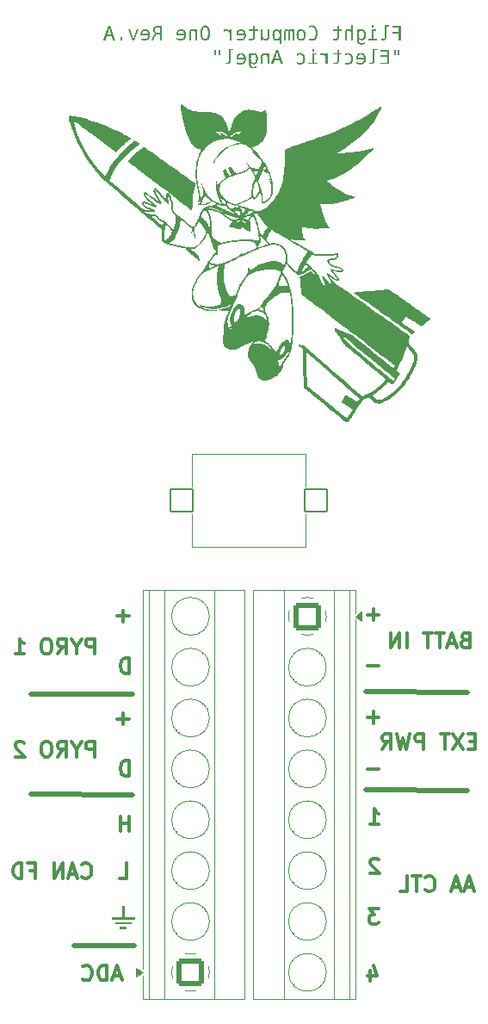
<source format=gbr>
%TF.GenerationSoftware,KiCad,Pcbnew,9.0.0*%
%TF.CreationDate,2025-06-07T14:48:48-05:00*%
%TF.ProjectId,flight-computer-one,666c6967-6874-42d6-936f-6d7075746572,rev?*%
%TF.SameCoordinates,Original*%
%TF.FileFunction,Legend,Bot*%
%TF.FilePolarity,Positive*%
%FSLAX46Y46*%
G04 Gerber Fmt 4.6, Leading zero omitted, Abs format (unit mm)*
G04 Created by KiCad (PCBNEW 9.0.0) date 2025-06-07 14:48:48*
%MOMM*%
%LPD*%
G01*
G04 APERTURE LIST*
G04 Aperture macros list*
%AMRoundRect*
0 Rectangle with rounded corners*
0 $1 Rounding radius*
0 $2 $3 $4 $5 $6 $7 $8 $9 X,Y pos of 4 corners*
0 Add a 4 corners polygon primitive as box body*
4,1,4,$2,$3,$4,$5,$6,$7,$8,$9,$2,$3,0*
0 Add four circle primitives for the rounded corners*
1,1,$1+$1,$2,$3*
1,1,$1+$1,$4,$5*
1,1,$1+$1,$6,$7*
1,1,$1+$1,$8,$9*
0 Add four rect primitives between the rounded corners*
20,1,$1+$1,$2,$3,$4,$5,0*
20,1,$1+$1,$4,$5,$6,$7,0*
20,1,$1+$1,$6,$7,$8,$9,0*
20,1,$1+$1,$8,$9,$2,$3,0*%
G04 Aperture macros list end*
%ADD10C,0.500000*%
%ADD11C,0.300000*%
%ADD12C,0.150000*%
%ADD13C,0.000000*%
%ADD14C,0.120000*%
%ADD15C,3.352400*%
%ADD16C,0.802400*%
%ADD17RoundRect,0.076200X1.100000X1.100000X-1.100000X1.100000X-1.100000X-1.100000X1.100000X-1.100000X0*%
%ADD18RoundRect,0.264654X1.111546X-1.111546X1.111546X1.111546X-1.111546X1.111546X-1.111546X-1.111546X0*%
%ADD19C,2.752400*%
%ADD20RoundRect,0.264654X-1.111546X1.111546X-1.111546X-1.111546X1.111546X-1.111546X1.111546X1.111546X0*%
G04 APERTURE END LIST*
D10*
X129050000Y-133150000D02*
X134950000Y-133150000D01*
X124800000Y-118275000D02*
X134800000Y-118325000D01*
X157750000Y-108225000D02*
X167750000Y-108275000D01*
X157750000Y-117875000D02*
X167750000Y-117925000D01*
X124800000Y-108425000D02*
X134800000Y-108475000D01*
D11*
X158988346Y-129550828D02*
X158059774Y-129550828D01*
X158059774Y-129550828D02*
X158559774Y-130122257D01*
X158559774Y-130122257D02*
X158345489Y-130122257D01*
X158345489Y-130122257D02*
X158202632Y-130193685D01*
X158202632Y-130193685D02*
X158131203Y-130265114D01*
X158131203Y-130265114D02*
X158059774Y-130407971D01*
X158059774Y-130407971D02*
X158059774Y-130765114D01*
X158059774Y-130765114D02*
X158131203Y-130907971D01*
X158131203Y-130907971D02*
X158202632Y-130979400D01*
X158202632Y-130979400D02*
X158345489Y-131050828D01*
X158345489Y-131050828D02*
X158774060Y-131050828D01*
X158774060Y-131050828D02*
X158916917Y-130979400D01*
X158916917Y-130979400D02*
X158988346Y-130907971D01*
X131045489Y-104500828D02*
X131045489Y-103000828D01*
X131045489Y-103000828D02*
X130474060Y-103000828D01*
X130474060Y-103000828D02*
X130331203Y-103072257D01*
X130331203Y-103072257D02*
X130259774Y-103143685D01*
X130259774Y-103143685D02*
X130188346Y-103286542D01*
X130188346Y-103286542D02*
X130188346Y-103500828D01*
X130188346Y-103500828D02*
X130259774Y-103643685D01*
X130259774Y-103643685D02*
X130331203Y-103715114D01*
X130331203Y-103715114D02*
X130474060Y-103786542D01*
X130474060Y-103786542D02*
X131045489Y-103786542D01*
X129259774Y-103786542D02*
X129259774Y-104500828D01*
X129759774Y-103000828D02*
X129259774Y-103786542D01*
X129259774Y-103786542D02*
X128759774Y-103000828D01*
X127402632Y-104500828D02*
X127902632Y-103786542D01*
X128259775Y-104500828D02*
X128259775Y-103000828D01*
X128259775Y-103000828D02*
X127688346Y-103000828D01*
X127688346Y-103000828D02*
X127545489Y-103072257D01*
X127545489Y-103072257D02*
X127474060Y-103143685D01*
X127474060Y-103143685D02*
X127402632Y-103286542D01*
X127402632Y-103286542D02*
X127402632Y-103500828D01*
X127402632Y-103500828D02*
X127474060Y-103643685D01*
X127474060Y-103643685D02*
X127545489Y-103715114D01*
X127545489Y-103715114D02*
X127688346Y-103786542D01*
X127688346Y-103786542D02*
X128259775Y-103786542D01*
X126474060Y-103000828D02*
X126188346Y-103000828D01*
X126188346Y-103000828D02*
X126045489Y-103072257D01*
X126045489Y-103072257D02*
X125902632Y-103215114D01*
X125902632Y-103215114D02*
X125831203Y-103500828D01*
X125831203Y-103500828D02*
X125831203Y-104000828D01*
X125831203Y-104000828D02*
X125902632Y-104286542D01*
X125902632Y-104286542D02*
X126045489Y-104429400D01*
X126045489Y-104429400D02*
X126188346Y-104500828D01*
X126188346Y-104500828D02*
X126474060Y-104500828D01*
X126474060Y-104500828D02*
X126616918Y-104429400D01*
X126616918Y-104429400D02*
X126759775Y-104286542D01*
X126759775Y-104286542D02*
X126831203Y-104000828D01*
X126831203Y-104000828D02*
X126831203Y-103500828D01*
X126831203Y-103500828D02*
X126759775Y-103215114D01*
X126759775Y-103215114D02*
X126616918Y-103072257D01*
X126616918Y-103072257D02*
X126474060Y-103000828D01*
X123259774Y-104500828D02*
X124116917Y-104500828D01*
X123688346Y-104500828D02*
X123688346Y-103000828D01*
X123688346Y-103000828D02*
X123831203Y-103215114D01*
X123831203Y-103215114D02*
X123974060Y-103357971D01*
X123974060Y-103357971D02*
X124116917Y-103429400D01*
X129838346Y-126407971D02*
X129909774Y-126479400D01*
X129909774Y-126479400D02*
X130124060Y-126550828D01*
X130124060Y-126550828D02*
X130266917Y-126550828D01*
X130266917Y-126550828D02*
X130481203Y-126479400D01*
X130481203Y-126479400D02*
X130624060Y-126336542D01*
X130624060Y-126336542D02*
X130695489Y-126193685D01*
X130695489Y-126193685D02*
X130766917Y-125907971D01*
X130766917Y-125907971D02*
X130766917Y-125693685D01*
X130766917Y-125693685D02*
X130695489Y-125407971D01*
X130695489Y-125407971D02*
X130624060Y-125265114D01*
X130624060Y-125265114D02*
X130481203Y-125122257D01*
X130481203Y-125122257D02*
X130266917Y-125050828D01*
X130266917Y-125050828D02*
X130124060Y-125050828D01*
X130124060Y-125050828D02*
X129909774Y-125122257D01*
X129909774Y-125122257D02*
X129838346Y-125193685D01*
X129266917Y-126122257D02*
X128552632Y-126122257D01*
X129409774Y-126550828D02*
X128909774Y-125050828D01*
X128909774Y-125050828D02*
X128409774Y-126550828D01*
X127909775Y-126550828D02*
X127909775Y-125050828D01*
X127909775Y-125050828D02*
X127052632Y-126550828D01*
X127052632Y-126550828D02*
X127052632Y-125050828D01*
X124695489Y-125765114D02*
X125195489Y-125765114D01*
X125195489Y-126550828D02*
X125195489Y-125050828D01*
X125195489Y-125050828D02*
X124481203Y-125050828D01*
X123909775Y-126550828D02*
X123909775Y-125050828D01*
X123909775Y-125050828D02*
X123552632Y-125050828D01*
X123552632Y-125050828D02*
X123338346Y-125122257D01*
X123338346Y-125122257D02*
X123195489Y-125265114D01*
X123195489Y-125265114D02*
X123124060Y-125407971D01*
X123124060Y-125407971D02*
X123052632Y-125693685D01*
X123052632Y-125693685D02*
X123052632Y-125907971D01*
X123052632Y-125907971D02*
X123124060Y-126193685D01*
X123124060Y-126193685D02*
X123195489Y-126336542D01*
X123195489Y-126336542D02*
X123338346Y-126479400D01*
X123338346Y-126479400D02*
X123552632Y-126550828D01*
X123552632Y-126550828D02*
X123909775Y-126550828D01*
D12*
G36*
X161177140Y-42732058D02*
G01*
X160336481Y-42732058D01*
X160336481Y-42896189D01*
X160983004Y-42896189D01*
X160983004Y-43317459D01*
X160396748Y-43317459D01*
X160396748Y-43481591D01*
X160983004Y-43481591D01*
X160983004Y-44160000D01*
X161177140Y-44160000D01*
X161177140Y-42732058D01*
G37*
G36*
X159609858Y-43774804D02*
G01*
X159604156Y-43852495D01*
X159588980Y-43910191D01*
X159566346Y-43952442D01*
X159533343Y-43985246D01*
X159491416Y-44005179D01*
X159437691Y-44012281D01*
X159232100Y-44012281D01*
X159232100Y-44160000D01*
X159454959Y-44160000D01*
X159532613Y-44153127D01*
X159597749Y-44133704D01*
X159652769Y-44102611D01*
X159699361Y-44059469D01*
X159735388Y-44007309D01*
X159762352Y-43944054D01*
X159779657Y-43867470D01*
X159785872Y-43774804D01*
X159785872Y-42808653D01*
X160067972Y-42808653D01*
X160067972Y-42671877D01*
X159609858Y-42671877D01*
X159609858Y-43774804D01*
G37*
G36*
X158797152Y-43087676D02*
G01*
X158346732Y-43087676D01*
X158346732Y-44023224D01*
X157997611Y-44023224D01*
X157997611Y-44160000D01*
X158871781Y-44160000D01*
X158871781Y-44023224D01*
X158522660Y-44023224D01*
X158522660Y-43224452D01*
X158797152Y-43224452D01*
X158797152Y-43087676D01*
G37*
G36*
X158522660Y-42671877D02*
G01*
X158346732Y-42671877D01*
X158346732Y-42896189D01*
X158522660Y-42896189D01*
X158522660Y-42671877D01*
G37*
G36*
X157424267Y-43069978D02*
G01*
X157502664Y-43097897D01*
X157571870Y-43144079D01*
X157633445Y-43210603D01*
X157680235Y-43287621D01*
X157715159Y-43378635D01*
X157737419Y-43486207D01*
X157745345Y-43613408D01*
X157737433Y-43740040D01*
X157715194Y-43847296D01*
X157680273Y-43938201D01*
X157633445Y-44015273D01*
X157571875Y-44081755D01*
X157502671Y-44127912D01*
X157424272Y-44155817D01*
X157334077Y-44165471D01*
X157265807Y-44160180D01*
X157207422Y-44145169D01*
X157157208Y-44121189D01*
X157113099Y-44087405D01*
X157074896Y-44042973D01*
X157042402Y-43986209D01*
X157042402Y-44106571D01*
X157042402Y-44114265D01*
X157051080Y-44225601D01*
X157073856Y-44305274D01*
X157107456Y-44361146D01*
X157142468Y-44393587D01*
X157187113Y-44417735D01*
X157243603Y-44433341D01*
X157314928Y-44439023D01*
X157380194Y-44433952D01*
X157455551Y-44417566D01*
X157533348Y-44391523D01*
X157625751Y-44351486D01*
X157625751Y-44526559D01*
X157546048Y-44550270D01*
X157467091Y-44567336D01*
X157388359Y-44577876D01*
X157314928Y-44581270D01*
X157205019Y-44572413D01*
X157114944Y-44547713D01*
X157040951Y-44508874D01*
X156980254Y-44456034D01*
X156933149Y-44390877D01*
X156897693Y-44310191D01*
X156874767Y-44210668D01*
X156866474Y-44088192D01*
X156866474Y-43611955D01*
X157042402Y-43611955D01*
X157050871Y-43742599D01*
X157073443Y-43840766D01*
X157106943Y-43913461D01*
X157143513Y-43959820D01*
X157185839Y-43991748D01*
X157234982Y-44011039D01*
X157292958Y-44017752D01*
X157355581Y-44010933D01*
X157408243Y-43991468D01*
X157453120Y-43959592D01*
X157491454Y-43913888D01*
X157527010Y-43841205D01*
X157550890Y-43742952D01*
X157559842Y-43611955D01*
X157550927Y-43480845D01*
X157527201Y-43382964D01*
X157491967Y-43310963D01*
X157453890Y-43265677D01*
X157409333Y-43234088D01*
X157357062Y-43214796D01*
X157294924Y-43208039D01*
X157235809Y-43214729D01*
X157186005Y-43233882D01*
X157143426Y-43265417D01*
X157106943Y-43310963D01*
X157073529Y-43382703D01*
X157050918Y-43480576D01*
X157042402Y-43611955D01*
X156866474Y-43611955D01*
X156866474Y-43093147D01*
X157042402Y-43093147D01*
X157042402Y-43227187D01*
X157076400Y-43173896D01*
X157115216Y-43132376D01*
X157159089Y-43101097D01*
X157208473Y-43079090D01*
X157266240Y-43065225D01*
X157334077Y-43060321D01*
X157424267Y-43069978D01*
G37*
G36*
X155678831Y-43494499D02*
G01*
X155678831Y-44160000D01*
X155855785Y-44160000D01*
X155855785Y-43494499D01*
X155862588Y-43398698D01*
X155880408Y-43329934D01*
X155906477Y-43281641D01*
X155945040Y-43244849D01*
X155996528Y-43221878D01*
X156065223Y-43213510D01*
X156125314Y-43219400D01*
X156175798Y-43236127D01*
X156218632Y-43263183D01*
X156255085Y-43301303D01*
X156290014Y-43363328D01*
X156312994Y-43445348D01*
X156321507Y-43552971D01*
X156321507Y-44160000D01*
X156497435Y-44160000D01*
X156497435Y-42671877D01*
X156321507Y-42671877D01*
X156321507Y-43247105D01*
X156285787Y-43189728D01*
X156243512Y-43143720D01*
X156194305Y-43107765D01*
X156138933Y-43081931D01*
X156076018Y-43065913D01*
X156004016Y-43060321D01*
X155923688Y-43067789D01*
X155858015Y-43088708D01*
X155804019Y-43122003D01*
X155759699Y-43168203D01*
X155727055Y-43223054D01*
X155701729Y-43293306D01*
X155684978Y-43382428D01*
X155678831Y-43494499D01*
G37*
G36*
X154917758Y-42781297D02*
G01*
X154917758Y-43087676D01*
X154517944Y-43087676D01*
X154517944Y-43224452D01*
X154917758Y-43224452D01*
X154917758Y-43805579D01*
X154911559Y-43883686D01*
X154895677Y-43936456D01*
X154872793Y-43970907D01*
X154839416Y-43994986D01*
X154789236Y-44011406D01*
X154715928Y-44017752D01*
X154517944Y-44017752D01*
X154517944Y-44160000D01*
X154733196Y-44160000D01*
X154834974Y-44153740D01*
X154912201Y-44136997D01*
X154969960Y-44112114D01*
X155012390Y-44080327D01*
X155044935Y-44038472D01*
X155070302Y-43981588D01*
X155087328Y-43905629D01*
X155093686Y-43805579D01*
X155093686Y-43224452D01*
X155379633Y-43224452D01*
X155379633Y-43087676D01*
X155093686Y-43087676D01*
X155093686Y-42781297D01*
X154917758Y-42781297D01*
G37*
G36*
X152120774Y-44110760D02*
G01*
X152195706Y-44144402D01*
X152271912Y-44168206D01*
X152350879Y-44182465D01*
X152436385Y-44187355D01*
X152545208Y-44178956D01*
X152640164Y-44154919D01*
X152723594Y-44116193D01*
X152797303Y-44062641D01*
X152862442Y-43993047D01*
X152913827Y-43914854D01*
X152955463Y-43823337D01*
X152986842Y-43716452D01*
X153006889Y-43591771D01*
X153014007Y-43446542D01*
X153006881Y-43302318D01*
X152986779Y-43178092D01*
X152955253Y-43071208D01*
X152913337Y-42979322D01*
X152861502Y-42900464D01*
X152795860Y-42830160D01*
X152721943Y-42776179D01*
X152638646Y-42737235D01*
X152544220Y-42713115D01*
X152436385Y-42704703D01*
X152350879Y-42709593D01*
X152271912Y-42723852D01*
X152195706Y-42747656D01*
X152120774Y-42781297D01*
X152120774Y-42978255D01*
X152194585Y-42928620D01*
X152272852Y-42892770D01*
X152354878Y-42870626D01*
X152436385Y-42863363D01*
X152527393Y-42873048D01*
X152602723Y-42900486D01*
X152665761Y-42945032D01*
X152718485Y-43008431D01*
X152755917Y-43081238D01*
X152785337Y-43175244D01*
X152804951Y-43295196D01*
X152812177Y-43446542D01*
X152804961Y-43597306D01*
X152785362Y-43716931D01*
X152755944Y-43810807D01*
X152718485Y-43883627D01*
X152665761Y-43947026D01*
X152602723Y-43991572D01*
X152527393Y-44019009D01*
X152436385Y-44028695D01*
X152353243Y-44021380D01*
X152271399Y-43999288D01*
X152193724Y-43963425D01*
X152120774Y-43913803D01*
X152120774Y-44110760D01*
G37*
G36*
X151488305Y-43070252D02*
G01*
X151579328Y-43098234D01*
X151655475Y-43142953D01*
X151719251Y-43205047D01*
X151767685Y-43279522D01*
X151804416Y-43371579D01*
X151828251Y-43484878D01*
X151836878Y-43623838D01*
X151828231Y-43763392D01*
X151804365Y-43876919D01*
X151767632Y-43968924D01*
X151719251Y-44043142D01*
X151655508Y-44104989D01*
X151579375Y-44149555D01*
X151488340Y-44177451D01*
X151378764Y-44187355D01*
X151268677Y-44177435D01*
X151177341Y-44149513D01*
X151101077Y-44104944D01*
X151037337Y-44043142D01*
X150988956Y-43968924D01*
X150952223Y-43876919D01*
X150928357Y-43763392D01*
X150919710Y-43623838D01*
X151106238Y-43623838D01*
X151115325Y-43759592D01*
X151139446Y-43860467D01*
X151175139Y-43934234D01*
X151213765Y-43980429D01*
X151259520Y-44012789D01*
X151313766Y-44032649D01*
X151378850Y-44039637D01*
X151443383Y-44032671D01*
X151497317Y-44012847D01*
X151542953Y-43980492D01*
X151581620Y-43934234D01*
X151617266Y-43860474D01*
X151641359Y-43759599D01*
X151650436Y-43623838D01*
X151641334Y-43487415D01*
X151617220Y-43386465D01*
X151581620Y-43313014D01*
X151542980Y-43266968D01*
X151497356Y-43234740D01*
X151443412Y-43214982D01*
X151378850Y-43208039D01*
X151313737Y-43215004D01*
X151259482Y-43234797D01*
X151213738Y-43267031D01*
X151175139Y-43313014D01*
X151139493Y-43386472D01*
X151115350Y-43487422D01*
X151106238Y-43623838D01*
X150919710Y-43623838D01*
X150928370Y-43484914D01*
X150952300Y-43371627D01*
X150989187Y-43279556D01*
X151037850Y-43205047D01*
X151101828Y-43142940D01*
X151178123Y-43098219D01*
X151269229Y-43070246D01*
X151378764Y-43060321D01*
X151488305Y-43070252D01*
G37*
G36*
X150142395Y-43195729D02*
G01*
X150104218Y-43134035D01*
X150059731Y-43093489D01*
X150005566Y-43068954D01*
X149938684Y-43060321D01*
X149876365Y-43067173D01*
X149826963Y-43086280D01*
X149787546Y-43116951D01*
X149756516Y-43160509D01*
X149730791Y-43231107D01*
X149711339Y-43350249D01*
X149703429Y-43537840D01*
X149703429Y-44160000D01*
X149864141Y-44160000D01*
X149864141Y-43545533D01*
X149868336Y-43389240D01*
X149878007Y-43303679D01*
X149889530Y-43263176D01*
X149910882Y-43232678D01*
X149940666Y-43214555D01*
X149981769Y-43208039D01*
X150029086Y-43215153D01*
X150062808Y-43234696D01*
X150086488Y-43267023D01*
X150099505Y-43309788D01*
X150110150Y-43395136D01*
X150114698Y-43545533D01*
X150114698Y-44160000D01*
X150275324Y-44160000D01*
X150275324Y-43545533D01*
X150279865Y-43387093D01*
X150290274Y-43301480D01*
X150302594Y-43261723D01*
X150325108Y-43232330D01*
X150356726Y-43214515D01*
X150400645Y-43208039D01*
X150443393Y-43214939D01*
X150474781Y-43234264D01*
X150497670Y-43267023D01*
X150510247Y-43309754D01*
X150520542Y-43395106D01*
X150524940Y-43545533D01*
X150524940Y-44160000D01*
X150684712Y-44160000D01*
X150684712Y-43087676D01*
X150524940Y-43087676D01*
X150524940Y-43178632D01*
X150488666Y-43126929D01*
X150446038Y-43090668D01*
X150395913Y-43068038D01*
X150338412Y-43060321D01*
X150270219Y-43069177D01*
X150217451Y-43093916D01*
X150175590Y-43134751D01*
X150142395Y-43195729D01*
G37*
G36*
X149028031Y-43065130D02*
G01*
X149083928Y-43079023D01*
X149134185Y-43101610D01*
X149179292Y-43132919D01*
X149218194Y-43172580D01*
X149251299Y-43221545D01*
X149251299Y-43087676D01*
X149428168Y-43087676D01*
X149428168Y-44564856D01*
X149251299Y-44564856D01*
X149251299Y-44026130D01*
X149219351Y-44075027D01*
X149181095Y-44114718D01*
X149136065Y-44146151D01*
X149085791Y-44168628D01*
X149029298Y-44182523D01*
X148965352Y-44187355D01*
X148872027Y-44177634D01*
X148791921Y-44149714D01*
X148722220Y-44103885D01*
X148661196Y-44038354D01*
X148615165Y-43962055D01*
X148580506Y-43870245D01*
X148558226Y-43759964D01*
X148550237Y-43627684D01*
X148550465Y-43623838D01*
X148734799Y-43623838D01*
X148743392Y-43760598D01*
X148766098Y-43861571D01*
X148799426Y-43934747D01*
X148836029Y-43981044D01*
X148879209Y-44013182D01*
X148930177Y-44032770D01*
X148991168Y-44039637D01*
X149052602Y-44032726D01*
X149104131Y-44012984D01*
X149147965Y-43980552D01*
X149185305Y-43933806D01*
X149219460Y-43859957D01*
X149242587Y-43759165D01*
X149251299Y-43623838D01*
X149242562Y-43487848D01*
X149219415Y-43386980D01*
X149185305Y-43313442D01*
X149147991Y-43266910D01*
X149104170Y-43234605D01*
X149052631Y-43214929D01*
X148991168Y-43208039D01*
X148930183Y-43214910D01*
X148879217Y-43234510D01*
X148836035Y-43266674D01*
X148799426Y-43313014D01*
X148766101Y-43386136D01*
X148743394Y-43487076D01*
X148734799Y-43623838D01*
X148550465Y-43623838D01*
X148558230Y-43492715D01*
X148580478Y-43380592D01*
X148614992Y-43287643D01*
X148660683Y-43210774D01*
X148721551Y-43144600D01*
X148791264Y-43098335D01*
X148871572Y-43070143D01*
X148965352Y-43060321D01*
X149028031Y-43065130D01*
G37*
G36*
X148244371Y-43754801D02*
G01*
X148244371Y-43093147D01*
X148068443Y-43093147D01*
X148068443Y-43754801D01*
X148061594Y-43849970D01*
X148043639Y-43918355D01*
X148017323Y-43966461D01*
X147978515Y-44003066D01*
X147927117Y-44025877D01*
X147859005Y-44034166D01*
X147798362Y-44028281D01*
X147747662Y-44011615D01*
X147704886Y-43984735D01*
X147668715Y-43946971D01*
X147634009Y-43885258D01*
X147611178Y-43803680D01*
X147602721Y-43696671D01*
X147602721Y-43093147D01*
X147425767Y-43093147D01*
X147425767Y-44160000D01*
X147602721Y-44160000D01*
X147602721Y-43998860D01*
X147638500Y-44056779D01*
X147680946Y-44103237D01*
X147730436Y-44139569D01*
X147786077Y-44165673D01*
X147848549Y-44181765D01*
X147919272Y-44187355D01*
X148000155Y-44179891D01*
X148066054Y-44159022D01*
X148120017Y-44125879D01*
X148164101Y-44079986D01*
X148196495Y-44025331D01*
X148221635Y-43955321D01*
X148238267Y-43866498D01*
X148244371Y-43754801D01*
G37*
G36*
X146664694Y-42781297D02*
G01*
X146664694Y-43087676D01*
X146264881Y-43087676D01*
X146264881Y-43224452D01*
X146664694Y-43224452D01*
X146664694Y-43805579D01*
X146658495Y-43883686D01*
X146642613Y-43936456D01*
X146619729Y-43970907D01*
X146586352Y-43994986D01*
X146536172Y-44011406D01*
X146462864Y-44017752D01*
X146264881Y-44017752D01*
X146264881Y-44160000D01*
X146480132Y-44160000D01*
X146581910Y-44153740D01*
X146659137Y-44136997D01*
X146716896Y-44112114D01*
X146759326Y-44080327D01*
X146791871Y-44038472D01*
X146817238Y-43981588D01*
X146834264Y-43905629D01*
X146840622Y-43805579D01*
X146840622Y-43224452D01*
X147126570Y-43224452D01*
X147126570Y-43087676D01*
X146840622Y-43087676D01*
X146840622Y-42781297D01*
X146664694Y-42781297D01*
G37*
G36*
X145562632Y-43070531D02*
G01*
X145659449Y-43099747D01*
X145743726Y-43147149D01*
X145817538Y-43213681D01*
X145876023Y-43293754D01*
X145918831Y-43387024D01*
X145945745Y-43495986D01*
X145955254Y-43623838D01*
X145945434Y-43755238D01*
X145917808Y-43865673D01*
X145874125Y-43958787D01*
X145814717Y-44037414D01*
X145755834Y-44090111D01*
X145688756Y-44131410D01*
X145612303Y-44161709D01*
X145524865Y-44180693D01*
X145424478Y-44187355D01*
X145336938Y-44182341D01*
X145244275Y-44166838D01*
X145150800Y-44141695D01*
X145050566Y-44105289D01*
X145050566Y-43930216D01*
X145154356Y-43979530D01*
X145246584Y-44012538D01*
X145337894Y-44033076D01*
X145422597Y-44039637D01*
X145505060Y-44032900D01*
X145573943Y-44013948D01*
X145631750Y-43983865D01*
X145680334Y-43942611D01*
X145718658Y-43891798D01*
X145747055Y-43830579D01*
X145765156Y-43756855D01*
X145771632Y-43667948D01*
X145771632Y-43662135D01*
X145009363Y-43662135D01*
X145009363Y-43576650D01*
X145012918Y-43525359D01*
X145185376Y-43525359D01*
X145764965Y-43526299D01*
X145746157Y-43429958D01*
X145713307Y-43353262D01*
X145667426Y-43292412D01*
X145608074Y-43245810D01*
X145539224Y-43217776D01*
X145457988Y-43208039D01*
X145374935Y-43217816D01*
X145309867Y-43245066D01*
X145258551Y-43289078D01*
X145221578Y-43347018D01*
X145196459Y-43423977D01*
X145185376Y-43525359D01*
X145012918Y-43525359D01*
X145017680Y-43456661D01*
X145041045Y-43355687D01*
X145077834Y-43270555D01*
X145127503Y-43198721D01*
X145191164Y-43138755D01*
X145264722Y-43096006D01*
X145350141Y-43069588D01*
X145450294Y-43060321D01*
X145562632Y-43070531D01*
G37*
G36*
X143789235Y-43306517D02*
G01*
X143847152Y-43268893D01*
X143904042Y-43244028D01*
X143964220Y-43229501D01*
X144032184Y-43224452D01*
X144113281Y-43231572D01*
X144180581Y-43251596D01*
X144236754Y-43283486D01*
X144283681Y-43327547D01*
X144319644Y-43380779D01*
X144346794Y-43446344D01*
X144364358Y-43526805D01*
X144370704Y-43625291D01*
X144370704Y-44160000D01*
X144547658Y-44160000D01*
X144547658Y-43087676D01*
X144370704Y-43087676D01*
X144370704Y-43295319D01*
X144335250Y-43224059D01*
X144290271Y-43166571D01*
X144235382Y-43121015D01*
X144172046Y-43087815D01*
X144100467Y-43067413D01*
X144018763Y-43060321D01*
X143955092Y-43064420D01*
X143897288Y-43076306D01*
X143842399Y-43096520D01*
X143789235Y-43125973D01*
X143789235Y-43306517D01*
G37*
G36*
X142041858Y-42712681D02*
G01*
X142123151Y-42735369D01*
X142193166Y-42771818D01*
X142253743Y-42822344D01*
X142305900Y-42888496D01*
X142352973Y-42980659D01*
X142390052Y-43100123D01*
X142414819Y-43253057D01*
X142423954Y-43446542D01*
X142414827Y-43640645D01*
X142390112Y-43793699D01*
X142353163Y-43912918D01*
X142306327Y-44004588D01*
X142254430Y-44070255D01*
X142193971Y-44120482D01*
X142123904Y-44156771D01*
X142042354Y-44179392D01*
X141946777Y-44187355D01*
X141851233Y-44179362D01*
X141769638Y-44156645D01*
X141699457Y-44120175D01*
X141638828Y-44069659D01*
X141586714Y-44003562D01*
X141539579Y-43911381D01*
X141502475Y-43792045D01*
X141477707Y-43639439D01*
X141468574Y-43446542D01*
X141670319Y-43446542D01*
X141675659Y-43612294D01*
X141689790Y-43737200D01*
X141710196Y-43829025D01*
X141734860Y-43894654D01*
X141773286Y-43954449D01*
X141820237Y-43995278D01*
X141877026Y-44019998D01*
X141946692Y-44028695D01*
X142015819Y-44019998D01*
X142072301Y-43995240D01*
X142119132Y-43954267D01*
X142157583Y-43894141D01*
X142182274Y-43828302D01*
X142202678Y-43736427D01*
X142216794Y-43611726D01*
X142222124Y-43446542D01*
X142216789Y-43280774D01*
X142202664Y-43155752D01*
X142182258Y-43063750D01*
X142157583Y-42997916D01*
X142119132Y-42937791D01*
X142072301Y-42896817D01*
X142015819Y-42872060D01*
X141946692Y-42863363D01*
X141877063Y-42872083D01*
X141820284Y-42896878D01*
X141773316Y-42937858D01*
X141734860Y-42997916D01*
X141710185Y-43063750D01*
X141689779Y-43155752D01*
X141675655Y-43280774D01*
X141670319Y-43446542D01*
X141468574Y-43446542D01*
X141477716Y-43253063D01*
X141502499Y-43100130D01*
X141539605Y-42980664D01*
X141586714Y-42888496D01*
X141638828Y-42822399D01*
X141699457Y-42771883D01*
X141769638Y-42735413D01*
X141851233Y-42712696D01*
X141946777Y-42704703D01*
X142041858Y-42712681D01*
G37*
G36*
X140351713Y-43494499D02*
G01*
X140351713Y-44160000D01*
X140528667Y-44160000D01*
X140528667Y-43494499D01*
X140535470Y-43398698D01*
X140553290Y-43329934D01*
X140579359Y-43281641D01*
X140617922Y-43244849D01*
X140669411Y-43221878D01*
X140738105Y-43213510D01*
X140798196Y-43219400D01*
X140848680Y-43236127D01*
X140891515Y-43263183D01*
X140927967Y-43301303D01*
X140962897Y-43363328D01*
X140985876Y-43445348D01*
X140994389Y-43552971D01*
X140994389Y-44160000D01*
X141170317Y-44160000D01*
X141170317Y-43087676D01*
X140994389Y-43087676D01*
X140994389Y-43247105D01*
X140958669Y-43189728D01*
X140916394Y-43143720D01*
X140867187Y-43107765D01*
X140811815Y-43081931D01*
X140748900Y-43065913D01*
X140676898Y-43060321D01*
X140596570Y-43067789D01*
X140530897Y-43088708D01*
X140476901Y-43122003D01*
X140432581Y-43168203D01*
X140399937Y-43223054D01*
X140374611Y-43293306D01*
X140357860Y-43382428D01*
X140351713Y-43494499D01*
G37*
G36*
X139667586Y-43070531D02*
G01*
X139764404Y-43099747D01*
X139848681Y-43147149D01*
X139922493Y-43213681D01*
X139980977Y-43293754D01*
X140023786Y-43387024D01*
X140050699Y-43495986D01*
X140060209Y-43623838D01*
X140050389Y-43755238D01*
X140022762Y-43865673D01*
X139979080Y-43958787D01*
X139919672Y-44037414D01*
X139860789Y-44090111D01*
X139793711Y-44131410D01*
X139717258Y-44161709D01*
X139629820Y-44180693D01*
X139529433Y-44187355D01*
X139441892Y-44182341D01*
X139349230Y-44166838D01*
X139255755Y-44141695D01*
X139155521Y-44105289D01*
X139155521Y-43930216D01*
X139259310Y-43979530D01*
X139351538Y-44012538D01*
X139442849Y-44033076D01*
X139527552Y-44039637D01*
X139610014Y-44032900D01*
X139678898Y-44013948D01*
X139736705Y-43983865D01*
X139785289Y-43942611D01*
X139823613Y-43891798D01*
X139852010Y-43830579D01*
X139870111Y-43756855D01*
X139876587Y-43667948D01*
X139876587Y-43662135D01*
X139114317Y-43662135D01*
X139114317Y-43576650D01*
X139117872Y-43525359D01*
X139290331Y-43525359D01*
X139869919Y-43526299D01*
X139851112Y-43429958D01*
X139818262Y-43353262D01*
X139772381Y-43292412D01*
X139713029Y-43245810D01*
X139644178Y-43217776D01*
X139562943Y-43208039D01*
X139479890Y-43217816D01*
X139414822Y-43245066D01*
X139363506Y-43289078D01*
X139326533Y-43347018D01*
X139301414Y-43423977D01*
X139290331Y-43525359D01*
X139117872Y-43525359D01*
X139122634Y-43456661D01*
X139146000Y-43355687D01*
X139182789Y-43270555D01*
X139232458Y-43198721D01*
X139296119Y-43138755D01*
X139369676Y-43096006D01*
X139455095Y-43069588D01*
X139555249Y-43060321D01*
X139667586Y-43070531D01*
G37*
G36*
X137683042Y-44160000D02*
G01*
X137488906Y-44160000D01*
X137488906Y-43558185D01*
X137304344Y-43558185D01*
X137242605Y-43563589D01*
X137192176Y-43578681D01*
X137150812Y-43602552D01*
X137116071Y-43636728D01*
X137072595Y-43698877D01*
X137018396Y-43800450D01*
X136848110Y-44160000D01*
X136640638Y-44160000D01*
X136834774Y-43770872D01*
X136913842Y-43627566D01*
X136965823Y-43559553D01*
X137023652Y-43515171D01*
X137092939Y-43487489D01*
X137004059Y-43465301D01*
X136932998Y-43428603D01*
X136876406Y-43377726D01*
X136834525Y-43314028D01*
X136808566Y-43237951D01*
X136799384Y-43146233D01*
X136799399Y-43146062D01*
X137003094Y-43146062D01*
X137011666Y-43229087D01*
X137034894Y-43291073D01*
X137071055Y-43337121D01*
X137120145Y-43369913D01*
X137187122Y-43391476D01*
X137277587Y-43399525D01*
X137488906Y-43399525D01*
X137488906Y-42890718D01*
X137285195Y-42890718D01*
X137195645Y-42899021D01*
X137127299Y-42921599D01*
X137075329Y-42956542D01*
X137036329Y-43004845D01*
X137011912Y-43066652D01*
X137003094Y-43146062D01*
X136799399Y-43146062D01*
X136808051Y-43046907D01*
X136832417Y-42964529D01*
X136871189Y-42895828D01*
X136924705Y-42838487D01*
X136989481Y-42794429D01*
X137069010Y-42761233D01*
X137166338Y-42739794D01*
X137285195Y-42732058D01*
X137683042Y-42732058D01*
X137683042Y-44160000D01*
G37*
G36*
X136130559Y-43070531D02*
G01*
X136227376Y-43099747D01*
X136311654Y-43147149D01*
X136385465Y-43213681D01*
X136443950Y-43293754D01*
X136486759Y-43387024D01*
X136513672Y-43495986D01*
X136523182Y-43623838D01*
X136513362Y-43755238D01*
X136485735Y-43865673D01*
X136442053Y-43958787D01*
X136382644Y-44037414D01*
X136323762Y-44090111D01*
X136256683Y-44131410D01*
X136180231Y-44161709D01*
X136092793Y-44180693D01*
X135992405Y-44187355D01*
X135904865Y-44182341D01*
X135812203Y-44166838D01*
X135718727Y-44141695D01*
X135618494Y-44105289D01*
X135618494Y-43930216D01*
X135722283Y-43979530D01*
X135814511Y-44012538D01*
X135905822Y-44033076D01*
X135990525Y-44039637D01*
X136072987Y-44032900D01*
X136141871Y-44013948D01*
X136199678Y-43983865D01*
X136248262Y-43942611D01*
X136286586Y-43891798D01*
X136314983Y-43830579D01*
X136333083Y-43756855D01*
X136339560Y-43667948D01*
X136339560Y-43662135D01*
X135577290Y-43662135D01*
X135577290Y-43576650D01*
X135580845Y-43525359D01*
X135753304Y-43525359D01*
X136332892Y-43526299D01*
X136314085Y-43429958D01*
X136281235Y-43353262D01*
X136235354Y-43292412D01*
X136176002Y-43245810D01*
X136107151Y-43217776D01*
X136025915Y-43208039D01*
X135942862Y-43217816D01*
X135877794Y-43245066D01*
X135826479Y-43289078D01*
X135789506Y-43347018D01*
X135764387Y-43423977D01*
X135753304Y-43525359D01*
X135580845Y-43525359D01*
X135585607Y-43456661D01*
X135608973Y-43355687D01*
X135645762Y-43270555D01*
X135695430Y-43198721D01*
X135759091Y-43138755D01*
X135832649Y-43096006D01*
X135918068Y-43069588D01*
X136018222Y-43060321D01*
X136130559Y-43070531D01*
G37*
G36*
X135366142Y-43087676D02*
G01*
X135183461Y-43087676D01*
X134872637Y-43987662D01*
X134560874Y-43087676D01*
X134378278Y-43087676D01*
X134758857Y-44160000D01*
X134985563Y-44160000D01*
X135366142Y-43087676D01*
G37*
G36*
X133815102Y-43870034D02*
G01*
X133574120Y-43870034D01*
X133574120Y-44160000D01*
X133815102Y-44160000D01*
X133815102Y-43870034D01*
G37*
G36*
X133068391Y-44160000D02*
G01*
X132868527Y-44160000D01*
X132765261Y-43787969D01*
X132265088Y-43787969D01*
X132159856Y-44160000D01*
X131959993Y-44160000D01*
X132120728Y-43634780D01*
X132310994Y-43634780D01*
X132718330Y-43634780D01*
X132514619Y-42902601D01*
X132310994Y-43634780D01*
X132120728Y-43634780D01*
X132396992Y-42732058D01*
X132631306Y-42732058D01*
X133068391Y-44160000D01*
G37*
G36*
X160544038Y-45084058D02*
G01*
X160544038Y-45614749D01*
X160710478Y-45614749D01*
X160710478Y-45084058D01*
X160544038Y-45084058D01*
G37*
G36*
X160910341Y-45084058D02*
G01*
X160910341Y-45614749D01*
X161076781Y-45614749D01*
X161076781Y-45084058D01*
X160910341Y-45084058D01*
G37*
G36*
X160032581Y-45084058D02*
G01*
X159185254Y-45084058D01*
X159185254Y-45248189D01*
X159839385Y-45248189D01*
X159839385Y-45669459D01*
X159213977Y-45669459D01*
X159213977Y-45833591D01*
X159839385Y-45833591D01*
X159839385Y-46347868D01*
X159167046Y-46347868D01*
X159167046Y-46512000D01*
X160032581Y-46512000D01*
X160032581Y-45084058D01*
G37*
G36*
X158430849Y-46126804D02*
G01*
X158425147Y-46204495D01*
X158409971Y-46262191D01*
X158387337Y-46304442D01*
X158354334Y-46337246D01*
X158312407Y-46357179D01*
X158258682Y-46364281D01*
X158053091Y-46364281D01*
X158053091Y-46512000D01*
X158275950Y-46512000D01*
X158353604Y-46505127D01*
X158418740Y-46485704D01*
X158473760Y-46454611D01*
X158520352Y-46411469D01*
X158556379Y-46359309D01*
X158583342Y-46296054D01*
X158600648Y-46219470D01*
X158606863Y-46126804D01*
X158606863Y-45160653D01*
X158888963Y-45160653D01*
X158888963Y-45023877D01*
X158430849Y-45023877D01*
X158430849Y-46126804D01*
G37*
G36*
X157352722Y-45422531D02*
G01*
X157449540Y-45451747D01*
X157533817Y-45499149D01*
X157607629Y-45565681D01*
X157666113Y-45645754D01*
X157708922Y-45739024D01*
X157735835Y-45847986D01*
X157745345Y-45975838D01*
X157735525Y-46107238D01*
X157707899Y-46217673D01*
X157664216Y-46310787D01*
X157604808Y-46389414D01*
X157545925Y-46442111D01*
X157478847Y-46483410D01*
X157402394Y-46513709D01*
X157314956Y-46532693D01*
X157214569Y-46539355D01*
X157127028Y-46534341D01*
X157034366Y-46518838D01*
X156940891Y-46493695D01*
X156840657Y-46457289D01*
X156840657Y-46282216D01*
X156944446Y-46331530D01*
X157036674Y-46364538D01*
X157127985Y-46385076D01*
X157212688Y-46391637D01*
X157295150Y-46384900D01*
X157364034Y-46365948D01*
X157421841Y-46335865D01*
X157470425Y-46294611D01*
X157508749Y-46243798D01*
X157537146Y-46182579D01*
X157555247Y-46108855D01*
X157561723Y-46019948D01*
X157561723Y-46014135D01*
X156799453Y-46014135D01*
X156799453Y-45928650D01*
X156803009Y-45877359D01*
X156975467Y-45877359D01*
X157555055Y-45878299D01*
X157536248Y-45781958D01*
X157503398Y-45705262D01*
X157457517Y-45644412D01*
X157398165Y-45597810D01*
X157329314Y-45569776D01*
X157248079Y-45560039D01*
X157165026Y-45569816D01*
X157099958Y-45597066D01*
X157048642Y-45641078D01*
X157011669Y-45699018D01*
X156986550Y-45775977D01*
X156975467Y-45877359D01*
X156803009Y-45877359D01*
X156807771Y-45808661D01*
X156831136Y-45707687D01*
X156867925Y-45622555D01*
X156917594Y-45550721D01*
X156981255Y-45490755D01*
X157054812Y-45448006D01*
X157140232Y-45421588D01*
X157240385Y-45412321D01*
X157352722Y-45422531D01*
G37*
G36*
X155669256Y-46457289D02*
G01*
X155741548Y-46493379D01*
X155815094Y-46518838D01*
X155890926Y-46534215D01*
X155968625Y-46539355D01*
X156068587Y-46532714D01*
X156155667Y-46513789D01*
X156231820Y-46483580D01*
X156298649Y-46442398D01*
X156357325Y-46389841D01*
X156416481Y-46311496D01*
X156460036Y-46218444D01*
X156487619Y-46107795D01*
X156497435Y-45975838D01*
X156487619Y-45843880D01*
X156460036Y-45733231D01*
X156416481Y-45640179D01*
X156357325Y-45561834D01*
X156298649Y-45509277D01*
X156231820Y-45468095D01*
X156155667Y-45437887D01*
X156068587Y-45418961D01*
X155968625Y-45412321D01*
X155891927Y-45417362D01*
X155817487Y-45432409D01*
X155744693Y-45457461D01*
X155669256Y-45494386D01*
X155669256Y-45680401D01*
X155741174Y-45624320D01*
X155809366Y-45588420D01*
X155882721Y-45567421D01*
X155968625Y-45560039D01*
X156049882Y-45567405D01*
X156117761Y-45588204D01*
X156174875Y-45621515D01*
X156223028Y-45667835D01*
X156259816Y-45723436D01*
X156287558Y-45791515D01*
X156305473Y-45874618D01*
X156311933Y-45975838D01*
X156305460Y-46076479D01*
X156287481Y-46159368D01*
X156259584Y-46227521D01*
X156222515Y-46283413D01*
X156174128Y-46329997D01*
X156116988Y-46363434D01*
X156049338Y-46384270D01*
X155968625Y-46391637D01*
X155879907Y-46384357D01*
X155804152Y-46363683D01*
X155734828Y-46328427D01*
X155669256Y-46276745D01*
X155669256Y-46457289D01*
G37*
G36*
X154917758Y-45133297D02*
G01*
X154917758Y-45439676D01*
X154517944Y-45439676D01*
X154517944Y-45576452D01*
X154917758Y-45576452D01*
X154917758Y-46157579D01*
X154911559Y-46235686D01*
X154895677Y-46288456D01*
X154872793Y-46322907D01*
X154839416Y-46346986D01*
X154789236Y-46363406D01*
X154715928Y-46369752D01*
X154517944Y-46369752D01*
X154517944Y-46512000D01*
X154733196Y-46512000D01*
X154834974Y-46505740D01*
X154912201Y-46488997D01*
X154969960Y-46464114D01*
X155012390Y-46432327D01*
X155044935Y-46390472D01*
X155070302Y-46333588D01*
X155087328Y-46257629D01*
X155093686Y-46157579D01*
X155093686Y-45576452D01*
X155379633Y-45576452D01*
X155379633Y-45439676D01*
X155093686Y-45439676D01*
X155093686Y-45133297D01*
X154917758Y-45133297D01*
G37*
G36*
X153221308Y-45658517D02*
G01*
X153279224Y-45620893D01*
X153336114Y-45596028D01*
X153396292Y-45581501D01*
X153464256Y-45576452D01*
X153545354Y-45583572D01*
X153612654Y-45603596D01*
X153668826Y-45635486D01*
X153715753Y-45679547D01*
X153751716Y-45732779D01*
X153778867Y-45798344D01*
X153796431Y-45878805D01*
X153802777Y-45977291D01*
X153802777Y-46512000D01*
X153979731Y-46512000D01*
X153979731Y-45439676D01*
X153802777Y-45439676D01*
X153802777Y-45647319D01*
X153767323Y-45576059D01*
X153722343Y-45518571D01*
X153667454Y-45473015D01*
X153604118Y-45439815D01*
X153532539Y-45419413D01*
X153450835Y-45412321D01*
X153387164Y-45416420D01*
X153329361Y-45428306D01*
X153274472Y-45448520D01*
X153221308Y-45477973D01*
X153221308Y-45658517D01*
G37*
G36*
X152902107Y-45439676D02*
G01*
X152451687Y-45439676D01*
X152451687Y-46375224D01*
X152102566Y-46375224D01*
X152102566Y-46512000D01*
X152976735Y-46512000D01*
X152976735Y-46375224D01*
X152627615Y-46375224D01*
X152627615Y-45576452D01*
X152902107Y-45576452D01*
X152902107Y-45439676D01*
G37*
G36*
X152627615Y-45023877D02*
G01*
X152451687Y-45023877D01*
X152451687Y-45248189D01*
X152627615Y-45248189D01*
X152627615Y-45023877D01*
G37*
G36*
X150953220Y-46457289D02*
G01*
X151025512Y-46493379D01*
X151099057Y-46518838D01*
X151174890Y-46534215D01*
X151252588Y-46539355D01*
X151352551Y-46532714D01*
X151439631Y-46513789D01*
X151515784Y-46483580D01*
X151582613Y-46442398D01*
X151641289Y-46389841D01*
X151700445Y-46311496D01*
X151744000Y-46218444D01*
X151771583Y-46107795D01*
X151781399Y-45975838D01*
X151771583Y-45843880D01*
X151744000Y-45733231D01*
X151700445Y-45640179D01*
X151641289Y-45561834D01*
X151582613Y-45509277D01*
X151515784Y-45468095D01*
X151439631Y-45437887D01*
X151352551Y-45418961D01*
X151252588Y-45412321D01*
X151175891Y-45417362D01*
X151101451Y-45432409D01*
X151028657Y-45457461D01*
X150953220Y-45494386D01*
X150953220Y-45680401D01*
X151025137Y-45624320D01*
X151093330Y-45588420D01*
X151166684Y-45567421D01*
X151252588Y-45560039D01*
X151333846Y-45567405D01*
X151401724Y-45588204D01*
X151458838Y-45621515D01*
X151506992Y-45667835D01*
X151543779Y-45723436D01*
X151571522Y-45791515D01*
X151589436Y-45874618D01*
X151595896Y-45975838D01*
X151589423Y-46076479D01*
X151571445Y-46159368D01*
X151543548Y-46227521D01*
X151506479Y-46283413D01*
X151458092Y-46329997D01*
X151400951Y-46363434D01*
X151333302Y-46384270D01*
X151252588Y-46391637D01*
X151163871Y-46384357D01*
X151088115Y-46363683D01*
X151018792Y-46328427D01*
X150953220Y-46276745D01*
X150953220Y-46457289D01*
G37*
G36*
X149574518Y-46512000D02*
G01*
X149374654Y-46512000D01*
X149271388Y-46139969D01*
X148771215Y-46139969D01*
X148665983Y-46512000D01*
X148466120Y-46512000D01*
X148626855Y-45986780D01*
X148817121Y-45986780D01*
X149224457Y-45986780D01*
X149020746Y-45254601D01*
X148817121Y-45986780D01*
X148626855Y-45986780D01*
X148903119Y-45084058D01*
X149137433Y-45084058D01*
X149574518Y-46512000D01*
G37*
G36*
X147425767Y-45846499D02*
G01*
X147425767Y-46512000D01*
X147602721Y-46512000D01*
X147602721Y-45846499D01*
X147609525Y-45750698D01*
X147627344Y-45681934D01*
X147653414Y-45633641D01*
X147691976Y-45596849D01*
X147743465Y-45573878D01*
X147812159Y-45565510D01*
X147872251Y-45571400D01*
X147922734Y-45588127D01*
X147965569Y-45615183D01*
X148002021Y-45653303D01*
X148036951Y-45715328D01*
X148059930Y-45797348D01*
X148068443Y-45904971D01*
X148068443Y-46512000D01*
X148244371Y-46512000D01*
X148244371Y-45439676D01*
X148068443Y-45439676D01*
X148068443Y-45599105D01*
X148032723Y-45541728D01*
X147990448Y-45495720D01*
X147941242Y-45459765D01*
X147885869Y-45433931D01*
X147822954Y-45417913D01*
X147750952Y-45412321D01*
X147670624Y-45419789D01*
X147604952Y-45440708D01*
X147550955Y-45474003D01*
X147506636Y-45520203D01*
X147473991Y-45575054D01*
X147448666Y-45645306D01*
X147431915Y-45734428D01*
X147425767Y-45846499D01*
G37*
G36*
X146813185Y-45421978D02*
G01*
X146891582Y-45449897D01*
X146960788Y-45496079D01*
X147022363Y-45562603D01*
X147069154Y-45639621D01*
X147104078Y-45730635D01*
X147126338Y-45838207D01*
X147134263Y-45965408D01*
X147126351Y-46092040D01*
X147104113Y-46199296D01*
X147069192Y-46290201D01*
X147022363Y-46367273D01*
X146960793Y-46433755D01*
X146891589Y-46479912D01*
X146813191Y-46507817D01*
X146722995Y-46517471D01*
X146654726Y-46512180D01*
X146596341Y-46497169D01*
X146546127Y-46473189D01*
X146502017Y-46439405D01*
X146463814Y-46394973D01*
X146431320Y-46338209D01*
X146431320Y-46458571D01*
X146431320Y-46466265D01*
X146439998Y-46577601D01*
X146462775Y-46657274D01*
X146496374Y-46713146D01*
X146531387Y-46745587D01*
X146576031Y-46769735D01*
X146632522Y-46785341D01*
X146703846Y-46791023D01*
X146769112Y-46785952D01*
X146844469Y-46769566D01*
X146922266Y-46743523D01*
X147014670Y-46703486D01*
X147014670Y-46878559D01*
X146934967Y-46902270D01*
X146856010Y-46919336D01*
X146777277Y-46929876D01*
X146703846Y-46933270D01*
X146593938Y-46924413D01*
X146503862Y-46899713D01*
X146429870Y-46860874D01*
X146369173Y-46808034D01*
X146322068Y-46742877D01*
X146286611Y-46662191D01*
X146263685Y-46562668D01*
X146255392Y-46440192D01*
X146255392Y-45963955D01*
X146431320Y-45963955D01*
X146439789Y-46094599D01*
X146462361Y-46192766D01*
X146495861Y-46265461D01*
X146532431Y-46311820D01*
X146574758Y-46343748D01*
X146623900Y-46363039D01*
X146681877Y-46369752D01*
X146744500Y-46362933D01*
X146797162Y-46343468D01*
X146842038Y-46311592D01*
X146880373Y-46265888D01*
X146915929Y-46193205D01*
X146939808Y-46094952D01*
X146948761Y-45963955D01*
X146939846Y-45832845D01*
X146916120Y-45734964D01*
X146880886Y-45662963D01*
X146842808Y-45617677D01*
X146798251Y-45586088D01*
X146745980Y-45566796D01*
X146683843Y-45560039D01*
X146624727Y-45566729D01*
X146574923Y-45585882D01*
X146532345Y-45617417D01*
X146495861Y-45662963D01*
X146462447Y-45734703D01*
X146439836Y-45832576D01*
X146431320Y-45963955D01*
X146255392Y-45963955D01*
X146255392Y-45445147D01*
X146431320Y-45445147D01*
X146431320Y-45579187D01*
X146465318Y-45525896D01*
X146504134Y-45484376D01*
X146548007Y-45453097D01*
X146597391Y-45431090D01*
X146655159Y-45417225D01*
X146722995Y-45412321D01*
X146813185Y-45421978D01*
G37*
G36*
X145562632Y-45422531D02*
G01*
X145659449Y-45451747D01*
X145743726Y-45499149D01*
X145817538Y-45565681D01*
X145876023Y-45645754D01*
X145918831Y-45739024D01*
X145945745Y-45847986D01*
X145955254Y-45975838D01*
X145945434Y-46107238D01*
X145917808Y-46217673D01*
X145874125Y-46310787D01*
X145814717Y-46389414D01*
X145755834Y-46442111D01*
X145688756Y-46483410D01*
X145612303Y-46513709D01*
X145524865Y-46532693D01*
X145424478Y-46539355D01*
X145336938Y-46534341D01*
X145244275Y-46518838D01*
X145150800Y-46493695D01*
X145050566Y-46457289D01*
X145050566Y-46282216D01*
X145154356Y-46331530D01*
X145246584Y-46364538D01*
X145337894Y-46385076D01*
X145422597Y-46391637D01*
X145505060Y-46384900D01*
X145573943Y-46365948D01*
X145631750Y-46335865D01*
X145680334Y-46294611D01*
X145718658Y-46243798D01*
X145747055Y-46182579D01*
X145765156Y-46108855D01*
X145771632Y-46019948D01*
X145771632Y-46014135D01*
X145009363Y-46014135D01*
X145009363Y-45928650D01*
X145012918Y-45877359D01*
X145185376Y-45877359D01*
X145764965Y-45878299D01*
X145746157Y-45781958D01*
X145713307Y-45705262D01*
X145667426Y-45644412D01*
X145608074Y-45597810D01*
X145539224Y-45569776D01*
X145457988Y-45560039D01*
X145374935Y-45569816D01*
X145309867Y-45597066D01*
X145258551Y-45641078D01*
X145221578Y-45699018D01*
X145196459Y-45775977D01*
X145185376Y-45877359D01*
X145012918Y-45877359D01*
X145017680Y-45808661D01*
X145041045Y-45707687D01*
X145077834Y-45622555D01*
X145127503Y-45550721D01*
X145191164Y-45490755D01*
X145264722Y-45448006D01*
X145350141Y-45421588D01*
X145450294Y-45412321D01*
X145562632Y-45422531D01*
G37*
G36*
X144282740Y-46126804D02*
G01*
X144277038Y-46204495D01*
X144261862Y-46262191D01*
X144239228Y-46304442D01*
X144206225Y-46337246D01*
X144164298Y-46357179D01*
X144110573Y-46364281D01*
X143904982Y-46364281D01*
X143904982Y-46512000D01*
X144127841Y-46512000D01*
X144205495Y-46505127D01*
X144270631Y-46485704D01*
X144325651Y-46454611D01*
X144372243Y-46411469D01*
X144408270Y-46359309D01*
X144435234Y-46296054D01*
X144452539Y-46219470D01*
X144458754Y-46126804D01*
X144458754Y-45160653D01*
X144740854Y-45160653D01*
X144740854Y-45023877D01*
X144282740Y-45023877D01*
X144282740Y-46126804D01*
G37*
G36*
X142858902Y-45084058D02*
G01*
X142858902Y-45614749D01*
X143025341Y-45614749D01*
X143025341Y-45084058D01*
X142858902Y-45084058D01*
G37*
G36*
X143225205Y-45084058D02*
G01*
X143225205Y-45614749D01*
X143391645Y-45614749D01*
X143391645Y-45084058D01*
X143225205Y-45084058D01*
G37*
D11*
X134445489Y-100779400D02*
X133302632Y-100779400D01*
X133874060Y-101350828D02*
X133874060Y-100207971D01*
X168266917Y-127422257D02*
X167552632Y-127422257D01*
X168409774Y-127850828D02*
X167909774Y-126350828D01*
X167909774Y-126350828D02*
X167409774Y-127850828D01*
X166981203Y-127422257D02*
X166266918Y-127422257D01*
X167124060Y-127850828D02*
X166624060Y-126350828D01*
X166624060Y-126350828D02*
X166124060Y-127850828D01*
X163624061Y-127707971D02*
X163695489Y-127779400D01*
X163695489Y-127779400D02*
X163909775Y-127850828D01*
X163909775Y-127850828D02*
X164052632Y-127850828D01*
X164052632Y-127850828D02*
X164266918Y-127779400D01*
X164266918Y-127779400D02*
X164409775Y-127636542D01*
X164409775Y-127636542D02*
X164481204Y-127493685D01*
X164481204Y-127493685D02*
X164552632Y-127207971D01*
X164552632Y-127207971D02*
X164552632Y-126993685D01*
X164552632Y-126993685D02*
X164481204Y-126707971D01*
X164481204Y-126707971D02*
X164409775Y-126565114D01*
X164409775Y-126565114D02*
X164266918Y-126422257D01*
X164266918Y-126422257D02*
X164052632Y-126350828D01*
X164052632Y-126350828D02*
X163909775Y-126350828D01*
X163909775Y-126350828D02*
X163695489Y-126422257D01*
X163695489Y-126422257D02*
X163624061Y-126493685D01*
X163195489Y-126350828D02*
X162338347Y-126350828D01*
X162766918Y-127850828D02*
X162766918Y-126350828D01*
X161124061Y-127850828D02*
X161838347Y-127850828D01*
X161838347Y-127850828D02*
X161838347Y-126350828D01*
X134445489Y-121950828D02*
X134445489Y-120450828D01*
X134445489Y-121165114D02*
X133588346Y-121165114D01*
X133588346Y-121950828D02*
X133588346Y-120450828D01*
X159045489Y-105679400D02*
X157902632Y-105679400D01*
X167495489Y-103115114D02*
X167281203Y-103186542D01*
X167281203Y-103186542D02*
X167209774Y-103257971D01*
X167209774Y-103257971D02*
X167138346Y-103400828D01*
X167138346Y-103400828D02*
X167138346Y-103615114D01*
X167138346Y-103615114D02*
X167209774Y-103757971D01*
X167209774Y-103757971D02*
X167281203Y-103829400D01*
X167281203Y-103829400D02*
X167424060Y-103900828D01*
X167424060Y-103900828D02*
X167995489Y-103900828D01*
X167995489Y-103900828D02*
X167995489Y-102400828D01*
X167995489Y-102400828D02*
X167495489Y-102400828D01*
X167495489Y-102400828D02*
X167352632Y-102472257D01*
X167352632Y-102472257D02*
X167281203Y-102543685D01*
X167281203Y-102543685D02*
X167209774Y-102686542D01*
X167209774Y-102686542D02*
X167209774Y-102829400D01*
X167209774Y-102829400D02*
X167281203Y-102972257D01*
X167281203Y-102972257D02*
X167352632Y-103043685D01*
X167352632Y-103043685D02*
X167495489Y-103115114D01*
X167495489Y-103115114D02*
X167995489Y-103115114D01*
X166566917Y-103472257D02*
X165852632Y-103472257D01*
X166709774Y-103900828D02*
X166209774Y-102400828D01*
X166209774Y-102400828D02*
X165709774Y-103900828D01*
X165424060Y-102400828D02*
X164566918Y-102400828D01*
X164995489Y-103900828D02*
X164995489Y-102400828D01*
X164281203Y-102400828D02*
X163424061Y-102400828D01*
X163852632Y-103900828D02*
X163852632Y-102400828D01*
X161781204Y-103900828D02*
X161781204Y-102400828D01*
X161066918Y-103900828D02*
X161066918Y-102400828D01*
X161066918Y-102400828D02*
X160209775Y-103900828D01*
X160209775Y-103900828D02*
X160209775Y-102400828D01*
X133531203Y-126550828D02*
X134245489Y-126550828D01*
X134245489Y-126550828D02*
X134245489Y-125050828D01*
X158152632Y-135650828D02*
X158152632Y-136650828D01*
X158509774Y-135079400D02*
X158866917Y-136150828D01*
X158866917Y-136150828D02*
X157938346Y-136150828D01*
X168495489Y-113065114D02*
X167995489Y-113065114D01*
X167781203Y-113850828D02*
X168495489Y-113850828D01*
X168495489Y-113850828D02*
X168495489Y-112350828D01*
X168495489Y-112350828D02*
X167781203Y-112350828D01*
X167281203Y-112350828D02*
X166281203Y-113850828D01*
X166281203Y-112350828D02*
X167281203Y-113850828D01*
X165924060Y-112350828D02*
X165066918Y-112350828D01*
X165495489Y-113850828D02*
X165495489Y-112350828D01*
X163424061Y-113850828D02*
X163424061Y-112350828D01*
X163424061Y-112350828D02*
X162852632Y-112350828D01*
X162852632Y-112350828D02*
X162709775Y-112422257D01*
X162709775Y-112422257D02*
X162638346Y-112493685D01*
X162638346Y-112493685D02*
X162566918Y-112636542D01*
X162566918Y-112636542D02*
X162566918Y-112850828D01*
X162566918Y-112850828D02*
X162638346Y-112993685D01*
X162638346Y-112993685D02*
X162709775Y-113065114D01*
X162709775Y-113065114D02*
X162852632Y-113136542D01*
X162852632Y-113136542D02*
X163424061Y-113136542D01*
X162066918Y-112350828D02*
X161709775Y-113850828D01*
X161709775Y-113850828D02*
X161424061Y-112779400D01*
X161424061Y-112779400D02*
X161138346Y-113850828D01*
X161138346Y-113850828D02*
X160781204Y-112350828D01*
X159352632Y-113850828D02*
X159852632Y-113136542D01*
X160209775Y-113850828D02*
X160209775Y-112350828D01*
X160209775Y-112350828D02*
X159638346Y-112350828D01*
X159638346Y-112350828D02*
X159495489Y-112422257D01*
X159495489Y-112422257D02*
X159424060Y-112493685D01*
X159424060Y-112493685D02*
X159352632Y-112636542D01*
X159352632Y-112636542D02*
X159352632Y-112850828D01*
X159352632Y-112850828D02*
X159424060Y-112993685D01*
X159424060Y-112993685D02*
X159495489Y-113065114D01*
X159495489Y-113065114D02*
X159638346Y-113136542D01*
X159638346Y-113136542D02*
X160209775Y-113136542D01*
X159045489Y-115779400D02*
X157902632Y-115779400D01*
X159045489Y-110729400D02*
X157902632Y-110729400D01*
X158474060Y-111300828D02*
X158474060Y-110157971D01*
X158159774Y-121250828D02*
X159016917Y-121250828D01*
X158588346Y-121250828D02*
X158588346Y-119750828D01*
X158588346Y-119750828D02*
X158731203Y-119965114D01*
X158731203Y-119965114D02*
X158874060Y-120107971D01*
X158874060Y-120107971D02*
X159016917Y-120179400D01*
X134445489Y-116500828D02*
X134445489Y-115000828D01*
X134445489Y-115000828D02*
X134088346Y-115000828D01*
X134088346Y-115000828D02*
X133874060Y-115072257D01*
X133874060Y-115072257D02*
X133731203Y-115215114D01*
X133731203Y-115215114D02*
X133659774Y-115357971D01*
X133659774Y-115357971D02*
X133588346Y-115643685D01*
X133588346Y-115643685D02*
X133588346Y-115857971D01*
X133588346Y-115857971D02*
X133659774Y-116143685D01*
X133659774Y-116143685D02*
X133731203Y-116286542D01*
X133731203Y-116286542D02*
X133874060Y-116429400D01*
X133874060Y-116429400D02*
X134088346Y-116500828D01*
X134088346Y-116500828D02*
X134445489Y-116500828D01*
X159016917Y-124743685D02*
X158945489Y-124672257D01*
X158945489Y-124672257D02*
X158802632Y-124600828D01*
X158802632Y-124600828D02*
X158445489Y-124600828D01*
X158445489Y-124600828D02*
X158302632Y-124672257D01*
X158302632Y-124672257D02*
X158231203Y-124743685D01*
X158231203Y-124743685D02*
X158159774Y-124886542D01*
X158159774Y-124886542D02*
X158159774Y-125029400D01*
X158159774Y-125029400D02*
X158231203Y-125243685D01*
X158231203Y-125243685D02*
X159088346Y-126100828D01*
X159088346Y-126100828D02*
X158159774Y-126100828D01*
X159045489Y-100629400D02*
X157902632Y-100629400D01*
X158474060Y-101200828D02*
X158474060Y-100057971D01*
X133616917Y-136172257D02*
X132902632Y-136172257D01*
X133759774Y-136600828D02*
X133259774Y-135100828D01*
X133259774Y-135100828D02*
X132759774Y-136600828D01*
X132259775Y-136600828D02*
X132259775Y-135100828D01*
X132259775Y-135100828D02*
X131902632Y-135100828D01*
X131902632Y-135100828D02*
X131688346Y-135172257D01*
X131688346Y-135172257D02*
X131545489Y-135315114D01*
X131545489Y-135315114D02*
X131474060Y-135457971D01*
X131474060Y-135457971D02*
X131402632Y-135743685D01*
X131402632Y-135743685D02*
X131402632Y-135957971D01*
X131402632Y-135957971D02*
X131474060Y-136243685D01*
X131474060Y-136243685D02*
X131545489Y-136386542D01*
X131545489Y-136386542D02*
X131688346Y-136529400D01*
X131688346Y-136529400D02*
X131902632Y-136600828D01*
X131902632Y-136600828D02*
X132259775Y-136600828D01*
X129902632Y-136457971D02*
X129974060Y-136529400D01*
X129974060Y-136529400D02*
X130188346Y-136600828D01*
X130188346Y-136600828D02*
X130331203Y-136600828D01*
X130331203Y-136600828D02*
X130545489Y-136529400D01*
X130545489Y-136529400D02*
X130688346Y-136386542D01*
X130688346Y-136386542D02*
X130759775Y-136243685D01*
X130759775Y-136243685D02*
X130831203Y-135957971D01*
X130831203Y-135957971D02*
X130831203Y-135743685D01*
X130831203Y-135743685D02*
X130759775Y-135457971D01*
X130759775Y-135457971D02*
X130688346Y-135315114D01*
X130688346Y-135315114D02*
X130545489Y-135172257D01*
X130545489Y-135172257D02*
X130331203Y-135100828D01*
X130331203Y-135100828D02*
X130188346Y-135100828D01*
X130188346Y-135100828D02*
X129974060Y-135172257D01*
X129974060Y-135172257D02*
X129902632Y-135243685D01*
X134445489Y-110879400D02*
X133302632Y-110879400D01*
X133874060Y-111450828D02*
X133874060Y-110307971D01*
X131045489Y-114600828D02*
X131045489Y-113100828D01*
X131045489Y-113100828D02*
X130474060Y-113100828D01*
X130474060Y-113100828D02*
X130331203Y-113172257D01*
X130331203Y-113172257D02*
X130259774Y-113243685D01*
X130259774Y-113243685D02*
X130188346Y-113386542D01*
X130188346Y-113386542D02*
X130188346Y-113600828D01*
X130188346Y-113600828D02*
X130259774Y-113743685D01*
X130259774Y-113743685D02*
X130331203Y-113815114D01*
X130331203Y-113815114D02*
X130474060Y-113886542D01*
X130474060Y-113886542D02*
X131045489Y-113886542D01*
X129259774Y-113886542D02*
X129259774Y-114600828D01*
X129759774Y-113100828D02*
X129259774Y-113886542D01*
X129259774Y-113886542D02*
X128759774Y-113100828D01*
X127402632Y-114600828D02*
X127902632Y-113886542D01*
X128259775Y-114600828D02*
X128259775Y-113100828D01*
X128259775Y-113100828D02*
X127688346Y-113100828D01*
X127688346Y-113100828D02*
X127545489Y-113172257D01*
X127545489Y-113172257D02*
X127474060Y-113243685D01*
X127474060Y-113243685D02*
X127402632Y-113386542D01*
X127402632Y-113386542D02*
X127402632Y-113600828D01*
X127402632Y-113600828D02*
X127474060Y-113743685D01*
X127474060Y-113743685D02*
X127545489Y-113815114D01*
X127545489Y-113815114D02*
X127688346Y-113886542D01*
X127688346Y-113886542D02*
X128259775Y-113886542D01*
X126474060Y-113100828D02*
X126188346Y-113100828D01*
X126188346Y-113100828D02*
X126045489Y-113172257D01*
X126045489Y-113172257D02*
X125902632Y-113315114D01*
X125902632Y-113315114D02*
X125831203Y-113600828D01*
X125831203Y-113600828D02*
X125831203Y-114100828D01*
X125831203Y-114100828D02*
X125902632Y-114386542D01*
X125902632Y-114386542D02*
X126045489Y-114529400D01*
X126045489Y-114529400D02*
X126188346Y-114600828D01*
X126188346Y-114600828D02*
X126474060Y-114600828D01*
X126474060Y-114600828D02*
X126616918Y-114529400D01*
X126616918Y-114529400D02*
X126759775Y-114386542D01*
X126759775Y-114386542D02*
X126831203Y-114100828D01*
X126831203Y-114100828D02*
X126831203Y-113600828D01*
X126831203Y-113600828D02*
X126759775Y-113315114D01*
X126759775Y-113315114D02*
X126616918Y-113172257D01*
X126616918Y-113172257D02*
X126474060Y-113100828D01*
X124116917Y-113243685D02*
X124045489Y-113172257D01*
X124045489Y-113172257D02*
X123902632Y-113100828D01*
X123902632Y-113100828D02*
X123545489Y-113100828D01*
X123545489Y-113100828D02*
X123402632Y-113172257D01*
X123402632Y-113172257D02*
X123331203Y-113243685D01*
X123331203Y-113243685D02*
X123259774Y-113386542D01*
X123259774Y-113386542D02*
X123259774Y-113529400D01*
X123259774Y-113529400D02*
X123331203Y-113743685D01*
X123331203Y-113743685D02*
X124188346Y-114600828D01*
X124188346Y-114600828D02*
X123259774Y-114600828D01*
X134445489Y-106400828D02*
X134445489Y-104900828D01*
X134445489Y-104900828D02*
X134088346Y-104900828D01*
X134088346Y-104900828D02*
X133874060Y-104972257D01*
X133874060Y-104972257D02*
X133731203Y-105115114D01*
X133731203Y-105115114D02*
X133659774Y-105257971D01*
X133659774Y-105257971D02*
X133588346Y-105543685D01*
X133588346Y-105543685D02*
X133588346Y-105757971D01*
X133588346Y-105757971D02*
X133659774Y-106043685D01*
X133659774Y-106043685D02*
X133731203Y-106186542D01*
X133731203Y-106186542D02*
X133874060Y-106329400D01*
X133874060Y-106329400D02*
X134088346Y-106400828D01*
X134088346Y-106400828D02*
X134445489Y-106400828D01*
D13*
%TO.C,G\u002A\u002A\u002A*%
G36*
X134683521Y-130980559D02*
G01*
X134683521Y-131095475D01*
X133906965Y-131095475D01*
X133130409Y-131095475D01*
X133130409Y-130980559D01*
X133130409Y-130865642D01*
X133906965Y-130865642D01*
X134683521Y-130865642D01*
X134683521Y-130980559D01*
G37*
G36*
X134237785Y-131461118D02*
G01*
X134237785Y-131576034D01*
X133903483Y-131576034D01*
X133569181Y-131576034D01*
X133569181Y-131461118D01*
X133569181Y-131346202D01*
X133903483Y-131346202D01*
X134237785Y-131346202D01*
X134237785Y-131461118D01*
G37*
G36*
X134014917Y-129838857D02*
G01*
X134014924Y-129886832D01*
X134014988Y-129979911D01*
X134015136Y-130060374D01*
X134015383Y-130129117D01*
X134015746Y-130187035D01*
X134016243Y-130235024D01*
X134016890Y-130273980D01*
X134017704Y-130304798D01*
X134018702Y-130328374D01*
X134019900Y-130345604D01*
X134021315Y-130357382D01*
X134022965Y-130364605D01*
X134024867Y-130368169D01*
X134026130Y-130369088D01*
X134031289Y-130370870D01*
X134040525Y-130372408D01*
X134054734Y-130373720D01*
X134074812Y-130374823D01*
X134101654Y-130375733D01*
X134136156Y-130376467D01*
X134179214Y-130377042D01*
X134231722Y-130377474D01*
X134294577Y-130377781D01*
X134368674Y-130377980D01*
X134454910Y-130378086D01*
X134554178Y-130378118D01*
X135073541Y-130378118D01*
X135073541Y-130489552D01*
X135073541Y-130600986D01*
X133903483Y-130600986D01*
X132733425Y-130600986D01*
X132733425Y-130489552D01*
X132733425Y-130378118D01*
X133252788Y-130378118D01*
X133300763Y-130378112D01*
X133393842Y-130378047D01*
X133474305Y-130377900D01*
X133543047Y-130377652D01*
X133600966Y-130377289D01*
X133648955Y-130376792D01*
X133687911Y-130376145D01*
X133718729Y-130375331D01*
X133742305Y-130374334D01*
X133759534Y-130373136D01*
X133771313Y-130371720D01*
X133778536Y-130370070D01*
X133782099Y-130368169D01*
X133783018Y-130366905D01*
X133784800Y-130361746D01*
X133786339Y-130352510D01*
X133787651Y-130338301D01*
X133788754Y-130318223D01*
X133789663Y-130291381D01*
X133790397Y-130256879D01*
X133790972Y-130213822D01*
X133791405Y-130161313D01*
X133791712Y-130098458D01*
X133791910Y-130024361D01*
X133792017Y-129938126D01*
X133792049Y-129838857D01*
X133792049Y-129319495D01*
X133903483Y-129319495D01*
X134014917Y-129319495D01*
X134014917Y-129838857D01*
G37*
D14*
%TO.C,BZ1*%
X140600000Y-84800000D02*
X140600000Y-88050000D01*
X140600000Y-90750000D02*
X140600000Y-94000000D01*
X140600000Y-94000000D02*
X151800000Y-94000000D01*
X151800000Y-84800000D02*
X140600000Y-84800000D01*
X151800000Y-88050000D02*
X151800000Y-84800000D01*
X151800000Y-94000000D02*
X151800000Y-90750000D01*
%TO.C,J2*%
X135780000Y-135500000D02*
X135780000Y-98180000D01*
X135780000Y-138420000D02*
X135780000Y-136100000D01*
X136400000Y-138420000D02*
X136400000Y-98180000D01*
X137900000Y-138420000D02*
X137900000Y-98180000D01*
X139133000Y-101940000D02*
X139090000Y-101984000D01*
X139133000Y-106940000D02*
X139090000Y-106984000D01*
X139133000Y-111940000D02*
X139090000Y-111984000D01*
X139133000Y-116940000D02*
X139090000Y-116984000D01*
X139133000Y-121940000D02*
X139090000Y-121984000D01*
X139133000Y-126940000D02*
X139090000Y-126984000D01*
X139133000Y-131940000D02*
X139090000Y-131984000D01*
X139360000Y-102167000D02*
X139317000Y-102211000D01*
X139360000Y-107167000D02*
X139317000Y-107211000D01*
X139360000Y-112167000D02*
X139317000Y-112211000D01*
X139360000Y-117167000D02*
X139317000Y-117211000D01*
X139360000Y-122167000D02*
X139317000Y-122211000D01*
X139360000Y-127167000D02*
X139317000Y-127211000D01*
X139360000Y-132167000D02*
X139317000Y-132211000D01*
X141684000Y-99389000D02*
X141640000Y-99433000D01*
X141684000Y-104389000D02*
X141640000Y-104433000D01*
X141684000Y-109389000D02*
X141640000Y-109433000D01*
X141684000Y-114389000D02*
X141640000Y-114433000D01*
X141684000Y-119389000D02*
X141640000Y-119433000D01*
X141684000Y-124389000D02*
X141640000Y-124433000D01*
X141684000Y-129389000D02*
X141640000Y-129433000D01*
X141911000Y-99616000D02*
X141867000Y-99660000D01*
X141911000Y-104616000D02*
X141867000Y-104660000D01*
X141911000Y-109616000D02*
X141867000Y-109660000D01*
X141911000Y-114616000D02*
X141867000Y-114660000D01*
X141911000Y-119616000D02*
X141867000Y-119660000D01*
X141911000Y-124616000D02*
X141867000Y-124660000D01*
X141911000Y-129616000D02*
X141867000Y-129660000D01*
X142800000Y-138420000D02*
X142800000Y-98180000D01*
X145820000Y-98180000D02*
X135780000Y-98180000D01*
X145820000Y-138420000D02*
X135780000Y-138420000D01*
X145820000Y-138420000D02*
X145820000Y-98180000D01*
X138719794Y-136339321D02*
G75*
G02*
X138720000Y-135260000I1780219J539321D01*
G01*
X139960679Y-134019794D02*
G75*
G02*
X141040000Y-134020000I539321J-1780219D01*
G01*
X141039321Y-137580206D02*
G75*
G02*
X139960000Y-137580000I-539321J1780196D01*
G01*
X142280206Y-135260679D02*
G75*
G02*
X142280000Y-136340000I-1780206J-539321D01*
G01*
X142360000Y-100800000D02*
G75*
G02*
X138640000Y-100800000I-1860000J0D01*
G01*
X138640000Y-100800000D02*
G75*
G02*
X142360000Y-100800000I1860000J0D01*
G01*
X142360000Y-105800000D02*
G75*
G02*
X138640000Y-105800000I-1860000J0D01*
G01*
X138640000Y-105800000D02*
G75*
G02*
X142360000Y-105800000I1860000J0D01*
G01*
X142360000Y-110800000D02*
G75*
G02*
X138640000Y-110800000I-1860000J0D01*
G01*
X138640000Y-110800000D02*
G75*
G02*
X142360000Y-110800000I1860000J0D01*
G01*
X142360000Y-115800000D02*
G75*
G02*
X138640000Y-115800000I-1860000J0D01*
G01*
X138640000Y-115800000D02*
G75*
G02*
X142360000Y-115800000I1860000J0D01*
G01*
X142360000Y-120800000D02*
G75*
G02*
X138640000Y-120800000I-1860000J0D01*
G01*
X138640000Y-120800000D02*
G75*
G02*
X142360000Y-120800000I1860000J0D01*
G01*
X142360000Y-125800000D02*
G75*
G02*
X138640000Y-125800000I-1860000J0D01*
G01*
X138640000Y-125800000D02*
G75*
G02*
X142360000Y-125800000I1860000J0D01*
G01*
X142360000Y-130800000D02*
G75*
G02*
X138640000Y-130800000I-1860000J0D01*
G01*
X138640000Y-130800000D02*
G75*
G02*
X142360000Y-130800000I1860000J0D01*
G01*
X135780000Y-135800000D02*
X135170000Y-136240000D01*
X135170000Y-135360000D01*
X135780000Y-135800000D01*
G36*
X135780000Y-135800000D02*
G01*
X135170000Y-136240000D01*
X135170000Y-135360000D01*
X135780000Y-135800000D01*
G37*
D13*
%TO.C,G\u002A\u002A\u002A*%
G36*
X143099314Y-57792512D02*
G01*
X143098283Y-57800074D01*
X143089790Y-57802035D01*
X143088080Y-57799941D01*
X143089790Y-57782988D01*
X143094087Y-57780753D01*
X143099314Y-57792512D01*
G37*
G36*
X135956861Y-54660414D02*
G01*
X135988312Y-54682356D01*
X136040649Y-54719151D01*
X136112573Y-54769878D01*
X136202786Y-54833616D01*
X136309990Y-54909442D01*
X136432887Y-54996434D01*
X136570179Y-55093672D01*
X136720567Y-55200233D01*
X136882753Y-55315195D01*
X137055439Y-55437636D01*
X137237327Y-55566635D01*
X137427118Y-55701270D01*
X137623515Y-55840619D01*
X137825220Y-55983760D01*
X138030933Y-56129771D01*
X138239357Y-56277730D01*
X138449194Y-56426717D01*
X138659145Y-56575808D01*
X138867912Y-56724082D01*
X139074197Y-56870618D01*
X139276702Y-57014492D01*
X139474129Y-57154785D01*
X139665179Y-57290573D01*
X139848555Y-57420935D01*
X140022957Y-57544949D01*
X140187088Y-57661694D01*
X140339650Y-57770247D01*
X140479344Y-57869686D01*
X140604873Y-57959091D01*
X140714938Y-58037538D01*
X140808240Y-58104107D01*
X140883482Y-58157875D01*
X140939365Y-58197921D01*
X140974592Y-58223322D01*
X140987863Y-58233157D01*
X140989190Y-58237953D01*
X140986601Y-58265222D01*
X140977508Y-58310012D01*
X140963166Y-58365596D01*
X140953694Y-58399653D01*
X140876275Y-58716247D01*
X140811278Y-59055959D01*
X140759017Y-59416290D01*
X140719809Y-59794744D01*
X140693967Y-60188822D01*
X140681807Y-60596027D01*
X140681258Y-60635049D01*
X140679602Y-60721877D01*
X140677576Y-60796515D01*
X140675327Y-60854867D01*
X140673000Y-60892839D01*
X140670742Y-60906335D01*
X140661597Y-60900035D01*
X140630812Y-60877274D01*
X140579424Y-60838724D01*
X140508544Y-60785234D01*
X140419283Y-60717654D01*
X140312753Y-60636832D01*
X140190063Y-60543619D01*
X140052325Y-60438862D01*
X139900649Y-60323411D01*
X139736147Y-60198115D01*
X139559928Y-60063823D01*
X139373105Y-59921384D01*
X139176787Y-59771648D01*
X138972085Y-59615462D01*
X138760111Y-59453678D01*
X138541975Y-59287142D01*
X138318787Y-59116706D01*
X138091659Y-58943217D01*
X137861702Y-58767524D01*
X137630026Y-58590478D01*
X137397742Y-58412926D01*
X137165960Y-58235719D01*
X136935793Y-58059704D01*
X136708350Y-57885732D01*
X136484742Y-57714651D01*
X136266080Y-57547310D01*
X136053475Y-57384558D01*
X135848038Y-57227245D01*
X135650879Y-57076220D01*
X135463110Y-56932331D01*
X135285840Y-56796428D01*
X135120182Y-56669359D01*
X134967245Y-56551975D01*
X134828141Y-56445124D01*
X134703980Y-56349654D01*
X134595873Y-56266416D01*
X134504931Y-56196258D01*
X134432264Y-56140029D01*
X134378985Y-56098578D01*
X134346202Y-56072755D01*
X134335028Y-56063409D01*
X134338365Y-56054742D01*
X134358450Y-56025336D01*
X134394526Y-55979925D01*
X134444089Y-55921307D01*
X134504636Y-55852281D01*
X134573663Y-55775646D01*
X134648666Y-55694201D01*
X134727144Y-55610747D01*
X134806591Y-55528080D01*
X134884506Y-55449002D01*
X134941437Y-55392411D01*
X135060714Y-55276971D01*
X135169458Y-55177012D01*
X135273041Y-55088016D01*
X135376834Y-55005466D01*
X135486208Y-54924841D01*
X135606533Y-54841626D01*
X135613825Y-54836717D01*
X135718980Y-54767784D01*
X135805949Y-54714498D01*
X135873711Y-54677419D01*
X135921242Y-54657110D01*
X135947522Y-54654133D01*
X135956861Y-54660414D01*
G37*
G36*
X159997076Y-68650655D02*
G01*
X160005778Y-68656286D01*
X160037682Y-68677888D01*
X160090435Y-68714097D01*
X160162562Y-68763880D01*
X160252586Y-68826206D01*
X160359030Y-68900045D01*
X160480417Y-68984366D01*
X160615272Y-69078137D01*
X160762118Y-69180327D01*
X160919477Y-69289905D01*
X161085874Y-69405840D01*
X161259832Y-69527101D01*
X161439874Y-69652657D01*
X161624524Y-69781476D01*
X161812306Y-69912528D01*
X162001742Y-70044782D01*
X162191356Y-70177206D01*
X162379672Y-70308769D01*
X162565212Y-70438441D01*
X162746502Y-70565190D01*
X162922063Y-70687985D01*
X163090419Y-70805794D01*
X163250094Y-70917588D01*
X163399612Y-71022334D01*
X163537495Y-71119002D01*
X163662267Y-71206561D01*
X163772452Y-71283979D01*
X163866573Y-71350225D01*
X163943153Y-71404269D01*
X164000716Y-71445079D01*
X164037786Y-71471624D01*
X164052885Y-71482872D01*
X164066247Y-71495444D01*
X164078894Y-71511003D01*
X164084526Y-71527338D01*
X164081468Y-71546380D01*
X164068050Y-71570058D01*
X164042600Y-71600304D01*
X164003445Y-71639048D01*
X163948912Y-71688220D01*
X163877331Y-71749751D01*
X163787028Y-71825571D01*
X163676332Y-71917612D01*
X163671127Y-71921931D01*
X163578068Y-71998698D01*
X163491390Y-72069400D01*
X163413678Y-72131986D01*
X163347517Y-72184409D01*
X163295492Y-72224618D01*
X163260188Y-72250564D01*
X163244189Y-72260199D01*
X163233583Y-72259079D01*
X163201619Y-72245835D01*
X163163599Y-72222185D01*
X163160821Y-72220249D01*
X163133878Y-72202993D01*
X163085779Y-72173278D01*
X163019360Y-72132795D01*
X162937459Y-72083234D01*
X162842910Y-72026287D01*
X162738551Y-71963644D01*
X162627219Y-71896995D01*
X162511748Y-71828032D01*
X162394977Y-71758445D01*
X162279742Y-71689925D01*
X162168878Y-71624162D01*
X162065222Y-71562847D01*
X161971611Y-71507672D01*
X161890881Y-71460326D01*
X161825869Y-71422501D01*
X161779411Y-71395886D01*
X161754344Y-71382173D01*
X161749009Y-71379610D01*
X161721368Y-71370628D01*
X161694030Y-71371640D01*
X161664114Y-71384810D01*
X161628736Y-71412301D01*
X161585016Y-71456275D01*
X161530071Y-71518895D01*
X161461019Y-71602324D01*
X161408208Y-71667435D01*
X161359801Y-71727732D01*
X161320270Y-71777621D01*
X161292698Y-71813211D01*
X161280168Y-71830608D01*
X161273747Y-71844373D01*
X161271598Y-71859472D01*
X161276337Y-71876197D01*
X161289840Y-71896129D01*
X161313982Y-71920849D01*
X161350638Y-71951940D01*
X161401683Y-71990982D01*
X161468992Y-72039557D01*
X161554441Y-72099247D01*
X161659906Y-72171634D01*
X161787260Y-72258299D01*
X161832884Y-72289270D01*
X161942964Y-72363934D01*
X162048129Y-72435182D01*
X162145262Y-72500904D01*
X162231241Y-72558994D01*
X162302950Y-72607343D01*
X162357269Y-72643843D01*
X162391079Y-72666387D01*
X162400626Y-72672729D01*
X162455197Y-72710260D01*
X162505258Y-72746563D01*
X162541018Y-72774573D01*
X162589865Y-72816026D01*
X162442503Y-72939470D01*
X162295141Y-73062914D01*
X162257941Y-73036626D01*
X162137559Y-72951549D01*
X161860846Y-72755954D01*
X161581394Y-72558374D01*
X161300168Y-72359494D01*
X161018135Y-72159999D01*
X160736259Y-71960574D01*
X160455506Y-71761902D01*
X160176841Y-71564668D01*
X159901231Y-71369557D01*
X159629640Y-71177252D01*
X159363033Y-70988439D01*
X159102378Y-70803802D01*
X158848638Y-70624024D01*
X158602779Y-70449791D01*
X158365767Y-70281787D01*
X158138568Y-70120697D01*
X157922146Y-69967204D01*
X157717467Y-69821994D01*
X157525497Y-69685750D01*
X157347201Y-69559157D01*
X157183545Y-69442899D01*
X157035494Y-69337661D01*
X156904014Y-69244128D01*
X156790069Y-69162983D01*
X156694626Y-69094912D01*
X156618650Y-69040598D01*
X156563106Y-69000726D01*
X156528961Y-68975980D01*
X156517179Y-68967045D01*
X156525156Y-68965223D01*
X156559389Y-68960575D01*
X156619002Y-68953509D01*
X156702267Y-68944206D01*
X156807457Y-68932844D01*
X156932844Y-68919603D01*
X157076701Y-68904661D01*
X157237299Y-68888197D01*
X157412911Y-68870392D01*
X157601810Y-68851424D01*
X157802268Y-68831472D01*
X158012557Y-68810715D01*
X158230950Y-68789333D01*
X159948285Y-68621868D01*
X159997076Y-68650655D01*
G37*
G36*
X147975399Y-53206846D02*
G01*
X147955485Y-53322922D01*
X147932319Y-53426818D01*
X147905572Y-53521373D01*
X147858303Y-53650168D01*
X147767495Y-53832841D01*
X147654024Y-54004461D01*
X147520605Y-54162559D01*
X147369953Y-54304667D01*
X147204782Y-54428315D01*
X147027809Y-54531034D01*
X146841747Y-54610355D01*
X146649314Y-54663809D01*
X146609673Y-54672057D01*
X146568395Y-54681059D01*
X146545229Y-54686646D01*
X146544598Y-54688913D01*
X146556355Y-54707258D01*
X146584984Y-54741435D01*
X146627891Y-54788560D01*
X146682482Y-54845749D01*
X146746166Y-54910117D01*
X146877203Y-55044525D01*
X147038794Y-55224794D01*
X147183378Y-55405291D01*
X147316386Y-55592512D01*
X147355731Y-55649302D01*
X147405348Y-55716686D01*
X147452503Y-55776748D01*
X147490782Y-55821083D01*
X147588485Y-55932779D01*
X147696702Y-56072208D01*
X147698288Y-56074459D01*
X147807356Y-56229268D01*
X147917266Y-56399037D01*
X148023253Y-56576592D01*
X148122135Y-56757010D01*
X148210731Y-56935369D01*
X148210956Y-56935848D01*
X148265199Y-57060476D01*
X148320021Y-57202649D01*
X148373553Y-57356189D01*
X148423926Y-57514920D01*
X148469272Y-57672666D01*
X148507723Y-57823250D01*
X148537409Y-57960495D01*
X148556462Y-58078226D01*
X148560943Y-58124730D01*
X148565994Y-58198784D01*
X148570955Y-58291359D01*
X148575648Y-58397168D01*
X148579894Y-58510925D01*
X148583513Y-58627345D01*
X148586328Y-58741142D01*
X148588158Y-58847031D01*
X148588825Y-58939725D01*
X148588150Y-59013940D01*
X148587637Y-59029007D01*
X148587083Y-59045283D01*
X148563944Y-59239557D01*
X148512302Y-59433929D01*
X148504468Y-59456291D01*
X148431419Y-59617179D01*
X148334458Y-59762752D01*
X148214025Y-59892594D01*
X148070564Y-60006289D01*
X147904514Y-60103421D01*
X147716319Y-60183574D01*
X147715848Y-60183743D01*
X147629923Y-60209776D01*
X147561625Y-60220339D01*
X147513021Y-60215333D01*
X147486177Y-60194659D01*
X147484555Y-60190862D01*
X147479541Y-60155962D01*
X147479485Y-60096017D01*
X147484412Y-60013603D01*
X147486498Y-59983283D01*
X147489156Y-59840392D01*
X147482340Y-59682915D01*
X147467011Y-59519404D01*
X147444127Y-59358416D01*
X147414648Y-59208505D01*
X147379532Y-59078226D01*
X147371515Y-59053739D01*
X147361972Y-59030747D01*
X147355263Y-59030396D01*
X147348047Y-59049654D01*
X147346455Y-59054678D01*
X147323061Y-59113058D01*
X147287032Y-59187059D01*
X147242162Y-59269932D01*
X147192244Y-59354930D01*
X147141073Y-59435307D01*
X147092440Y-59504314D01*
X147078796Y-59522208D01*
X147011683Y-59605345D01*
X146945373Y-59680122D01*
X146882977Y-59743524D01*
X146827607Y-59792541D01*
X146782377Y-59824160D01*
X146750396Y-59835369D01*
X146731701Y-59833241D01*
X146712662Y-59821527D01*
X146697796Y-59795393D01*
X146684702Y-59750177D01*
X146670977Y-59681213D01*
X146662286Y-59639770D01*
X146646396Y-59580184D01*
X146630132Y-59533287D01*
X146605476Y-59475231D01*
X146580921Y-59553126D01*
X146569370Y-59585226D01*
X146549522Y-59627441D01*
X146531412Y-59653028D01*
X146526662Y-59656725D01*
X146499073Y-59675544D01*
X146452530Y-59705734D01*
X146390966Y-59744790D01*
X146318316Y-59790207D01*
X146238513Y-59839481D01*
X146190738Y-59868263D01*
X146029150Y-59959312D01*
X145853400Y-60050214D01*
X145672612Y-60136554D01*
X145495914Y-60213915D01*
X145332431Y-60277882D01*
X145244120Y-60309915D01*
X145266073Y-60355952D01*
X145272441Y-60368224D01*
X145287951Y-60388195D01*
X145312055Y-60404226D01*
X145351123Y-60419958D01*
X145411527Y-60439027D01*
X145485150Y-60461133D01*
X145656197Y-60512753D01*
X145807695Y-60558938D01*
X145945325Y-60601463D01*
X146074765Y-60642108D01*
X146201695Y-60682649D01*
X146331794Y-60724865D01*
X146438481Y-60759929D01*
X146470742Y-60770532D01*
X146610191Y-60816500D01*
X146731531Y-60856141D01*
X146831218Y-60888062D01*
X146912025Y-60912960D01*
X146976726Y-60931531D01*
X147028094Y-60944471D01*
X147068902Y-60952477D01*
X147101924Y-60956245D01*
X147129932Y-60956470D01*
X147155700Y-60953849D01*
X147182002Y-60949078D01*
X147185325Y-60948378D01*
X147237787Y-60934095D01*
X147308734Y-60910709D01*
X147392473Y-60880502D01*
X147483309Y-60845754D01*
X147575547Y-60808744D01*
X147663493Y-60771755D01*
X147741453Y-60737066D01*
X147803732Y-60706957D01*
X147844636Y-60683710D01*
X147858290Y-60674363D01*
X147964838Y-60592205D01*
X148081326Y-60488025D01*
X148205274Y-60364938D01*
X148334203Y-60226061D01*
X148465633Y-60074511D01*
X148597086Y-59913403D01*
X148726082Y-59745855D01*
X148850141Y-59574981D01*
X148966785Y-59403899D01*
X149073533Y-59235725D01*
X149167907Y-59073575D01*
X149247426Y-58920566D01*
X149300503Y-58805190D01*
X149405236Y-58538791D01*
X149496861Y-58248463D01*
X149575112Y-57935334D01*
X149639727Y-57600534D01*
X149690441Y-57245190D01*
X149726990Y-56870432D01*
X149728378Y-56851929D01*
X149737083Y-56719025D01*
X149744850Y-56571581D01*
X149751569Y-56414379D01*
X149757130Y-56252202D01*
X149761422Y-56089833D01*
X149764334Y-55932054D01*
X149765756Y-55783650D01*
X149765578Y-55649403D01*
X149763689Y-55534096D01*
X149759978Y-55442512D01*
X149758347Y-55414209D01*
X149753136Y-55292550D01*
X149752701Y-55194522D01*
X149757408Y-55116301D01*
X149767625Y-55054064D01*
X149783718Y-55003986D01*
X149806054Y-54962244D01*
X149806098Y-54962177D01*
X149843726Y-54917545D01*
X149898657Y-54872672D01*
X149972432Y-54826844D01*
X150066591Y-54779348D01*
X150182676Y-54729470D01*
X150322226Y-54676496D01*
X150486782Y-54619714D01*
X150677885Y-54558409D01*
X150752092Y-54535197D01*
X150892786Y-54490529D01*
X151030139Y-54445921D01*
X151169163Y-54399679D01*
X151314868Y-54350107D01*
X151472264Y-54295509D01*
X151646361Y-54234191D01*
X151842171Y-54164456D01*
X151929434Y-54133285D01*
X152069306Y-54083436D01*
X152218020Y-54030546D01*
X152366644Y-53977788D01*
X152506244Y-53928337D01*
X152627885Y-53885364D01*
X152948845Y-53771819D01*
X153250905Y-53664073D01*
X153530321Y-53563319D01*
X153789373Y-53468620D01*
X154030343Y-53379041D01*
X154255514Y-53293648D01*
X154467167Y-53211505D01*
X154667583Y-53131677D01*
X154859044Y-53053229D01*
X155043832Y-52975226D01*
X155224229Y-52896732D01*
X155402517Y-52816813D01*
X155580976Y-52734533D01*
X155761890Y-52648958D01*
X155947539Y-52559151D01*
X156140205Y-52464179D01*
X156342171Y-52363105D01*
X156722404Y-52168237D01*
X157150656Y-51939624D01*
X157559455Y-51710792D01*
X157953524Y-51479021D01*
X158337585Y-51241591D01*
X158716364Y-50995780D01*
X158821776Y-50925895D01*
X158926916Y-50856859D01*
X159012657Y-50801876D01*
X159081322Y-50759901D01*
X159135237Y-50729887D01*
X159176724Y-50710787D01*
X159208109Y-50701555D01*
X159231716Y-50701144D01*
X159249868Y-50708508D01*
X159264891Y-50722599D01*
X159279107Y-50742371D01*
X159288158Y-50758845D01*
X159291304Y-50777399D01*
X159286635Y-50803237D01*
X159272965Y-50842669D01*
X159249107Y-50902002D01*
X159248590Y-50903259D01*
X159194141Y-51025918D01*
X159124987Y-51166441D01*
X159043826Y-51320110D01*
X158953356Y-51482204D01*
X158856276Y-51648006D01*
X158755283Y-51812796D01*
X158653078Y-51971855D01*
X158552357Y-52120465D01*
X158497876Y-52197099D01*
X158402886Y-52325683D01*
X158300329Y-52459277D01*
X158193185Y-52594316D01*
X158084429Y-52727237D01*
X157977041Y-52854478D01*
X157873997Y-52972475D01*
X157778276Y-53077664D01*
X157692854Y-53166483D01*
X157620709Y-53235369D01*
X157607621Y-53247111D01*
X157559009Y-53291010D01*
X157498148Y-53346255D01*
X157431522Y-53406952D01*
X157365619Y-53467206D01*
X157321702Y-53506915D01*
X157201115Y-53612004D01*
X157061981Y-53728718D01*
X156908051Y-53854175D01*
X156743079Y-53985494D01*
X156570819Y-54119794D01*
X156395022Y-54254195D01*
X156219444Y-54385815D01*
X156047836Y-54511773D01*
X155883952Y-54629189D01*
X155731545Y-54735180D01*
X155594368Y-54826867D01*
X155540234Y-54861803D01*
X155459907Y-54912788D01*
X155373197Y-54967051D01*
X155283919Y-55022272D01*
X155195891Y-55076133D01*
X155112928Y-55126315D01*
X155038846Y-55170498D01*
X154977463Y-55206366D01*
X154932594Y-55231597D01*
X154908055Y-55243875D01*
X154905798Y-55244758D01*
X154888852Y-55254560D01*
X154894740Y-55261585D01*
X154924398Y-55265863D01*
X154978763Y-55267423D01*
X155058771Y-55266294D01*
X155165358Y-55262506D01*
X155299462Y-55256087D01*
X155424091Y-55249500D01*
X155618131Y-55238744D01*
X155790458Y-55228367D01*
X155945399Y-55217983D01*
X156087278Y-55207206D01*
X156220419Y-55195650D01*
X156349150Y-55182928D01*
X156477793Y-55168656D01*
X156610676Y-55152447D01*
X156752122Y-55133914D01*
X156906456Y-55112673D01*
X157104820Y-55084300D01*
X157283337Y-55057303D01*
X157440474Y-55031625D01*
X157579798Y-55006496D01*
X157704877Y-54981143D01*
X157819276Y-54954795D01*
X157926564Y-54926682D01*
X158030306Y-54896031D01*
X158134071Y-54862073D01*
X158241424Y-54824035D01*
X158266306Y-54815074D01*
X158335073Y-54791751D01*
X158393963Y-54773825D01*
X158437382Y-54762919D01*
X158459733Y-54760658D01*
X158487415Y-54777729D01*
X158507125Y-54813599D01*
X158507929Y-54856016D01*
X158498499Y-54874134D01*
X158470774Y-54906683D01*
X158432900Y-54940432D01*
X158409145Y-54959885D01*
X158361595Y-55000854D01*
X158297794Y-55057212D01*
X158220336Y-55126593D01*
X158131818Y-55206631D01*
X158034834Y-55294963D01*
X157931979Y-55389221D01*
X157825848Y-55487042D01*
X157719036Y-55586060D01*
X157614137Y-55683910D01*
X157513747Y-55778226D01*
X157405102Y-55880064D01*
X157141570Y-56121104D01*
X156890992Y-56341141D01*
X156651039Y-56541986D01*
X156419384Y-56725449D01*
X156193698Y-56893341D01*
X155971655Y-57047473D01*
X155750924Y-57189654D01*
X155529180Y-57321696D01*
X155371107Y-57408541D01*
X155197505Y-57497087D01*
X155017644Y-57582711D01*
X154835852Y-57663620D01*
X154656453Y-57738022D01*
X154483774Y-57804125D01*
X154322141Y-57860137D01*
X154175879Y-57904266D01*
X154049314Y-57934721D01*
X154012117Y-57942396D01*
X153953873Y-57955188D01*
X153907836Y-57966173D01*
X153852072Y-57980508D01*
X153914979Y-58017599D01*
X153922015Y-58021827D01*
X153961933Y-58048124D01*
X154012456Y-58084933D01*
X154075735Y-58133947D01*
X154153919Y-58196863D01*
X154249157Y-58275372D01*
X154363599Y-58371171D01*
X154590515Y-58554370D01*
X154875454Y-58761847D01*
X155160159Y-58943665D01*
X155446798Y-59101284D01*
X155486876Y-59121398D01*
X155717600Y-59229387D01*
X155942090Y-59319930D01*
X156170654Y-59396897D01*
X156413599Y-59464155D01*
X156494458Y-59486067D01*
X156573728Y-59513121D01*
X156627742Y-59540312D01*
X156658312Y-59568921D01*
X156667253Y-59600228D01*
X156656379Y-59635513D01*
X156651145Y-59644272D01*
X156638497Y-59658360D01*
X156618431Y-59671300D01*
X156586886Y-59684698D01*
X156539799Y-59700161D01*
X156473106Y-59719294D01*
X156382747Y-59743705D01*
X156346481Y-59753653D01*
X156267548Y-59776362D01*
X156171710Y-59804876D01*
X156065394Y-59837251D01*
X155955027Y-59871542D01*
X155847032Y-59905805D01*
X155738389Y-59940446D01*
X155546989Y-59999979D01*
X155375797Y-60050855D01*
X155220562Y-60094136D01*
X155077037Y-60130885D01*
X154940970Y-60162164D01*
X154808113Y-60189035D01*
X154674215Y-60212561D01*
X154535028Y-60233804D01*
X154482869Y-60240765D01*
X154403009Y-60250283D01*
X154313135Y-60260068D01*
X154218732Y-60269607D01*
X154125284Y-60278390D01*
X154038277Y-60285904D01*
X153963194Y-60291639D01*
X153905521Y-60295084D01*
X153870742Y-60295727D01*
X153821958Y-60292723D01*
X153734987Y-60284891D01*
X153637128Y-60274008D01*
X153538231Y-60261281D01*
X153448148Y-60247919D01*
X153376730Y-60235131D01*
X153337324Y-60227367D01*
X153284397Y-60218197D01*
X153246728Y-60213285D01*
X153230642Y-60213564D01*
X153230304Y-60214581D01*
X153234413Y-60234258D01*
X153247101Y-60274293D01*
X153266640Y-60329521D01*
X153291301Y-60394777D01*
X153317164Y-60464516D01*
X153345863Y-60548737D01*
X153370478Y-60627937D01*
X153387546Y-60691444D01*
X153398713Y-60739186D01*
X153442077Y-60920336D01*
X153467377Y-61020677D01*
X153482047Y-61078861D01*
X153520049Y-61219170D01*
X153557507Y-61345670D01*
X153595849Y-61462771D01*
X153636499Y-61574881D01*
X153680883Y-61686409D01*
X153730426Y-61801763D01*
X153786555Y-61925352D01*
X153800461Y-61955220D01*
X153855262Y-62069626D01*
X153903729Y-62163959D01*
X153949054Y-62243573D01*
X153994433Y-62313821D01*
X154043057Y-62380057D01*
X154098121Y-62447634D01*
X154132296Y-62488619D01*
X154166992Y-62531902D01*
X154190599Y-62563396D01*
X154199314Y-62578194D01*
X154191472Y-62595687D01*
X154172063Y-62622999D01*
X154163290Y-62632986D01*
X154151774Y-62641710D01*
X154134765Y-62648314D01*
X154108419Y-62653297D01*
X154068891Y-62657155D01*
X154012338Y-62660389D01*
X153934915Y-62663495D01*
X153832777Y-62666973D01*
X153777781Y-62668792D01*
X153660186Y-62672683D01*
X153527495Y-62677073D01*
X153388399Y-62681677D01*
X153251588Y-62686205D01*
X153125752Y-62690371D01*
X153071362Y-62692024D01*
X152763766Y-62695250D01*
X152482316Y-62687193D01*
X152226921Y-62667843D01*
X151997489Y-62637191D01*
X151793930Y-62595229D01*
X151616151Y-62541948D01*
X151575432Y-62527739D01*
X151524712Y-62511174D01*
X151488924Y-62500920D01*
X151474000Y-62498777D01*
X151473092Y-62504272D01*
X151473818Y-62528226D01*
X151473954Y-62532713D01*
X151477684Y-62579382D01*
X151483819Y-62637743D01*
X151488325Y-62681855D01*
X151494766Y-62757751D01*
X151501446Y-62848340D01*
X151507801Y-62945850D01*
X151513266Y-63042512D01*
X151514436Y-63064366D01*
X151525310Y-63213304D01*
X151540522Y-63337260D01*
X151561009Y-63439234D01*
X151587707Y-63522226D01*
X151621551Y-63589239D01*
X151663479Y-63643271D01*
X151714425Y-63687326D01*
X151722648Y-63693287D01*
X151773048Y-63734101D01*
X151800198Y-63767350D01*
X151806411Y-63797107D01*
X151793998Y-63827442D01*
X151786726Y-63836832D01*
X151744420Y-63863010D01*
X151681663Y-63872294D01*
X151600841Y-63864230D01*
X151583521Y-63861428D01*
X151531158Y-63855079D01*
X151460848Y-63848246D01*
X151379638Y-63841583D01*
X151294573Y-63835746D01*
X151270517Y-63834266D01*
X151163639Y-63827663D01*
X151044461Y-63820272D01*
X150925867Y-63812892D01*
X150820742Y-63806323D01*
X150772373Y-63803054D01*
X150680569Y-63795710D01*
X150593248Y-63787398D01*
X150518429Y-63778910D01*
X150464128Y-63771041D01*
X150447796Y-63768224D01*
X150397186Y-63760387D01*
X150360622Y-63756097D01*
X150345121Y-63756228D01*
X150348854Y-63761564D01*
X150371825Y-63778021D01*
X150415899Y-63805608D01*
X150481757Y-63844720D01*
X150570077Y-63895754D01*
X150681539Y-63959106D01*
X150816820Y-64035171D01*
X150976601Y-64124345D01*
X150980826Y-64126696D01*
X151098507Y-64192352D01*
X151233003Y-64267647D01*
X151376609Y-64348250D01*
X151521618Y-64429832D01*
X151660326Y-64508063D01*
X151785028Y-64578613D01*
X151831957Y-64605142D01*
X151943650Y-64667744D01*
X152054708Y-64729306D01*
X152160303Y-64787190D01*
X152255606Y-64838759D01*
X152335789Y-64881375D01*
X152393496Y-64911099D01*
X152396024Y-64912401D01*
X152397390Y-64913085D01*
X152471863Y-64950868D01*
X152525471Y-64979874D01*
X152563073Y-65003543D01*
X152589530Y-65025315D01*
X152609701Y-65048632D01*
X152628446Y-65076932D01*
X152633895Y-65085763D01*
X152650183Y-65110313D01*
X152667185Y-65129099D01*
X152688870Y-65143235D01*
X152719207Y-65153839D01*
X152762165Y-65162028D01*
X152821713Y-65168917D01*
X152901820Y-65175623D01*
X153006456Y-65183262D01*
X153016648Y-65183983D01*
X153105428Y-65189216D01*
X153191757Y-65192061D01*
X153280779Y-65192405D01*
X153377637Y-65190135D01*
X153487473Y-65185136D01*
X153615429Y-65177296D01*
X153766649Y-65166502D01*
X153775712Y-65165850D01*
X153944525Y-65162065D01*
X154137039Y-65172429D01*
X154143810Y-65173003D01*
X154234050Y-65179859D01*
X154304814Y-65183037D01*
X154364423Y-65182475D01*
X154421198Y-65178113D01*
X154483461Y-65169889D01*
X154532265Y-65161916D01*
X154614001Y-65146203D01*
X154694335Y-65128289D01*
X154766556Y-65109818D01*
X154823959Y-65092430D01*
X154859834Y-65077768D01*
X154886722Y-65066619D01*
X154921593Y-65068990D01*
X154962033Y-65093831D01*
X154971348Y-65101477D01*
X155006361Y-65140863D01*
X155025248Y-65188222D01*
X155029501Y-65249592D01*
X155020611Y-65331011D01*
X155013618Y-65371590D01*
X154997396Y-65439826D01*
X154975465Y-65492898D01*
X154943500Y-65539875D01*
X154897176Y-65589827D01*
X154837550Y-65639842D01*
X154739105Y-65695852D01*
X154618730Y-65739081D01*
X154474991Y-65770012D01*
X154306456Y-65789127D01*
X154163599Y-65799654D01*
X154164826Y-65886270D01*
X154169625Y-65942068D01*
X154198202Y-66033329D01*
X154253083Y-66115386D01*
X154335028Y-66189592D01*
X154346217Y-66197771D01*
X154398986Y-66233518D01*
X154453073Y-66264439D01*
X154512327Y-66291833D01*
X154580595Y-66317003D01*
X154661723Y-66341247D01*
X154759559Y-66365868D01*
X154877949Y-66392166D01*
X155020742Y-66421442D01*
X155072073Y-66432047D01*
X155167343Y-66454823D01*
X155242638Y-66478719D01*
X155303801Y-66506154D01*
X155356680Y-66539547D01*
X155407119Y-66581317D01*
X155409046Y-66583082D01*
X155468646Y-66642919D01*
X155505620Y-66693745D01*
X155522437Y-66739972D01*
X155521901Y-66768248D01*
X155521564Y-66786013D01*
X155508346Y-66820714D01*
X155471285Y-66868096D01*
X155419407Y-66908395D01*
X155360418Y-66934510D01*
X155343477Y-66938559D01*
X155270186Y-66947520D01*
X155177120Y-66949466D01*
X155070267Y-66944908D01*
X154955611Y-66934355D01*
X154839139Y-66918318D01*
X154726835Y-66897307D01*
X154624685Y-66871831D01*
X154607751Y-66867004D01*
X154559725Y-66854282D01*
X154526201Y-66846893D01*
X154513599Y-66846314D01*
X154518804Y-66856197D01*
X154540216Y-66886029D01*
X154575930Y-66932192D01*
X154623506Y-66991645D01*
X154680502Y-67061346D01*
X154744476Y-67138253D01*
X154812989Y-67219326D01*
X154836418Y-67246840D01*
X154905381Y-67328054D01*
X154958911Y-67391737D01*
X154999471Y-67441099D01*
X155029522Y-67479347D01*
X155051527Y-67509690D01*
X155067948Y-67535336D01*
X155081246Y-67559492D01*
X155093883Y-67585369D01*
X155115649Y-67638769D01*
X155127138Y-67699955D01*
X155116733Y-67750607D01*
X155084212Y-67795525D01*
X155064117Y-67814571D01*
X155039450Y-67830120D01*
X155009631Y-67834532D01*
X154963117Y-67831207D01*
X154920910Y-67823303D01*
X154845736Y-67799186D01*
X154759833Y-67762994D01*
X154670133Y-67718016D01*
X154583568Y-67667541D01*
X154507071Y-67614856D01*
X154471505Y-67587013D01*
X154408641Y-67535732D01*
X154340910Y-67478635D01*
X154277885Y-67423708D01*
X154276177Y-67422188D01*
X154226480Y-67378635D01*
X154185182Y-67343685D01*
X154156543Y-67320862D01*
X154144825Y-67313690D01*
X154144809Y-67313706D01*
X154148015Y-67329022D01*
X154163431Y-67363954D01*
X154188480Y-67413698D01*
X154220580Y-67473453D01*
X154257153Y-67538416D01*
X154295619Y-67603784D01*
X154333398Y-67664756D01*
X154420742Y-67801285D01*
X154742171Y-68030072D01*
X154746836Y-68033393D01*
X154804280Y-68074250D01*
X154882860Y-68130104D01*
X154980611Y-68199560D01*
X155095573Y-68281225D01*
X155225782Y-68373705D01*
X155369276Y-68475607D01*
X155524092Y-68585537D01*
X155688268Y-68702100D01*
X155859840Y-68823905D01*
X156036847Y-68949556D01*
X156217326Y-69077661D01*
X156399314Y-69206825D01*
X156457250Y-69247944D01*
X156663929Y-69394652D01*
X156882191Y-69549611D01*
X157108548Y-69710344D01*
X157339511Y-69874372D01*
X157571591Y-70039217D01*
X157801300Y-70202400D01*
X158025149Y-70361444D01*
X158239649Y-70513870D01*
X158441312Y-70657200D01*
X158626649Y-70788956D01*
X158792171Y-70906658D01*
X158970390Y-71033331D01*
X159167210Y-71173072D01*
X159373906Y-71319689D01*
X159586334Y-71470248D01*
X159800353Y-71621818D01*
X160011819Y-71771466D01*
X160216591Y-71916258D01*
X160410526Y-72053263D01*
X160589481Y-72179548D01*
X160749314Y-72292180D01*
X160895086Y-72394818D01*
X161039913Y-72496802D01*
X161179387Y-72595027D01*
X161311257Y-72687908D01*
X161433272Y-72773859D01*
X161543181Y-72851293D01*
X161638732Y-72918625D01*
X161717674Y-72974268D01*
X161777755Y-73016637D01*
X161816724Y-73044146D01*
X161837310Y-73058658D01*
X161898243Y-73101183D01*
X161951204Y-73137533D01*
X161991096Y-73164233D01*
X162012825Y-73177811D01*
X162032508Y-73190470D01*
X162054704Y-73219633D01*
X162059578Y-73261339D01*
X162048650Y-73321688D01*
X162047590Y-73325840D01*
X162029136Y-73399203D01*
X162009328Y-73479645D01*
X161989342Y-73562194D01*
X161970353Y-73641877D01*
X161953537Y-73713720D01*
X161940070Y-73772750D01*
X161931127Y-73813995D01*
X161927885Y-73832482D01*
X161933216Y-73847580D01*
X161953840Y-73883368D01*
X161987128Y-73933845D01*
X162030023Y-73994865D01*
X162079472Y-74062277D01*
X162132417Y-74131934D01*
X162185805Y-74199687D01*
X162236580Y-74261387D01*
X162281687Y-74312886D01*
X162338930Y-74375305D01*
X162409262Y-74451921D01*
X162481388Y-74530432D01*
X162546325Y-74601056D01*
X162596824Y-74657017D01*
X162647649Y-74717764D01*
X162687515Y-74772907D01*
X162721988Y-74830300D01*
X162756632Y-74897796D01*
X162778089Y-74943849D01*
X162807141Y-75012604D01*
X162830231Y-75074794D01*
X162843706Y-75121049D01*
X162845728Y-75131284D01*
X162854192Y-75221792D01*
X162854621Y-75226381D01*
X162851138Y-75342748D01*
X162836005Y-75476763D01*
X162809946Y-75624807D01*
X162773684Y-75783257D01*
X162727944Y-75948494D01*
X162673451Y-76116896D01*
X162610928Y-76284841D01*
X162597786Y-76317283D01*
X162515892Y-76501317D01*
X162416364Y-76700170D01*
X162301851Y-76909805D01*
X162175001Y-77126183D01*
X162038462Y-77345268D01*
X161894884Y-77563020D01*
X161746914Y-77775404D01*
X161597201Y-77978381D01*
X161448395Y-78167913D01*
X161303142Y-78339964D01*
X161164093Y-78490495D01*
X161028784Y-78624920D01*
X160883265Y-78761807D01*
X160731196Y-78898155D01*
X160576215Y-79030983D01*
X160421962Y-79157310D01*
X160272078Y-79274156D01*
X160130201Y-79378540D01*
X159999971Y-79467482D01*
X159885028Y-79538000D01*
X159739171Y-79619802D01*
X159595211Y-79697350D01*
X159469959Y-79760477D01*
X159360818Y-79810063D01*
X159265193Y-79846989D01*
X159180488Y-79872135D01*
X159104106Y-79886383D01*
X159033452Y-79890613D01*
X158965928Y-79885705D01*
X158898940Y-79872542D01*
X158837128Y-79854605D01*
X158768105Y-79827886D01*
X158697966Y-79792572D01*
X158623666Y-79746599D01*
X158542159Y-79687900D01*
X158450401Y-79614412D01*
X158345345Y-79524067D01*
X158223946Y-79414802D01*
X158055721Y-79260969D01*
X157952517Y-79306033D01*
X157902538Y-79327206D01*
X157831309Y-79356324D01*
X157751963Y-79387971D01*
X157709909Y-79404339D01*
X157674211Y-79418233D01*
X157499108Y-79485369D01*
X156759925Y-80585369D01*
X156703373Y-80669499D01*
X156580935Y-80851417D01*
X156472962Y-81011444D01*
X156378512Y-81150926D01*
X156296645Y-81271203D01*
X156226419Y-81373619D01*
X156166893Y-81459517D01*
X156117126Y-81530238D01*
X156076176Y-81587125D01*
X156043102Y-81631522D01*
X156016963Y-81664771D01*
X155996817Y-81688213D01*
X155981724Y-81703193D01*
X155970742Y-81711052D01*
X155911658Y-81729032D01*
X155844083Y-81723061D01*
X155779136Y-81690414D01*
X155775857Y-81687864D01*
X155752414Y-81668996D01*
X155708464Y-81633295D01*
X155645154Y-81581702D01*
X155563631Y-81515155D01*
X155465043Y-81434592D01*
X155350537Y-81340954D01*
X155221260Y-81235178D01*
X155078359Y-81118204D01*
X154922981Y-80990971D01*
X154756274Y-80854418D01*
X154579385Y-80709483D01*
X154393460Y-80557107D01*
X154199648Y-80398227D01*
X153999095Y-80233782D01*
X153792949Y-80064713D01*
X153725468Y-80009364D01*
X153519759Y-79840647D01*
X153319425Y-79676355D01*
X153125658Y-79517465D01*
X152939653Y-79364956D01*
X152762604Y-79219806D01*
X152595704Y-79082994D01*
X152440148Y-78955498D01*
X152297130Y-78838296D01*
X152167844Y-78732367D01*
X152053483Y-78638690D01*
X151955241Y-78558243D01*
X151874312Y-78492004D01*
X151811891Y-78440951D01*
X151769171Y-78406064D01*
X151747345Y-78388320D01*
X151727343Y-78371694D01*
X151682490Y-78330489D01*
X151648187Y-78293518D01*
X151630618Y-78267198D01*
X151630016Y-78264808D01*
X151627367Y-78237342D01*
X151624519Y-78182223D01*
X151621488Y-78100192D01*
X151618291Y-77991988D01*
X151614944Y-77858353D01*
X151611463Y-77700027D01*
X151607866Y-77517749D01*
X151604168Y-77312262D01*
X151600387Y-77084304D01*
X151596538Y-76834617D01*
X151592638Y-76563940D01*
X151591458Y-76479503D01*
X151588398Y-76261405D01*
X151585404Y-76049317D01*
X151582505Y-75845289D01*
X151579732Y-75651374D01*
X151577114Y-75469620D01*
X151574681Y-75302080D01*
X151572463Y-75150804D01*
X151570490Y-75017843D01*
X151568792Y-74905247D01*
X151567603Y-74828276D01*
X151905562Y-74828276D01*
X151905703Y-74855099D01*
X151906270Y-74907886D01*
X151907237Y-74984851D01*
X151908579Y-75084204D01*
X151910270Y-75204157D01*
X151912283Y-75342924D01*
X151914592Y-75498716D01*
X151917172Y-75669745D01*
X151919995Y-75854223D01*
X151923037Y-76050363D01*
X151926270Y-76256376D01*
X151929669Y-76470474D01*
X151955888Y-78112722D01*
X151988315Y-78143888D01*
X151989853Y-78145271D01*
X152009503Y-78161866D01*
X152049820Y-78195387D01*
X152109653Y-78244887D01*
X152187850Y-78309422D01*
X152283262Y-78388044D01*
X152394736Y-78479808D01*
X152521122Y-78583767D01*
X152661269Y-78698975D01*
X152814027Y-78824486D01*
X152978243Y-78959354D01*
X153152768Y-79102632D01*
X153336450Y-79253375D01*
X153528138Y-79410635D01*
X153726682Y-79573468D01*
X153930930Y-79740926D01*
X153986686Y-79786627D01*
X154189019Y-79952397D01*
X154385145Y-80112965D01*
X154573929Y-80267406D01*
X154754239Y-80414799D01*
X154924939Y-80554219D01*
X155084896Y-80684744D01*
X155232976Y-80805449D01*
X155368045Y-80915412D01*
X155488970Y-81013709D01*
X155594615Y-81099416D01*
X155683847Y-81171611D01*
X155755533Y-81229370D01*
X155808537Y-81271770D01*
X155841727Y-81297886D01*
X155853968Y-81306797D01*
X155854054Y-81306781D01*
X155864264Y-81294650D01*
X155888147Y-81262112D01*
X155923519Y-81212358D01*
X155968196Y-81148579D01*
X156019994Y-81073965D01*
X156076731Y-80991707D01*
X156136221Y-80904996D01*
X156196280Y-80817023D01*
X156254726Y-80730977D01*
X156309375Y-80650050D01*
X156358042Y-80577433D01*
X156398543Y-80516316D01*
X156428695Y-80469890D01*
X156446314Y-80441346D01*
X156446373Y-80440627D01*
X156433100Y-80427731D01*
X156397279Y-80401733D01*
X156340741Y-80363818D01*
X156265314Y-80315167D01*
X156172827Y-80256962D01*
X156065110Y-80190387D01*
X155943992Y-80116623D01*
X155892193Y-80085218D01*
X155784650Y-80019589D01*
X155685342Y-79958415D01*
X155596979Y-79903403D01*
X155522274Y-79856258D01*
X155463939Y-79818685D01*
X155424687Y-79792390D01*
X155407228Y-79779079D01*
X155393500Y-79758247D01*
X155390169Y-79716828D01*
X155399879Y-79689440D01*
X155420102Y-79641480D01*
X155448490Y-79578073D01*
X155482823Y-79503825D01*
X155520881Y-79423343D01*
X155560444Y-79341233D01*
X155599291Y-79262103D01*
X155635202Y-79190559D01*
X155665957Y-79131208D01*
X155689335Y-79088657D01*
X155703116Y-79067512D01*
X155730704Y-79045265D01*
X155757865Y-79035369D01*
X155771416Y-79040600D01*
X155807927Y-79058810D01*
X155864346Y-79088710D01*
X155938097Y-79128881D01*
X156026605Y-79177907D01*
X156127294Y-79234370D01*
X156237589Y-79296854D01*
X156354915Y-79363940D01*
X156458269Y-79423190D01*
X156568626Y-79486187D01*
X156669271Y-79543358D01*
X156757698Y-79593295D01*
X156831401Y-79634588D01*
X156887876Y-79665828D01*
X156924616Y-79685606D01*
X156939115Y-79692512D01*
X156939310Y-79692495D01*
X156952057Y-79680531D01*
X156976876Y-79649466D01*
X157010269Y-79603897D01*
X157048736Y-79548425D01*
X157146206Y-79404339D01*
X157112046Y-79370904D01*
X157099889Y-79359901D01*
X157067118Y-79330876D01*
X157015189Y-79285147D01*
X156945232Y-79223701D01*
X156858375Y-79147524D01*
X156755749Y-79057602D01*
X156638484Y-78954921D01*
X156507708Y-78840469D01*
X156364553Y-78715230D01*
X156210147Y-78580193D01*
X156045620Y-78436342D01*
X155872102Y-78284664D01*
X155690723Y-78126146D01*
X155502612Y-77961775D01*
X155308899Y-77792535D01*
X155110714Y-77619414D01*
X154909186Y-77443398D01*
X154705445Y-77265474D01*
X154500621Y-77086627D01*
X154295843Y-76907845D01*
X154092242Y-76730112D01*
X153890946Y-76554417D01*
X153693086Y-76381745D01*
X153499791Y-76213082D01*
X153312192Y-76049415D01*
X153131417Y-75891730D01*
X152958596Y-75741013D01*
X152794859Y-75598252D01*
X152641336Y-75464432D01*
X152499156Y-75340539D01*
X152369450Y-75227560D01*
X152253346Y-75126481D01*
X152151975Y-75038289D01*
X152066467Y-74963970D01*
X151997950Y-74904511D01*
X151947554Y-74860897D01*
X151916410Y-74834114D01*
X151905647Y-74825151D01*
X151905562Y-74828276D01*
X151567603Y-74828276D01*
X151567399Y-74815067D01*
X151566340Y-74749355D01*
X151565645Y-74710161D01*
X151561873Y-74520667D01*
X151369743Y-74351953D01*
X151316538Y-74304341D01*
X151258403Y-74250101D01*
X151210313Y-74202779D01*
X151176174Y-74166239D01*
X151159892Y-74144346D01*
X151159369Y-74143191D01*
X151145915Y-74104687D01*
X151142541Y-74075508D01*
X151150241Y-74063940D01*
X151150902Y-74064009D01*
X151170303Y-74068060D01*
X151212505Y-74077634D01*
X151273153Y-74091721D01*
X151347897Y-74109311D01*
X151432384Y-74129396D01*
X151448565Y-74133268D01*
X151543061Y-74156433D01*
X151614325Y-74175261D01*
X151666468Y-74191114D01*
X151703605Y-74205357D01*
X151729849Y-74219353D01*
X151749314Y-74234466D01*
X151780314Y-74262621D01*
X151832725Y-74309427D01*
X151903590Y-74372209D01*
X151991797Y-74450000D01*
X152096236Y-74541835D01*
X152215796Y-74646749D01*
X152349367Y-74763775D01*
X152495839Y-74891948D01*
X152654101Y-75030302D01*
X152823042Y-75177872D01*
X153001552Y-75333692D01*
X153188520Y-75496797D01*
X153382836Y-75666220D01*
X153583390Y-75840997D01*
X153789070Y-76020161D01*
X153998766Y-76202747D01*
X154211369Y-76387790D01*
X154425766Y-76574323D01*
X154640848Y-76761381D01*
X154855505Y-76947999D01*
X155068625Y-77133210D01*
X155279098Y-77316050D01*
X155485814Y-77495552D01*
X155687662Y-77670751D01*
X155883532Y-77840682D01*
X156072313Y-78004378D01*
X156252894Y-78160874D01*
X156424165Y-78309204D01*
X156585016Y-78448403D01*
X156734336Y-78577506D01*
X156871014Y-78695546D01*
X156993941Y-78801557D01*
X157102004Y-78894575D01*
X157194095Y-78973634D01*
X157269102Y-79037768D01*
X157325915Y-79086011D01*
X157363423Y-79117397D01*
X157380516Y-79130962D01*
X157382676Y-79132368D01*
X157398916Y-79139982D01*
X157418960Y-79141464D01*
X157448526Y-79135786D01*
X157493330Y-79121919D01*
X157559088Y-79098834D01*
X157565441Y-79096549D01*
X158406456Y-79096549D01*
X158406625Y-79097435D01*
X158419616Y-79113836D01*
X158450486Y-79144236D01*
X158495255Y-79185252D01*
X158549945Y-79233500D01*
X158610577Y-79285595D01*
X158673172Y-79338154D01*
X158733750Y-79387792D01*
X158788334Y-79431126D01*
X158832943Y-79464771D01*
X158863599Y-79485343D01*
X158895393Y-79501641D01*
X158961254Y-79522846D01*
X159033764Y-79529236D01*
X159115465Y-79520222D01*
X159208900Y-79495216D01*
X159316610Y-79453629D01*
X159441139Y-79394873D01*
X159585028Y-79318359D01*
X159595899Y-79312332D01*
X159690186Y-79259772D01*
X159766282Y-79216302D01*
X159829950Y-79178044D01*
X159886954Y-79141124D01*
X159943056Y-79101665D01*
X160004023Y-79055792D01*
X160075616Y-78999629D01*
X160163599Y-78929299D01*
X160165160Y-78928047D01*
X160353159Y-78775023D01*
X160520686Y-78633484D01*
X160671351Y-78499614D01*
X160808766Y-78369598D01*
X160936540Y-78239621D01*
X161058285Y-78105869D01*
X161177612Y-77964525D01*
X161298130Y-77811776D01*
X161423451Y-77643805D01*
X161557184Y-77456797D01*
X161618142Y-77369078D01*
X161820254Y-77060272D01*
X162000883Y-76753616D01*
X162163976Y-76442512D01*
X162236494Y-76288717D01*
X162325500Y-76076291D01*
X162398272Y-75871579D01*
X162453832Y-75677716D01*
X162491200Y-75497838D01*
X162509399Y-75335083D01*
X162512293Y-75273000D01*
X162512676Y-75221792D01*
X162509153Y-75185100D01*
X162500934Y-75155457D01*
X162487229Y-75125397D01*
X162487205Y-75125350D01*
X162460461Y-75081437D01*
X162415698Y-75018502D01*
X162354383Y-74938416D01*
X162277983Y-74843047D01*
X162187966Y-74734265D01*
X162085799Y-74613940D01*
X162065310Y-74589974D01*
X162007789Y-74521675D01*
X161952889Y-74455164D01*
X161906001Y-74397018D01*
X161872519Y-74353813D01*
X161865229Y-74344082D01*
X161834052Y-74303841D01*
X161810376Y-74275445D01*
X161798849Y-74264527D01*
X161798573Y-74264596D01*
X161790891Y-74279090D01*
X161776666Y-74315235D01*
X161757831Y-74367860D01*
X161736319Y-74431797D01*
X161719116Y-74483650D01*
X161642738Y-74700185D01*
X161556097Y-74927041D01*
X161461346Y-75159464D01*
X161360636Y-75392700D01*
X161256121Y-75621995D01*
X161149953Y-75842595D01*
X161044285Y-76049746D01*
X160941268Y-76238693D01*
X160843057Y-76404683D01*
X160724450Y-76595425D01*
X160754317Y-76625292D01*
X160772797Y-76641849D01*
X160810732Y-76673228D01*
X160860486Y-76712876D01*
X160916100Y-76755978D01*
X160919538Y-76758610D01*
X160996471Y-76820942D01*
X161049884Y-76872593D01*
X161081547Y-76915960D01*
X161093224Y-76953442D01*
X161086685Y-76987436D01*
X161077498Y-77002810D01*
X161052848Y-77039870D01*
X161015173Y-77094663D01*
X160966512Y-77164277D01*
X160908903Y-77245800D01*
X160844382Y-77336319D01*
X160794938Y-77405150D01*
X160774987Y-77432924D01*
X160678706Y-77565243D01*
X160583853Y-77692490D01*
X160503824Y-77796032D01*
X160438410Y-77876122D01*
X160387403Y-77933016D01*
X160350595Y-77966966D01*
X160327778Y-77978226D01*
X160322735Y-77975951D01*
X160298382Y-77959199D01*
X160258389Y-77928823D01*
X160206887Y-77888001D01*
X160148007Y-77839911D01*
X159980949Y-77701597D01*
X159943703Y-77744695D01*
X159875174Y-77823685D01*
X159759649Y-77954895D01*
X159656254Y-78068994D01*
X159561378Y-78169444D01*
X159471409Y-78259707D01*
X159382735Y-78343246D01*
X159291747Y-78423523D01*
X159194831Y-78504001D01*
X159088377Y-78588141D01*
X158968774Y-78679407D01*
X158960101Y-78685939D01*
X158867983Y-78754884D01*
X158777724Y-78821721D01*
X158693500Y-78883409D01*
X158619485Y-78936907D01*
X158559851Y-78979175D01*
X158518774Y-79007174D01*
X158491645Y-79025360D01*
X158447879Y-79057080D01*
X158417702Y-79082227D01*
X158406456Y-79096549D01*
X157565441Y-79096549D01*
X157565547Y-79096511D01*
X157780437Y-79012405D01*
X157985718Y-78919077D01*
X158175069Y-78819607D01*
X158342171Y-78717078D01*
X158372838Y-78695998D01*
X158428874Y-78656335D01*
X158499747Y-78605342D01*
X158580965Y-78546277D01*
X158668032Y-78482394D01*
X158756456Y-78416948D01*
X158861717Y-78337774D01*
X158957529Y-78263148D01*
X159040596Y-78194903D01*
X159116660Y-78128158D01*
X159191461Y-78058030D01*
X159270742Y-77979638D01*
X159335660Y-77913192D01*
X159410964Y-77834091D01*
X159483375Y-77756123D01*
X159547056Y-77685578D01*
X159596174Y-77628748D01*
X159714463Y-77486782D01*
X159674745Y-77448667D01*
X159661290Y-77436825D01*
X159626460Y-77407194D01*
X159572268Y-77361551D01*
X159500091Y-77301040D01*
X159411307Y-77226803D01*
X159307294Y-77139983D01*
X159189428Y-77041723D01*
X159059087Y-76933165D01*
X158917650Y-76815452D01*
X158766493Y-76689727D01*
X158606995Y-76557133D01*
X158440532Y-76418813D01*
X158268483Y-76275909D01*
X158092225Y-76129564D01*
X157913135Y-75980921D01*
X157732591Y-75831123D01*
X157551972Y-75681312D01*
X157372653Y-75532631D01*
X157196014Y-75386223D01*
X157023431Y-75243231D01*
X156856282Y-75104798D01*
X156695945Y-74972066D01*
X156543797Y-74846178D01*
X156401216Y-74728276D01*
X156269579Y-74619505D01*
X156150265Y-74521006D01*
X156044650Y-74433922D01*
X155954112Y-74359396D01*
X155880029Y-74298571D01*
X155823778Y-74252589D01*
X155786738Y-74222593D01*
X155770285Y-74209727D01*
X155768984Y-74208799D01*
X155750244Y-74191305D01*
X155722010Y-74159136D01*
X155683452Y-74111178D01*
X155633742Y-74046318D01*
X155572048Y-73963442D01*
X155497542Y-73861438D01*
X155409394Y-73739191D01*
X155306774Y-73595589D01*
X155188853Y-73429519D01*
X155167876Y-73399897D01*
X155076624Y-73270899D01*
X154990278Y-73148612D01*
X154983355Y-73138788D01*
X155402194Y-73138788D01*
X155411435Y-73156797D01*
X155414173Y-73161233D01*
X155431968Y-73187717D01*
X155463359Y-73233154D01*
X155506165Y-73294425D01*
X155558201Y-73368412D01*
X155617284Y-73451999D01*
X155681231Y-73542068D01*
X155935028Y-73898768D01*
X158183396Y-75767068D01*
X158320506Y-75880994D01*
X158537640Y-76061381D01*
X158748267Y-76236325D01*
X158951356Y-76404972D01*
X159145877Y-76566467D01*
X159330798Y-76719955D01*
X159505088Y-76864581D01*
X159667718Y-76999490D01*
X159817655Y-77123828D01*
X159953868Y-77236739D01*
X160075328Y-77337369D01*
X160181003Y-77424862D01*
X160269861Y-77498365D01*
X160340873Y-77557022D01*
X160393007Y-77599978D01*
X160425232Y-77626378D01*
X160436517Y-77635369D01*
X160445910Y-77625704D01*
X160467427Y-77598674D01*
X160496103Y-77560369D01*
X160515715Y-77533466D01*
X160555678Y-77477778D01*
X160581426Y-77440094D01*
X160595218Y-77417017D01*
X160599314Y-77405150D01*
X160595541Y-77400151D01*
X160573512Y-77379484D01*
X160535098Y-77346291D01*
X160484098Y-77303823D01*
X160424314Y-77255335D01*
X160406961Y-77241386D01*
X160349638Y-77194987D01*
X160275081Y-77134315D01*
X160186713Y-77062169D01*
X160087957Y-76981352D01*
X159982238Y-76894662D01*
X159872977Y-76804900D01*
X159763599Y-76714867D01*
X159713345Y-76673482D01*
X159620554Y-76597146D01*
X159509415Y-76505790D01*
X159382189Y-76401270D01*
X159241136Y-76285440D01*
X159088516Y-76160155D01*
X158926590Y-76027271D01*
X158757616Y-75888642D01*
X158583856Y-75746123D01*
X158407569Y-75601569D01*
X158231016Y-75456836D01*
X158056456Y-75313777D01*
X158028765Y-75291086D01*
X157745701Y-75059135D01*
X157483840Y-74844554D01*
X157242363Y-74646671D01*
X157020448Y-74464811D01*
X156817275Y-74298302D01*
X156632023Y-74146469D01*
X156463872Y-74008641D01*
X156312001Y-73884143D01*
X156175589Y-73772302D01*
X156053817Y-73672446D01*
X155945862Y-73583900D01*
X155850905Y-73505992D01*
X155768125Y-73438048D01*
X155696701Y-73379395D01*
X155635813Y-73329360D01*
X155584640Y-73287269D01*
X155542361Y-73252449D01*
X155508156Y-73224227D01*
X155481205Y-73201929D01*
X155460686Y-73184883D01*
X155445779Y-73172415D01*
X155435663Y-73163852D01*
X155429518Y-73158520D01*
X155407232Y-73139392D01*
X155402194Y-73138788D01*
X154983355Y-73138788D01*
X154910292Y-73035110D01*
X154838120Y-72932466D01*
X154775217Y-72842753D01*
X154723036Y-72768045D01*
X154683032Y-72710414D01*
X154656658Y-72671934D01*
X154645370Y-72654679D01*
X154635988Y-72631226D01*
X154638232Y-72604898D01*
X154655040Y-72566716D01*
X154681870Y-72521287D01*
X154715165Y-72487195D01*
X154751744Y-72474948D01*
X154753179Y-72474871D01*
X154759838Y-72475072D01*
X154768874Y-72476699D01*
X154782114Y-72480531D01*
X154801386Y-72487347D01*
X154828518Y-72497924D01*
X154865336Y-72513043D01*
X154913668Y-72533481D01*
X154975341Y-72560017D01*
X155052183Y-72593430D01*
X155146022Y-72634499D01*
X155258684Y-72684003D01*
X155391997Y-72742719D01*
X155547788Y-72811427D01*
X155727885Y-72890906D01*
X156349314Y-73165189D01*
X158391657Y-74771708D01*
X158533627Y-74883365D01*
X158742239Y-75047368D01*
X158944094Y-75205981D01*
X159138073Y-75358328D01*
X159323054Y-75503530D01*
X159497915Y-75640710D01*
X159661538Y-75768991D01*
X159812800Y-75887494D01*
X159950581Y-75995342D01*
X160073760Y-76091658D01*
X160181216Y-76175564D01*
X160271829Y-76246182D01*
X160344477Y-76302635D01*
X160398040Y-76344045D01*
X160431397Y-76369534D01*
X160443427Y-76378226D01*
X160445790Y-76376983D01*
X160461310Y-76359269D01*
X160485973Y-76325559D01*
X160515564Y-76282271D01*
X160545864Y-76235823D01*
X160572657Y-76192630D01*
X160591728Y-76159112D01*
X160598858Y-76141683D01*
X160590858Y-76134511D01*
X160561287Y-76110718D01*
X160510918Y-76071102D01*
X160440801Y-76016471D01*
X160351987Y-75947630D01*
X160245525Y-75865387D01*
X160122465Y-75770548D01*
X159983858Y-75663919D01*
X159830754Y-75546306D01*
X159664202Y-75418517D01*
X159485252Y-75281358D01*
X159294955Y-75135636D01*
X159094360Y-74982156D01*
X158884518Y-74821726D01*
X158666478Y-74655152D01*
X158441291Y-74483240D01*
X158210006Y-74306797D01*
X158093155Y-74217685D01*
X157616989Y-73854554D01*
X157162946Y-73508296D01*
X156730544Y-73178544D01*
X156319302Y-72864932D01*
X155928741Y-72567091D01*
X155558378Y-72284657D01*
X155207732Y-72017262D01*
X154876324Y-71764539D01*
X154563671Y-71526123D01*
X154269293Y-71301645D01*
X153992708Y-71090740D01*
X153733437Y-70893041D01*
X153490998Y-70708181D01*
X153264909Y-70535793D01*
X153054691Y-70375511D01*
X152859862Y-70226968D01*
X152679941Y-70089798D01*
X152514447Y-69963633D01*
X152362899Y-69848108D01*
X152224817Y-69742855D01*
X152099719Y-69647507D01*
X151987124Y-69561699D01*
X151886552Y-69485063D01*
X151797521Y-69417232D01*
X151719551Y-69357841D01*
X151652160Y-69306522D01*
X151594868Y-69262908D01*
X151547193Y-69226634D01*
X151508656Y-69197331D01*
X151478773Y-69174635D01*
X151457066Y-69158177D01*
X151443052Y-69147591D01*
X151436252Y-69142512D01*
X151429068Y-69137101D01*
X151413920Y-69122488D01*
X151403522Y-69103079D01*
X151396213Y-69072947D01*
X151390330Y-69026162D01*
X151384214Y-68956797D01*
X151381588Y-68924791D01*
X151375576Y-68851380D01*
X151368058Y-68759457D01*
X151359546Y-68655298D01*
X151350553Y-68545177D01*
X151341592Y-68435369D01*
X151336584Y-68375028D01*
X151326766Y-68261633D01*
X151316630Y-68150003D01*
X151306805Y-68046820D01*
X151297917Y-67958762D01*
X151290595Y-67892512D01*
X151282858Y-67821989D01*
X151275823Y-67745634D01*
X151271048Y-67679316D01*
X151269281Y-67632179D01*
X151268007Y-67597048D01*
X151263076Y-67559830D01*
X151255710Y-67542050D01*
X151253765Y-67540297D01*
X151245646Y-67517631D01*
X151242548Y-67480954D01*
X151242925Y-67428226D01*
X151467548Y-67310366D01*
X151531611Y-67276284D01*
X151632572Y-67221344D01*
X151741639Y-67160884D01*
X151849378Y-67100145D01*
X151946356Y-67044366D01*
X152048018Y-66986416D01*
X152138884Y-66938588D01*
X152212717Y-66905794D01*
X152272855Y-66887356D01*
X152322634Y-66882599D01*
X152365391Y-66890845D01*
X152404463Y-66911419D01*
X152443185Y-66943643D01*
X152450402Y-66950345D01*
X152486718Y-66981528D01*
X152535522Y-67020928D01*
X152592456Y-67065302D01*
X152653158Y-67111403D01*
X152713267Y-67155988D01*
X152768423Y-67195810D01*
X152814266Y-67227626D01*
X152846435Y-67248189D01*
X152860570Y-67254255D01*
X152858416Y-67242346D01*
X152840483Y-67215657D01*
X152810478Y-67180497D01*
X152806610Y-67176293D01*
X152771879Y-67136990D01*
X152725707Y-67082923D01*
X152673653Y-67020667D01*
X152621278Y-66956797D01*
X152616157Y-66950493D01*
X152561670Y-66884422D01*
X152506390Y-66818946D01*
X152456509Y-66761322D01*
X152418219Y-66718806D01*
X152342616Y-66637957D01*
X152281679Y-66680539D01*
X152138402Y-66779184D01*
X151985605Y-66880100D01*
X151845915Y-66966848D01*
X151714831Y-67041990D01*
X151587854Y-67108090D01*
X151460485Y-67167708D01*
X151328222Y-67223406D01*
X151288116Y-67238950D01*
X151237839Y-67254789D01*
X151194204Y-67260744D01*
X151152532Y-67255312D01*
X151108144Y-67236991D01*
X151056364Y-67204278D01*
X150992513Y-67155669D01*
X150911913Y-67089663D01*
X150843156Y-67032294D01*
X150779420Y-66978226D01*
X151391617Y-66978226D01*
X151392214Y-66978167D01*
X151410446Y-66967500D01*
X151445977Y-66940474D01*
X151495498Y-66900023D01*
X151555705Y-66849082D01*
X151623290Y-66790584D01*
X151694945Y-66727464D01*
X151767365Y-66662657D01*
X151837242Y-66599097D01*
X151901271Y-66539718D01*
X151956143Y-66487455D01*
X151998552Y-66445241D01*
X152025192Y-66416011D01*
X152042179Y-66394944D01*
X152056141Y-66373657D01*
X152058417Y-66356118D01*
X152046278Y-66338936D01*
X152016992Y-66318721D01*
X151967829Y-66292083D01*
X151896061Y-66255629D01*
X151771379Y-66192545D01*
X151750235Y-66224815D01*
X151747536Y-66229327D01*
X151732110Y-66258312D01*
X151707219Y-66307269D01*
X151674985Y-66371847D01*
X151637526Y-66447699D01*
X151596962Y-66530474D01*
X151555412Y-66615824D01*
X151514997Y-66699399D01*
X151477835Y-66776850D01*
X151446046Y-66843829D01*
X151421750Y-66895985D01*
X151407066Y-66928971D01*
X151403396Y-66937961D01*
X151393156Y-66966657D01*
X151391617Y-66978226D01*
X150779420Y-66978226D01*
X150723333Y-66930646D01*
X150620453Y-66840633D01*
X150530586Y-66758620D01*
X150449798Y-66680978D01*
X150374158Y-66604073D01*
X150299731Y-66524273D01*
X150283779Y-66506881D01*
X150217928Y-66436982D01*
X150149176Y-66366501D01*
X150084779Y-66302784D01*
X150031993Y-66253177D01*
X149916850Y-66149558D01*
X149869994Y-66267463D01*
X149831243Y-66359450D01*
X149771359Y-66488601D01*
X149704141Y-66622182D01*
X149634732Y-66749654D01*
X149625333Y-66766349D01*
X149597269Y-66818380D01*
X149575532Y-66861871D01*
X149564202Y-66888778D01*
X149563116Y-66896255D01*
X149567118Y-66917833D01*
X149580817Y-66950454D01*
X149581374Y-66951496D01*
X149605822Y-66997253D01*
X149643741Y-67061364D01*
X149696185Y-67145921D01*
X149781755Y-67283118D01*
X149867895Y-67424597D01*
X149940348Y-67548473D01*
X150000589Y-67657861D01*
X150050095Y-67755877D01*
X150090342Y-67845634D01*
X150122805Y-67930247D01*
X150148960Y-68012832D01*
X150170283Y-68096502D01*
X150188251Y-68184373D01*
X150194279Y-68215657D01*
X150214729Y-68308505D01*
X150219482Y-68330084D01*
X150252435Y-68461984D01*
X150291252Y-68604357D01*
X150334049Y-68750203D01*
X150378940Y-68892521D01*
X150385576Y-68913201D01*
X150427473Y-69065480D01*
X150465783Y-69243289D01*
X150500164Y-69444140D01*
X150530269Y-69665546D01*
X150555756Y-69905021D01*
X150576279Y-70160076D01*
X150591495Y-70428226D01*
X150592883Y-70462830D01*
X150595126Y-70527108D01*
X150597893Y-70612489D01*
X150601076Y-70715151D01*
X150604568Y-70831275D01*
X150608261Y-70957040D01*
X150612047Y-71088627D01*
X150615819Y-71222216D01*
X150619468Y-71353987D01*
X150622888Y-71480120D01*
X150625970Y-71596794D01*
X150628607Y-71700191D01*
X150630692Y-71786489D01*
X150632115Y-71851869D01*
X150632771Y-71892512D01*
X150632749Y-71903253D01*
X150632729Y-71913444D01*
X150631598Y-71974069D01*
X150629206Y-72058260D01*
X150625697Y-72162758D01*
X150621219Y-72284308D01*
X150615917Y-72419650D01*
X150609937Y-72565529D01*
X150603425Y-72718686D01*
X150596528Y-72875865D01*
X150589392Y-73033809D01*
X150582162Y-73189259D01*
X150574984Y-73338959D01*
X150568006Y-73479652D01*
X150561372Y-73608079D01*
X150555230Y-73720985D01*
X150549724Y-73815111D01*
X150545002Y-73887201D01*
X150541209Y-73933997D01*
X150531237Y-74025935D01*
X150494910Y-74271674D01*
X150445039Y-74501344D01*
X150379894Y-74719038D01*
X150297746Y-74928847D01*
X150196864Y-75134864D01*
X150075518Y-75341181D01*
X149931977Y-75551890D01*
X149764512Y-75771083D01*
X149742709Y-75798286D01*
X149694804Y-75858803D01*
X149660653Y-75905843D01*
X149637545Y-75946066D01*
X149622767Y-75986134D01*
X149613609Y-76032707D01*
X149607360Y-76092445D01*
X149601307Y-76172011D01*
X149593310Y-76263403D01*
X149583329Y-76340552D01*
X149571232Y-76398869D01*
X149556173Y-76443439D01*
X149536437Y-76483570D01*
X149516855Y-76514587D01*
X149486109Y-76563286D01*
X149420813Y-76648217D01*
X149346077Y-76731423D01*
X149267427Y-76805964D01*
X149255184Y-76816672D01*
X149192646Y-76874752D01*
X149127050Y-76939998D01*
X149070742Y-77000217D01*
X149064067Y-77007659D01*
X148987945Y-77084324D01*
X148894308Y-77167248D01*
X148790441Y-77250556D01*
X148683634Y-77328374D01*
X148581174Y-77394828D01*
X148538934Y-77419469D01*
X148450622Y-77465444D01*
X148360121Y-77503979D01*
X148262157Y-77536718D01*
X148151455Y-77565310D01*
X148022742Y-77591400D01*
X147870742Y-77616636D01*
X147813503Y-77619863D01*
X147733909Y-77614781D01*
X147647595Y-77602089D01*
X147564993Y-77583363D01*
X147496532Y-77560175D01*
X147459278Y-77542056D01*
X147364845Y-77477938D01*
X147274603Y-77391686D01*
X147192932Y-77287875D01*
X147124210Y-77171083D01*
X147107505Y-77136008D01*
X147063775Y-77030798D01*
X147019110Y-76905832D01*
X146975607Y-76767222D01*
X146935367Y-76621083D01*
X146899208Y-76494478D01*
X146840939Y-76334173D01*
X146774712Y-76195329D01*
X146701966Y-76081274D01*
X146695991Y-76073450D01*
X146661360Y-76030379D01*
X146614272Y-75974136D01*
X146560152Y-75911131D01*
X146504420Y-75847772D01*
X146482614Y-75822987D01*
X148973647Y-75822987D01*
X148977042Y-75856797D01*
X148978570Y-75868121D01*
X148984878Y-75923283D01*
X148992456Y-75999182D01*
X149000793Y-76089802D01*
X149009380Y-76189130D01*
X149017709Y-76291151D01*
X149025268Y-76389850D01*
X149031549Y-76479213D01*
X149036042Y-76553226D01*
X149040337Y-76617687D01*
X149045590Y-76671414D01*
X149051077Y-76707737D01*
X149056129Y-76721083D01*
X149063301Y-76715157D01*
X149073045Y-76686419D01*
X149080975Y-76639318D01*
X149086571Y-76579994D01*
X149089314Y-76514587D01*
X149088682Y-76449238D01*
X149084158Y-76390086D01*
X149082194Y-76374410D01*
X149071073Y-76292885D01*
X149057847Y-76205042D01*
X149043392Y-76115824D01*
X149028586Y-76030175D01*
X149014306Y-75953038D01*
X149001429Y-75889355D01*
X148990832Y-75844072D01*
X148983392Y-75822130D01*
X148977257Y-75814866D01*
X148973647Y-75822987D01*
X146482614Y-75822987D01*
X146446920Y-75782418D01*
X146425581Y-75756797D01*
X148956456Y-75756797D01*
X148963599Y-75763940D01*
X148970742Y-75756797D01*
X148963599Y-75749654D01*
X148956456Y-75756797D01*
X146425581Y-75756797D01*
X146374282Y-75695206D01*
X146316310Y-75616707D01*
X146270669Y-75541602D01*
X146235023Y-75464571D01*
X146207036Y-75380297D01*
X146184373Y-75283458D01*
X146164696Y-75168736D01*
X146145671Y-75030812D01*
X146142431Y-74954181D01*
X146144278Y-74929702D01*
X149300359Y-74929702D01*
X149300488Y-74988601D01*
X149305802Y-75034981D01*
X149316456Y-75061083D01*
X149326453Y-75068730D01*
X149355742Y-75078172D01*
X149371138Y-75075808D01*
X149414734Y-75055293D01*
X149467268Y-75017164D01*
X149523910Y-74965627D01*
X149579828Y-74904889D01*
X149630193Y-74839157D01*
X149667783Y-74777864D01*
X149709901Y-74697387D01*
X149750088Y-74610423D01*
X149783698Y-74527056D01*
X149806087Y-74457367D01*
X149809927Y-74441654D01*
X149823416Y-74363330D01*
X149826122Y-74294963D01*
X149818559Y-74240865D01*
X149801236Y-74205348D01*
X149774667Y-74192722D01*
X149752680Y-74196045D01*
X149719506Y-74208768D01*
X149693244Y-74225816D01*
X149684299Y-74241566D01*
X149684236Y-74243870D01*
X149670376Y-74259411D01*
X149640386Y-74277281D01*
X149602550Y-74302842D01*
X149551622Y-74354425D01*
X149498010Y-74423847D01*
X149444985Y-74505975D01*
X149395813Y-74595673D01*
X149353764Y-74687809D01*
X149322106Y-74777247D01*
X149316650Y-74798977D01*
X149315040Y-74805387D01*
X149305261Y-74866044D01*
X149300359Y-74929702D01*
X146144278Y-74929702D01*
X146149766Y-74856985D01*
X146166514Y-74750835D01*
X146190955Y-74643235D01*
X146221370Y-74541686D01*
X146256039Y-74453692D01*
X146293245Y-74386755D01*
X146296613Y-74381552D01*
X146314354Y-74344329D01*
X146329314Y-74299654D01*
X146336638Y-74276603D01*
X146367623Y-74208547D01*
X146415032Y-74127082D01*
X146471226Y-74043950D01*
X146660276Y-74043950D01*
X146673198Y-74044070D01*
X146706298Y-74036780D01*
X146751218Y-74023307D01*
X146784123Y-74013015D01*
X146824555Y-74002249D01*
X146872529Y-73991701D01*
X146933234Y-73980335D01*
X147011861Y-73967116D01*
X147113599Y-73951008D01*
X147123619Y-73949630D01*
X147208426Y-73948044D01*
X147311269Y-73960087D01*
X147426805Y-73984271D01*
X147549693Y-74019108D01*
X147674594Y-74063109D01*
X147796166Y-74114788D01*
X147909069Y-74172655D01*
X147974387Y-74213064D01*
X148057767Y-74271176D01*
X148146913Y-74338601D01*
X148235814Y-74410466D01*
X148318460Y-74481897D01*
X148388843Y-74548021D01*
X148440952Y-74603965D01*
X148446819Y-74610927D01*
X148487921Y-74655664D01*
X148527186Y-74692533D01*
X148556835Y-74714136D01*
X148560188Y-74715905D01*
X148587930Y-74733802D01*
X148599314Y-74747291D01*
X148604461Y-74760828D01*
X148621600Y-74786210D01*
X148628932Y-74794821D01*
X148636107Y-74798977D01*
X148631206Y-74783943D01*
X148616275Y-74753300D01*
X148593357Y-74710628D01*
X148564498Y-74659510D01*
X148531740Y-74603526D01*
X148497129Y-74546259D01*
X148462708Y-74491289D01*
X148430523Y-74442198D01*
X148402617Y-74402568D01*
X148333658Y-74312769D01*
X148270655Y-74238403D01*
X148208683Y-74175042D01*
X148140967Y-74115773D01*
X148060731Y-74053682D01*
X147923818Y-73961979D01*
X147744160Y-73869985D01*
X147555016Y-73804052D01*
X147353374Y-73762945D01*
X147279179Y-73756785D01*
X147145760Y-73763650D01*
X147014181Y-73791153D01*
X146894918Y-73837588D01*
X146857917Y-73859552D01*
X146812455Y-73891969D01*
X146765386Y-73929530D01*
X146721672Y-73967872D01*
X146686275Y-74002632D01*
X146664155Y-74029446D01*
X146660276Y-74043950D01*
X146471226Y-74043950D01*
X146476022Y-74036855D01*
X146547753Y-73942512D01*
X146575575Y-73907398D01*
X146607618Y-73865512D01*
X146628718Y-73836058D01*
X146635302Y-73823879D01*
X146635291Y-73823868D01*
X146620416Y-73825155D01*
X146583311Y-73831799D01*
X146529549Y-73842724D01*
X146464702Y-73856852D01*
X146427523Y-73865362D01*
X146324316Y-73891558D01*
X146232066Y-73920072D01*
X146143892Y-73953707D01*
X146052914Y-73995267D01*
X145952252Y-74047554D01*
X145835028Y-74113371D01*
X145792149Y-74137395D01*
X145712771Y-74179887D01*
X145627722Y-74223593D01*
X145549314Y-74262103D01*
X145498586Y-74287241D01*
X145416971Y-74330790D01*
X145338217Y-74375966D01*
X145273985Y-74416239D01*
X145244616Y-74435444D01*
X145144422Y-74491817D01*
X145043166Y-74532525D01*
X144931923Y-74560648D01*
X144801765Y-74579269D01*
X144663015Y-74588142D01*
X144489263Y-74580420D01*
X144330902Y-74549578D01*
X144186588Y-74495205D01*
X144054976Y-74416889D01*
X143934720Y-74314221D01*
X143876537Y-74251681D01*
X143806295Y-74156283D01*
X143755429Y-74054639D01*
X143720765Y-73939891D01*
X143699128Y-73805181D01*
X143697925Y-73793597D01*
X143691874Y-73672917D01*
X143692230Y-73654470D01*
X147832030Y-73654470D01*
X147835260Y-73673967D01*
X147849758Y-73698328D01*
X147857967Y-73709255D01*
X147892517Y-73743624D01*
X147934058Y-73774744D01*
X147951203Y-73785885D01*
X148010431Y-73828042D01*
X148080466Y-73881834D01*
X148155651Y-73942530D01*
X148230324Y-74005399D01*
X148298827Y-74065712D01*
X148355500Y-74118738D01*
X148394685Y-74159747D01*
X148438051Y-74211970D01*
X148489337Y-74276122D01*
X148534959Y-74335369D01*
X148567502Y-74377930D01*
X148618564Y-74442365D01*
X148674032Y-74510304D01*
X148730226Y-74577421D01*
X148783468Y-74639390D01*
X148830077Y-74691887D01*
X148866372Y-74730585D01*
X148888676Y-74751158D01*
X148915702Y-74767713D01*
X148952139Y-74784027D01*
X148957155Y-74785508D01*
X148975626Y-74785854D01*
X148987932Y-74770216D01*
X148999675Y-74732523D01*
X149014849Y-74682850D01*
X149049899Y-74591345D01*
X149096228Y-74488046D01*
X149150637Y-74379932D01*
X149209924Y-74273979D01*
X149249962Y-74208550D01*
X149354568Y-74056382D01*
X149464205Y-73921634D01*
X149576357Y-73806981D01*
X149688505Y-73715101D01*
X149798133Y-73648669D01*
X149855124Y-73622833D01*
X149920763Y-73601925D01*
X149978087Y-73597036D01*
X150034954Y-73606776D01*
X150055641Y-73613363D01*
X150133484Y-73655572D01*
X150195196Y-73719457D01*
X150239886Y-73802894D01*
X150266661Y-73903762D01*
X150274631Y-74019937D01*
X150262903Y-74149297D01*
X150250991Y-74220543D01*
X150236763Y-74294963D01*
X150236362Y-74297062D01*
X150220461Y-74363000D01*
X150200708Y-74427530D01*
X150174527Y-74499828D01*
X150139339Y-74589068D01*
X150083937Y-74717336D01*
X149988070Y-74904800D01*
X149881829Y-75076086D01*
X149767141Y-75228718D01*
X149645933Y-75360219D01*
X149520134Y-75468111D01*
X149391670Y-75549918D01*
X149371483Y-75560199D01*
X149289777Y-75592843D01*
X149218006Y-75604297D01*
X149150015Y-75595728D01*
X149135974Y-75592204D01*
X149102623Y-75585959D01*
X149086443Y-75586335D01*
X149086099Y-75591084D01*
X149091187Y-75617739D01*
X149102622Y-75661981D01*
X149118825Y-75717413D01*
X149121117Y-75724996D01*
X149129939Y-75756797D01*
X149139279Y-75790465D01*
X149160106Y-75872791D01*
X149181200Y-75962209D01*
X149200167Y-76048952D01*
X149207283Y-76082926D01*
X149221938Y-76151513D01*
X149234216Y-76207127D01*
X149242999Y-76244763D01*
X149247168Y-76259414D01*
X149255154Y-76256746D01*
X149280889Y-76241668D01*
X149317455Y-76217314D01*
X149338564Y-76201670D01*
X149394823Y-76144095D01*
X149430712Y-76074196D01*
X149450004Y-75985369D01*
X149450081Y-75984745D01*
X149457853Y-75936925D01*
X149470682Y-75900646D01*
X149493785Y-75865502D01*
X149532382Y-75821083D01*
X149533376Y-75819995D01*
X149570600Y-75776874D01*
X149618288Y-75718367D01*
X149670408Y-75652017D01*
X149720925Y-75585369D01*
X149723268Y-75582210D01*
X149867593Y-75379546D01*
X149990381Y-75188382D01*
X150093442Y-75003857D01*
X150178584Y-74821110D01*
X150247616Y-74635282D01*
X150302347Y-74441511D01*
X150344586Y-74234937D01*
X150376142Y-74010700D01*
X150398825Y-73763940D01*
X150399099Y-73760131D01*
X150404651Y-73674042D01*
X150410789Y-73563746D01*
X150417345Y-73433377D01*
X150424148Y-73287069D01*
X150431029Y-73128957D01*
X150437818Y-72963176D01*
X150444346Y-72793861D01*
X150450444Y-72625145D01*
X150455941Y-72461163D01*
X150460668Y-72306050D01*
X150464455Y-72163940D01*
X150464709Y-72152984D01*
X150466312Y-72039842D01*
X150466758Y-71903253D01*
X150466137Y-71747805D01*
X150464538Y-71578082D01*
X150462050Y-71398672D01*
X150458764Y-71214161D01*
X150454768Y-71029135D01*
X150450152Y-70848180D01*
X150445005Y-70675882D01*
X150439417Y-70516828D01*
X150433477Y-70375605D01*
X150427275Y-70256797D01*
X150418775Y-70130258D01*
X150405908Y-69974263D01*
X150390634Y-69817619D01*
X150373487Y-69664498D01*
X150355003Y-69519068D01*
X150335717Y-69385499D01*
X150316166Y-69267961D01*
X150296885Y-69170624D01*
X150278408Y-69097657D01*
X150271874Y-69075694D01*
X150263527Y-69052940D01*
X150251821Y-69036248D01*
X150232598Y-69023960D01*
X150201699Y-69014422D01*
X150154967Y-69005978D01*
X150088244Y-68996971D01*
X149997371Y-68985746D01*
X149969958Y-68982456D01*
X149895831Y-68975332D01*
X149834302Y-68973518D01*
X149773559Y-68977018D01*
X149701789Y-68985836D01*
X149701736Y-68985843D01*
X149472319Y-69032584D01*
X149246420Y-69107080D01*
X149025111Y-69208621D01*
X148809464Y-69336496D01*
X148600551Y-69489996D01*
X148399445Y-69668409D01*
X148207218Y-69871025D01*
X148024943Y-70097133D01*
X148003333Y-70127047D01*
X147954144Y-70201785D01*
X147910242Y-70277247D01*
X147874675Y-70347600D01*
X147850488Y-70407013D01*
X147840731Y-70449654D01*
X147840973Y-70464513D01*
X147843472Y-70506513D01*
X147848129Y-70567497D01*
X147854505Y-70641848D01*
X147862160Y-70723949D01*
X147864007Y-70743011D01*
X147885277Y-70962529D01*
X147975918Y-71096217D01*
X148022645Y-71169856D01*
X148098180Y-71317971D01*
X148155632Y-71477718D01*
X148196463Y-71653577D01*
X148208793Y-71747915D01*
X148222140Y-71850031D01*
X148224983Y-71882984D01*
X148229369Y-71939491D01*
X148232047Y-71982260D01*
X148232520Y-72003939D01*
X148232265Y-72006793D01*
X148229917Y-72033763D01*
X148225766Y-72081865D01*
X148220314Y-72145288D01*
X148214059Y-72218225D01*
X148213832Y-72220868D01*
X148198773Y-72354931D01*
X148190662Y-72427135D01*
X148158933Y-72608797D01*
X148118847Y-72764909D01*
X148070602Y-72894526D01*
X148065330Y-72906364D01*
X148037498Y-72975065D01*
X148021832Y-73026455D01*
X148019485Y-73056873D01*
X148021164Y-73081207D01*
X148016816Y-73131143D01*
X148006574Y-73195378D01*
X147991960Y-73266639D01*
X147974501Y-73337650D01*
X147955720Y-73401138D01*
X147937141Y-73449828D01*
X147922225Y-73480941D01*
X147891214Y-73541311D01*
X147862233Y-73593293D01*
X147841257Y-73629847D01*
X147832030Y-73654470D01*
X143692230Y-73654470D01*
X143694619Y-73530630D01*
X143705724Y-73371622D01*
X143724753Y-73200778D01*
X143751272Y-73022985D01*
X143784845Y-72843128D01*
X143792626Y-72804262D01*
X143803043Y-72741259D01*
X143807156Y-72687353D01*
X143805573Y-72630190D01*
X143802800Y-72599945D01*
X144142171Y-72599945D01*
X144142177Y-72600298D01*
X144146613Y-72605352D01*
X144162657Y-72603281D01*
X144195245Y-72592832D01*
X144249314Y-72572754D01*
X144287645Y-72559280D01*
X144359409Y-72537634D01*
X144426029Y-72521136D01*
X144441900Y-72517313D01*
X144492933Y-72500981D01*
X144553105Y-72477689D01*
X144616422Y-72450238D01*
X144676892Y-72421434D01*
X144728524Y-72394079D01*
X144765324Y-72370977D01*
X144781299Y-72354931D01*
X144775022Y-72341602D01*
X144749797Y-72329624D01*
X144748997Y-72329432D01*
X144728068Y-72329284D01*
X144697008Y-72337586D01*
X144652169Y-72355810D01*
X144589910Y-72385430D01*
X144506583Y-72427919D01*
X144459863Y-72451908D01*
X144393226Y-72485052D01*
X144337440Y-72511507D01*
X144297296Y-72529029D01*
X144277581Y-72535369D01*
X144277566Y-72535369D01*
X144254300Y-72541000D01*
X144219574Y-72554830D01*
X144182941Y-72572301D01*
X144153956Y-72588858D01*
X144142171Y-72599945D01*
X143802800Y-72599945D01*
X143798901Y-72557414D01*
X143793612Y-72488612D01*
X143793062Y-72334783D01*
X143805382Y-72163248D01*
X143829990Y-71978900D01*
X143857328Y-71834168D01*
X144147181Y-71834168D01*
X144148327Y-71916068D01*
X144153251Y-72009898D01*
X144161247Y-72107557D01*
X144171609Y-72200946D01*
X144183632Y-72281964D01*
X144196611Y-72342512D01*
X144196703Y-72342844D01*
X144211091Y-72373913D01*
X144228912Y-72388825D01*
X144228952Y-72388832D01*
X144246971Y-72383602D01*
X144283910Y-72367984D01*
X144333538Y-72345055D01*
X144389623Y-72317890D01*
X144445933Y-72289566D01*
X144496237Y-72263160D01*
X144534304Y-72241746D01*
X144553900Y-72228401D01*
X144554195Y-72223743D01*
X144544265Y-72201066D01*
X144523541Y-72167770D01*
X144510928Y-72148724D01*
X144451826Y-72033831D01*
X144407780Y-71901983D01*
X144380237Y-71760179D01*
X144371543Y-71629021D01*
X144750604Y-71629021D01*
X144761517Y-71725504D01*
X144786425Y-71801860D01*
X144804920Y-71835503D01*
X144829548Y-71864442D01*
X144856456Y-71875064D01*
X144892394Y-71868671D01*
X144941682Y-71844129D01*
X144996977Y-71805498D01*
X145052255Y-71757009D01*
X145101495Y-71702893D01*
X145117785Y-71681125D01*
X145164258Y-71607662D01*
X145206189Y-71529484D01*
X145845541Y-71529484D01*
X145849609Y-71530830D01*
X145868434Y-71521674D01*
X145905328Y-71500722D01*
X145963599Y-71466683D01*
X145997185Y-71447680D01*
X146127626Y-71384956D01*
X146274189Y-71331102D01*
X146439856Y-71285258D01*
X146627609Y-71246566D01*
X146840429Y-71214167D01*
X146854041Y-71212402D01*
X146928572Y-71203593D01*
X146986495Y-71199345D01*
X147037858Y-71199653D01*
X147092706Y-71204505D01*
X147161088Y-71213895D01*
X147241450Y-71226619D01*
X147340137Y-71245742D01*
X147424007Y-71267502D01*
X147501212Y-71294114D01*
X147579902Y-71327795D01*
X147609528Y-71341936D01*
X147743463Y-71420053D01*
X147854750Y-71511799D01*
X147946664Y-71619780D01*
X147963178Y-71643105D01*
X147997493Y-71692484D01*
X148024604Y-71732718D01*
X148039749Y-71756797D01*
X148048703Y-71771941D01*
X148054642Y-71773104D01*
X148056022Y-71747915D01*
X148055362Y-71733175D01*
X148047210Y-71680563D01*
X148031460Y-71611755D01*
X148010225Y-71534165D01*
X147985621Y-71455209D01*
X147959763Y-71382299D01*
X147934766Y-71322851D01*
X147893253Y-71242424D01*
X147815392Y-71124582D01*
X147725392Y-71028394D01*
X147619551Y-70950822D01*
X147494168Y-70888829D01*
X147345543Y-70839380D01*
X147342314Y-70838501D01*
X147168080Y-70805813D01*
X146992395Y-70801648D01*
X146815223Y-70826007D01*
X146636525Y-70878892D01*
X146605609Y-70891626D01*
X146513290Y-70940092D01*
X146409688Y-71007112D01*
X146298853Y-71089401D01*
X146184834Y-71183672D01*
X146071680Y-71286641D01*
X145963440Y-71395022D01*
X145864164Y-71505529D01*
X145852922Y-71518929D01*
X145845541Y-71529484D01*
X145206189Y-71529484D01*
X145212998Y-71516789D01*
X145260429Y-71415929D01*
X145302974Y-71312504D01*
X145337057Y-71213940D01*
X145343865Y-71191308D01*
X145358218Y-71138073D01*
X145367723Y-71089055D01*
X145373379Y-71036061D01*
X145376185Y-70970897D01*
X145377142Y-70885369D01*
X145377184Y-70873382D01*
X145377071Y-70796265D01*
X145375555Y-70740498D01*
X145371741Y-70699695D01*
X145364733Y-70667472D01*
X145353634Y-70637444D01*
X145337549Y-70603226D01*
X145320681Y-70571592D01*
X145294286Y-70534338D01*
X145273263Y-70521318D01*
X145232057Y-70530807D01*
X145176188Y-70564202D01*
X145115763Y-70618681D01*
X145053712Y-70691146D01*
X144992965Y-70778495D01*
X144936454Y-70877629D01*
X144881118Y-70997647D01*
X144832702Y-71129216D01*
X144794733Y-71262508D01*
X144767921Y-71393153D01*
X144752975Y-71516781D01*
X144750604Y-71629021D01*
X144371543Y-71629021D01*
X144370641Y-71615419D01*
X144380439Y-71474704D01*
X144386199Y-71439672D01*
X144417119Y-71306691D01*
X144464072Y-71157277D01*
X144525435Y-70995804D01*
X144599584Y-70826647D01*
X144684897Y-70654181D01*
X144733862Y-70563051D01*
X144807481Y-70437573D01*
X144877534Y-70335031D01*
X144946787Y-70252667D01*
X145018005Y-70187726D01*
X145093954Y-70137450D01*
X145177399Y-70099083D01*
X145271106Y-70069868D01*
X145310960Y-70060362D01*
X145351380Y-70055056D01*
X145388772Y-70058589D01*
X145437069Y-70071062D01*
X145495716Y-70091308D01*
X145591490Y-70143407D01*
X145667098Y-70214035D01*
X145699110Y-70257065D01*
X145759443Y-70369898D01*
X145802450Y-70501617D01*
X145827503Y-70649101D01*
X145833974Y-70809232D01*
X145829156Y-70873382D01*
X145821232Y-70978891D01*
X145820620Y-70983617D01*
X145812537Y-71050334D01*
X145806833Y-71105690D01*
X145804024Y-71144038D01*
X145804630Y-71159733D01*
X145806849Y-71160423D01*
X145828721Y-71154110D01*
X145868759Y-71135976D01*
X145922140Y-71108472D01*
X145984046Y-71074050D01*
X146049655Y-71035160D01*
X146101027Y-71004738D01*
X146167944Y-70967108D01*
X146226823Y-70935905D01*
X146282386Y-70906114D01*
X146348408Y-70868090D01*
X146409447Y-70830663D01*
X146534937Y-70761177D01*
X146682551Y-70703651D01*
X146848876Y-70662007D01*
X146874634Y-70656892D01*
X146916333Y-70647327D01*
X147213437Y-70647327D01*
X147314965Y-70670419D01*
X147324412Y-70672650D01*
X147390875Y-70691195D01*
X147466379Y-70715826D01*
X147536353Y-70741843D01*
X147563394Y-70752364D01*
X147612548Y-70769281D01*
X147648068Y-70778471D01*
X147663654Y-70778137D01*
X147665173Y-70773179D01*
X147665184Y-70743011D01*
X147659931Y-70693354D01*
X147650473Y-70630280D01*
X147637866Y-70559861D01*
X147623168Y-70488171D01*
X147607438Y-70421280D01*
X147591734Y-70365261D01*
X147585032Y-70344261D01*
X147569003Y-70295889D01*
X147556978Y-70262260D01*
X147551162Y-70249654D01*
X147549713Y-70250794D01*
X147534397Y-70267413D01*
X147505337Y-70300766D01*
X147465947Y-70346902D01*
X147419640Y-70401870D01*
X147410513Y-70412769D01*
X147360358Y-70472623D01*
X147314159Y-70527706D01*
X147276710Y-70572305D01*
X147252804Y-70600707D01*
X147213437Y-70647327D01*
X146916333Y-70647327D01*
X146938087Y-70642337D01*
X146984334Y-70627040D01*
X147021782Y-70607768D01*
X147058841Y-70581288D01*
X147062854Y-70578021D01*
X147097690Y-70544859D01*
X147147952Y-70491329D01*
X147211981Y-70419441D01*
X147288118Y-70331208D01*
X147374702Y-70228641D01*
X147470074Y-70113752D01*
X147572575Y-69988551D01*
X147680545Y-69855050D01*
X147792325Y-69715261D01*
X147906254Y-69571195D01*
X148020673Y-69424863D01*
X148133924Y-69278277D01*
X148202012Y-69189558D01*
X148321466Y-69033700D01*
X148425539Y-68897473D01*
X148515612Y-68778913D01*
X148593064Y-68676058D01*
X148659278Y-68586945D01*
X148715632Y-68509613D01*
X148763509Y-68442098D01*
X148804288Y-68382437D01*
X148839351Y-68328670D01*
X148870077Y-68278832D01*
X148897848Y-68230961D01*
X148924044Y-68183095D01*
X148950045Y-68133271D01*
X148955824Y-68121848D01*
X149146910Y-68121848D01*
X149148420Y-68165345D01*
X149158436Y-68211324D01*
X149174148Y-68249435D01*
X149192746Y-68269327D01*
X149195305Y-68270013D01*
X149221997Y-68273448D01*
X149271473Y-68277706D01*
X149339117Y-68282454D01*
X149420314Y-68287363D01*
X149510448Y-68292102D01*
X149521776Y-68292658D01*
X149617073Y-68297561D01*
X149707739Y-68302595D01*
X149787796Y-68307403D01*
X149851266Y-68311627D01*
X149892171Y-68314910D01*
X149930000Y-68318940D01*
X149981166Y-68325383D01*
X150017171Y-68331104D01*
X150021394Y-68331914D01*
X150040317Y-68333399D01*
X150051557Y-68326906D01*
X150055206Y-68308505D01*
X150051353Y-68274260D01*
X150040089Y-68220240D01*
X150021505Y-68142512D01*
X150001388Y-68063378D01*
X149972283Y-67962955D01*
X149941446Y-67876098D01*
X149905622Y-67793959D01*
X149861556Y-67707690D01*
X149851588Y-67689517D01*
X149820596Y-67635103D01*
X149782110Y-67569579D01*
X149738583Y-67496910D01*
X149692468Y-67421061D01*
X149646215Y-67345996D01*
X149602280Y-67275680D01*
X149563113Y-67214078D01*
X149531167Y-67165154D01*
X149508895Y-67132872D01*
X149498749Y-67121198D01*
X149493004Y-67132430D01*
X149480271Y-67166951D01*
X149462165Y-67220516D01*
X149440142Y-67288808D01*
X149415659Y-67367512D01*
X149404073Y-67404693D01*
X149368260Y-67513925D01*
X149327741Y-67631205D01*
X149286667Y-67744683D01*
X149249192Y-67842512D01*
X149226270Y-67900494D01*
X149197820Y-67973842D01*
X149174152Y-68036450D01*
X149157244Y-68083070D01*
X149149072Y-68108450D01*
X149146910Y-68121848D01*
X148955824Y-68121848D01*
X148977233Y-68079527D01*
X148978747Y-68076504D01*
X149023068Y-67985298D01*
X149063389Y-67896068D01*
X149101586Y-67803877D01*
X149139530Y-67703790D01*
X149179096Y-67590871D01*
X149222158Y-67460185D01*
X149270590Y-67306797D01*
X149275165Y-67292101D01*
X149302182Y-67205915D01*
X149327019Y-67127662D01*
X149348117Y-67062185D01*
X149363917Y-67014325D01*
X149372861Y-66988927D01*
X149375549Y-66981678D01*
X149379885Y-66951496D01*
X149367563Y-66925477D01*
X149335123Y-66899160D01*
X149279104Y-66868081D01*
X149259902Y-66858547D01*
X149175826Y-66821679D01*
X149086916Y-66791297D01*
X148988429Y-66766339D01*
X148875623Y-66745744D01*
X148743754Y-66728450D01*
X148588080Y-66713396D01*
X148575068Y-66712303D01*
X148479776Y-66704920D01*
X148400994Y-66700574D01*
X148329737Y-66699269D01*
X148257024Y-66701008D01*
X148173870Y-66705795D01*
X148071293Y-66713636D01*
X148068557Y-66713859D01*
X147837197Y-66736516D01*
X147623385Y-66766020D01*
X147420331Y-66804009D01*
X147221244Y-66852123D01*
X147019333Y-66912000D01*
X146807807Y-66985281D01*
X146579875Y-67073603D01*
X146476684Y-67115327D01*
X146385096Y-67153137D01*
X146312114Y-67185465D01*
X146253688Y-67215216D01*
X146205765Y-67245293D01*
X146164294Y-67278601D01*
X146125222Y-67318045D01*
X146084499Y-67366528D01*
X146038071Y-67426954D01*
X145981888Y-67502229D01*
X145928390Y-67574473D01*
X145850861Y-67681871D01*
X145781651Y-67782146D01*
X145717903Y-67880041D01*
X145656762Y-67980300D01*
X145595371Y-68087665D01*
X145530874Y-68206878D01*
X145460415Y-68342684D01*
X145381138Y-68499824D01*
X145361728Y-68539294D01*
X145318108Y-68632282D01*
X145276242Y-68726928D01*
X145237937Y-68818682D01*
X145204999Y-68902992D01*
X145179236Y-68975309D01*
X145162452Y-69031081D01*
X145156456Y-69065758D01*
X145155951Y-69072596D01*
X145148397Y-69109470D01*
X145133312Y-69165166D01*
X145112658Y-69233697D01*
X145088399Y-69309079D01*
X145062496Y-69385327D01*
X145036914Y-69456455D01*
X145013614Y-69516478D01*
X144994560Y-69559411D01*
X144981317Y-69586394D01*
X144950278Y-69652496D01*
X144916409Y-69727442D01*
X144884992Y-69799654D01*
X144881238Y-69808437D01*
X144849794Y-69879240D01*
X144810582Y-69964066D01*
X144768236Y-70053025D01*
X144765217Y-70059173D01*
X144727386Y-70136225D01*
X144717588Y-70155967D01*
X144679587Y-70235468D01*
X144643993Y-70314113D01*
X144614418Y-70383750D01*
X144594475Y-70436225D01*
X144580846Y-70472541D01*
X144555812Y-70533465D01*
X144522444Y-70611230D01*
X144482808Y-70701094D01*
X144438972Y-70798319D01*
X144393004Y-70898166D01*
X144349913Y-70991720D01*
X144307927Y-71084827D01*
X144270800Y-71169137D01*
X144240377Y-71240395D01*
X144218506Y-71294346D01*
X144207031Y-71326737D01*
X144199961Y-71355166D01*
X144185337Y-71434456D01*
X144171587Y-71536439D01*
X144159209Y-71657121D01*
X144148705Y-71792512D01*
X144147181Y-71834168D01*
X143857328Y-71834168D01*
X143866306Y-71786634D01*
X143913747Y-71591343D01*
X143921701Y-71568388D01*
X143940627Y-71521478D01*
X143967618Y-71458503D01*
X144000385Y-71384780D01*
X144036642Y-71305628D01*
X144062590Y-71249432D01*
X144112231Y-71139554D01*
X144155661Y-71040194D01*
X144191626Y-70954387D01*
X144218869Y-70885170D01*
X144236136Y-70835579D01*
X144242171Y-70808649D01*
X144235938Y-70797565D01*
X144212779Y-70793604D01*
X144167171Y-70796416D01*
X144152293Y-70797469D01*
X144090951Y-70797252D01*
X144011636Y-70792465D01*
X143921912Y-70783906D01*
X143829346Y-70772372D01*
X143741502Y-70758662D01*
X143665946Y-70743573D01*
X143622104Y-70734075D01*
X143494424Y-70715204D01*
X143364512Y-70710516D01*
X143220742Y-70719380D01*
X143157490Y-70725679D01*
X142997171Y-70741462D01*
X142861802Y-70754427D01*
X142748832Y-70764750D01*
X142655706Y-70772605D01*
X142579872Y-70778168D01*
X142518778Y-70781615D01*
X142469871Y-70783120D01*
X142430598Y-70782858D01*
X142398406Y-70781006D01*
X142370742Y-70777738D01*
X142315350Y-70769550D01*
X142240608Y-70758647D01*
X142170742Y-70748584D01*
X142131128Y-70742692D01*
X141880636Y-70693431D01*
X141651953Y-70626582D01*
X141445336Y-70542247D01*
X141261038Y-70440528D01*
X141099314Y-70321527D01*
X141097658Y-70320125D01*
X141055391Y-70285900D01*
X141019172Y-70259277D01*
X140996683Y-70245914D01*
X140988468Y-70240983D01*
X140961673Y-70214120D01*
X140926638Y-70169928D01*
X140887085Y-70113824D01*
X140846734Y-70051227D01*
X140809306Y-69987555D01*
X140778523Y-69928226D01*
X140732026Y-69818456D01*
X140676506Y-69646232D01*
X140636566Y-69464994D01*
X140635212Y-69456847D01*
X140624802Y-69375853D01*
X140617802Y-69286861D01*
X140614360Y-69197127D01*
X140614628Y-69113901D01*
X140618754Y-69044438D01*
X140626888Y-68995989D01*
X140628325Y-68990741D01*
X140633267Y-68961559D01*
X140629667Y-68949654D01*
X140626880Y-68942512D01*
X140756827Y-68942512D01*
X140758750Y-69045614D01*
X140765646Y-69175360D01*
X140776747Y-69305461D01*
X140791209Y-69426292D01*
X140808190Y-69528226D01*
X140821355Y-69582777D01*
X140870696Y-69717475D01*
X140942358Y-69853976D01*
X141032868Y-69987479D01*
X141138750Y-70113186D01*
X141256533Y-70226297D01*
X141382741Y-70322013D01*
X141481630Y-70383526D01*
X141652770Y-70472203D01*
X141833136Y-70543209D01*
X142026843Y-70597834D01*
X142238007Y-70637367D01*
X142470742Y-70663098D01*
X142471275Y-70663140D01*
X142578056Y-70670734D01*
X142668853Y-70674928D01*
X142752523Y-70675606D01*
X142837920Y-70672647D01*
X142933899Y-70665933D01*
X143049314Y-70655347D01*
X143416094Y-70605559D01*
X143778650Y-70528481D01*
X144131957Y-70424948D01*
X144328887Y-70358934D01*
X144401899Y-70229294D01*
X144423074Y-70191904D01*
X144454564Y-70137051D01*
X144480376Y-70092975D01*
X144496388Y-70066765D01*
X144498715Y-70059173D01*
X144483611Y-70063589D01*
X144447958Y-70085086D01*
X144392720Y-70123139D01*
X144353642Y-70152115D01*
X144305632Y-70191070D01*
X144269893Y-70224123D01*
X144252149Y-70246261D01*
X144250201Y-70249962D01*
X144220500Y-70278129D01*
X144164510Y-70308713D01*
X144084082Y-70341102D01*
X143981069Y-70374685D01*
X143857323Y-70408850D01*
X143714698Y-70442985D01*
X143555045Y-70476479D01*
X143541541Y-70479131D01*
X143439207Y-70498750D01*
X143348959Y-70514873D01*
X143264035Y-70528444D01*
X143177673Y-70540409D01*
X143083109Y-70551714D01*
X142973582Y-70563303D01*
X142842329Y-70576123D01*
X142794764Y-70579395D01*
X142669738Y-70579486D01*
X142528411Y-70570110D01*
X142377793Y-70552348D01*
X142224892Y-70527278D01*
X142076717Y-70495980D01*
X141940277Y-70459535D01*
X141822582Y-70419022D01*
X141759542Y-70392857D01*
X141668365Y-70351456D01*
X141583176Y-70308867D01*
X141509178Y-70267867D01*
X141451571Y-70231232D01*
X141415557Y-70201738D01*
X141383190Y-70167286D01*
X141444823Y-70178845D01*
X141456255Y-70181110D01*
X141506192Y-70193137D01*
X141546859Y-70205814D01*
X141556597Y-70209227D01*
X141598896Y-70221888D01*
X141659176Y-70238282D01*
X141730224Y-70256610D01*
X141804831Y-70275074D01*
X141875784Y-70291876D01*
X141935872Y-70305218D01*
X141977885Y-70313301D01*
X142121596Y-70333408D01*
X142291524Y-70348310D01*
X142448425Y-70350735D01*
X142599314Y-70340995D01*
X142614730Y-70339340D01*
X142744627Y-70322538D01*
X142880268Y-70300547D01*
X143013080Y-70274999D01*
X143134494Y-70247527D01*
X143235938Y-70219763D01*
X143276180Y-70205379D01*
X143354724Y-70161747D01*
X143417916Y-70100572D01*
X143467408Y-70019439D01*
X143504854Y-69915933D01*
X143531910Y-69787640D01*
X143536436Y-69756722D01*
X143542137Y-69692535D01*
X143540158Y-69633387D01*
X143529161Y-69573330D01*
X143507812Y-69506416D01*
X143474774Y-69426697D01*
X143428711Y-69328226D01*
X143376816Y-69218094D01*
X143327585Y-69104903D01*
X143287944Y-69000257D01*
X143255614Y-68896745D01*
X143228314Y-68786953D01*
X143203762Y-68663472D01*
X143179679Y-68518888D01*
X143173505Y-68477473D01*
X143153087Y-68308658D01*
X143136617Y-68119787D01*
X143124357Y-67917383D01*
X143116570Y-67707965D01*
X143113519Y-67498054D01*
X143115141Y-67328226D01*
X143740883Y-67328226D01*
X143740918Y-67333694D01*
X143743257Y-67408399D01*
X143748621Y-67498395D01*
X143756247Y-67594912D01*
X143765372Y-67689179D01*
X143775233Y-67772427D01*
X143785065Y-67835884D01*
X143791081Y-67866353D01*
X143820352Y-67993421D01*
X143858921Y-68137448D01*
X143904553Y-68291417D01*
X143955017Y-68448313D01*
X144008077Y-68601119D01*
X144061503Y-68742819D01*
X144113059Y-68866397D01*
X144113493Y-68867371D01*
X144144859Y-68933522D01*
X144182052Y-69005390D01*
X144222007Y-69077747D01*
X144261658Y-69145362D01*
X144297940Y-69203006D01*
X144327789Y-69245448D01*
X144348138Y-69267460D01*
X144349956Y-69268612D01*
X144375979Y-69280089D01*
X144413599Y-69292586D01*
X144462710Y-69304655D01*
X144513599Y-69314014D01*
X144542891Y-69314433D01*
X144600901Y-69306601D01*
X144671535Y-69290831D01*
X144746896Y-69269214D01*
X144819092Y-69243845D01*
X144880229Y-69216815D01*
X144954001Y-69178989D01*
X144999569Y-69032314D01*
X145013547Y-68988533D01*
X145090445Y-68776983D01*
X145185801Y-68553279D01*
X145296875Y-68322612D01*
X145420924Y-68090176D01*
X145555205Y-67861164D01*
X145696977Y-67640767D01*
X145843498Y-67434179D01*
X145847620Y-67428669D01*
X145906889Y-67350088D01*
X145955222Y-67286122D01*
X145994171Y-67232907D01*
X146025289Y-67186576D01*
X146050131Y-67143266D01*
X146070250Y-67099110D01*
X146087198Y-67050244D01*
X146102530Y-66992802D01*
X146117799Y-66922920D01*
X146134558Y-66836731D01*
X146154360Y-66730371D01*
X146178759Y-66599975D01*
X146200045Y-66490254D01*
X146217973Y-66404301D01*
X146232114Y-66344945D01*
X146242735Y-66311352D01*
X146250101Y-66302687D01*
X146254477Y-66318114D01*
X146256130Y-66356797D01*
X146259275Y-66423898D01*
X146272891Y-66519048D01*
X146295670Y-66604441D01*
X146325902Y-66675397D01*
X146361875Y-66727236D01*
X146401876Y-66755278D01*
X146442157Y-66762465D01*
X146491345Y-66750568D01*
X146527885Y-66715904D01*
X146553518Y-66686059D01*
X146599176Y-66644996D01*
X146660186Y-66596334D01*
X146731942Y-66543592D01*
X146809837Y-66490289D01*
X146889263Y-66439943D01*
X146986380Y-66383089D01*
X147268061Y-66239709D01*
X147564609Y-66119512D01*
X147876823Y-66022235D01*
X148205504Y-65947615D01*
X148551452Y-65895391D01*
X148640755Y-65885748D01*
X148714546Y-65879910D01*
X148775724Y-65878267D01*
X148832271Y-65880615D01*
X148892171Y-65886754D01*
X148983064Y-65899077D01*
X149071577Y-65914623D01*
X149145192Y-65932848D01*
X149211349Y-65955646D01*
X149277488Y-65984913D01*
X149290529Y-65991298D01*
X149413129Y-66062374D01*
X149514918Y-66144833D01*
X149602463Y-66243909D01*
X149676326Y-66341479D01*
X149708772Y-66267447D01*
X149714594Y-66253627D01*
X149735868Y-66198019D01*
X149761549Y-66125645D01*
X149788991Y-66044446D01*
X149815548Y-65962362D01*
X149838574Y-65887336D01*
X149855424Y-65827307D01*
X149858313Y-65815759D01*
X149880207Y-65682998D01*
X149885720Y-65539271D01*
X149876072Y-65388914D01*
X149852483Y-65236263D01*
X149816170Y-65085653D01*
X149768353Y-64941420D01*
X149710252Y-64807899D01*
X149643084Y-64689427D01*
X149568070Y-64590338D01*
X149486428Y-64514968D01*
X149479880Y-64510207D01*
X149346139Y-64429190D01*
X149193342Y-64363160D01*
X149027301Y-64313530D01*
X148853827Y-64281711D01*
X148678733Y-64269117D01*
X148507831Y-64277160D01*
X148442985Y-64285129D01*
X148373169Y-64295622D01*
X148303622Y-64308615D01*
X148231364Y-64325002D01*
X148153414Y-64345678D01*
X148066794Y-64371537D01*
X147968521Y-64403474D01*
X147855617Y-64442382D01*
X147725101Y-64489158D01*
X147573994Y-64544694D01*
X147420388Y-64602021D01*
X147399314Y-64609886D01*
X147333529Y-64634743D01*
X147035098Y-64751549D01*
X146719583Y-64881121D01*
X146392474Y-65021034D01*
X146059261Y-65168863D01*
X145725432Y-65322182D01*
X145396477Y-65478566D01*
X145077885Y-65635590D01*
X145037909Y-65655635D01*
X144859112Y-65744311D01*
X144692490Y-65825330D01*
X144540622Y-65897480D01*
X144406085Y-65959551D01*
X144291456Y-66010329D01*
X144199314Y-66048604D01*
X144187760Y-66053181D01*
X144106702Y-66086045D01*
X144034944Y-66116399D01*
X143976830Y-66142313D01*
X143936704Y-66161860D01*
X143918912Y-66173108D01*
X143909951Y-66191263D01*
X143895128Y-66233836D01*
X143877129Y-66293918D01*
X143869898Y-66320333D01*
X143857439Y-66365848D01*
X143837542Y-66443969D01*
X143818924Y-66522623D01*
X143803068Y-66596152D01*
X143791460Y-66658896D01*
X143788678Y-66677138D01*
X143779258Y-66752563D01*
X143769741Y-66846571D01*
X143760704Y-66951530D01*
X143752723Y-67059808D01*
X143746374Y-67163772D01*
X143742235Y-67255789D01*
X143740883Y-67328226D01*
X143115141Y-67328226D01*
X143115466Y-67294172D01*
X143122674Y-67102840D01*
X143123252Y-67092253D01*
X143131684Y-66955165D01*
X143140957Y-66841453D01*
X143151854Y-66746259D01*
X143165159Y-66664728D01*
X143181654Y-66592002D01*
X143202122Y-66523225D01*
X143227346Y-66453541D01*
X143233911Y-66436353D01*
X143251068Y-66388050D01*
X143261603Y-66352915D01*
X143263446Y-66337597D01*
X143263289Y-66337454D01*
X143244949Y-66339322D01*
X143202528Y-66354394D01*
X143137009Y-66382223D01*
X143049375Y-66422357D01*
X142940606Y-66474349D01*
X142811687Y-66537747D01*
X142663599Y-66612102D01*
X142661774Y-66613026D01*
X142558478Y-66664441D01*
X142455728Y-66714005D01*
X142358482Y-66759441D01*
X142271693Y-66798476D01*
X142200319Y-66828832D01*
X142149314Y-66848236D01*
X142115001Y-66860246D01*
X142041155Y-66888651D01*
X141971823Y-66918284D01*
X141918421Y-66944389D01*
X141917754Y-66944753D01*
X141870687Y-66968825D01*
X141831512Y-66985975D01*
X141808649Y-66992512D01*
X141798783Y-66994510D01*
X141764627Y-67012969D01*
X141717895Y-67047639D01*
X141662762Y-67094680D01*
X141603403Y-67150254D01*
X141543995Y-67210524D01*
X141488712Y-67271651D01*
X141441731Y-67329795D01*
X141408543Y-67374723D01*
X141360786Y-67442246D01*
X141316348Y-67509612D01*
X141272707Y-67581184D01*
X141227337Y-67661322D01*
X141177713Y-67754386D01*
X141121312Y-67864736D01*
X141055608Y-67996735D01*
X141048323Y-68011524D01*
X140970708Y-68173116D01*
X140907153Y-68314523D01*
X140856511Y-68439379D01*
X140817634Y-68551314D01*
X140789375Y-68653963D01*
X140770585Y-68750957D01*
X140760119Y-68845929D01*
X140756827Y-68942512D01*
X140626880Y-68942512D01*
X140625325Y-68938527D01*
X140625255Y-68904810D01*
X140629325Y-68854233D01*
X140636821Y-68792611D01*
X140647026Y-68725763D01*
X140659226Y-68659505D01*
X140672706Y-68599654D01*
X140674918Y-68591102D01*
X140695982Y-68518140D01*
X140722276Y-68437081D01*
X140748638Y-68363940D01*
X140755793Y-68345927D01*
X140786373Y-68274637D01*
X140826922Y-68185935D01*
X140875014Y-68084643D01*
X140928224Y-67975584D01*
X140984126Y-67863582D01*
X141040296Y-67753460D01*
X141094308Y-67650040D01*
X141143737Y-67558146D01*
X141186158Y-67482600D01*
X141219147Y-67428226D01*
X141246032Y-67388190D01*
X141297405Y-67316581D01*
X141352817Y-67244158D01*
X141408252Y-67175812D01*
X141459693Y-67116435D01*
X141503125Y-67070917D01*
X141534531Y-67044151D01*
X141551097Y-67030468D01*
X141583347Y-66995661D01*
X141615427Y-66953445D01*
X141640758Y-66917581D01*
X141682545Y-66861385D01*
X141723600Y-66808822D01*
X141737595Y-66789835D01*
X141770242Y-66738659D01*
X141808983Y-66671600D01*
X141850109Y-66595191D01*
X141889909Y-66515965D01*
X141982150Y-66335378D01*
X142027160Y-66256387D01*
X142321489Y-66256387D01*
X142321959Y-66308388D01*
X142326651Y-66365427D01*
X142335097Y-66420730D01*
X142346828Y-66467521D01*
X142361376Y-66499029D01*
X142382524Y-66517813D01*
X142428468Y-66530447D01*
X142486016Y-66524082D01*
X142549314Y-66498729D01*
X142570941Y-66487130D01*
X142625125Y-66458602D01*
X142689809Y-66425006D01*
X142755280Y-66391402D01*
X142801645Y-66367419D01*
X142843266Y-66344258D01*
X142864127Y-66329307D01*
X142867155Y-66320333D01*
X142855280Y-66315101D01*
X142830259Y-66309563D01*
X142783078Y-66299185D01*
X142721489Y-66285674D01*
X142652449Y-66270556D01*
X142590182Y-66256581D01*
X142518889Y-66239781D01*
X142458177Y-66224644D01*
X142416734Y-66213280D01*
X142393556Y-66206399D01*
X142358116Y-66196588D01*
X142340189Y-66192666D01*
X142335088Y-66194593D01*
X142325709Y-66216197D01*
X142321489Y-66256387D01*
X142027160Y-66256387D01*
X142123323Y-66087625D01*
X142161540Y-66027052D01*
X142370742Y-66027052D01*
X142371355Y-66028788D01*
X142389943Y-66039747D01*
X142430955Y-66054321D01*
X142489669Y-66071394D01*
X142561365Y-66089851D01*
X142641321Y-66108576D01*
X142724815Y-66126451D01*
X142807126Y-66142362D01*
X142883533Y-66155192D01*
X142949314Y-66163824D01*
X142985477Y-66167637D01*
X143050885Y-66174671D01*
X143106165Y-66180784D01*
X143142171Y-66184972D01*
X143181604Y-66183679D01*
X143243964Y-66171786D01*
X143320742Y-66150099D01*
X143335947Y-66145349D01*
X143404107Y-66125507D01*
X143488257Y-66102610D01*
X143579142Y-66079129D01*
X143667507Y-66057536D01*
X143700119Y-66049714D01*
X143814562Y-66019996D01*
X143926351Y-65986919D01*
X144038892Y-65949087D01*
X144155593Y-65905104D01*
X144279860Y-65853575D01*
X144415102Y-65793102D01*
X144564724Y-65722292D01*
X144732135Y-65639746D01*
X144920742Y-65544070D01*
X144939676Y-65534355D01*
X145055014Y-65474696D01*
X145147446Y-65425835D01*
X145219428Y-65386343D01*
X145273417Y-65354794D01*
X145311871Y-65329760D01*
X145337248Y-65309812D01*
X145352005Y-65293523D01*
X145365944Y-65271143D01*
X145383937Y-65234176D01*
X145402596Y-65184907D01*
X145423829Y-65118154D01*
X145449546Y-65028734D01*
X145455623Y-65008169D01*
X145469738Y-64972819D01*
X145482147Y-64963384D01*
X145493486Y-64980525D01*
X145504392Y-65024902D01*
X145515503Y-65097177D01*
X145515992Y-65100859D01*
X145523428Y-65153247D01*
X145530133Y-65194632D01*
X145534711Y-65216339D01*
X145536257Y-65217867D01*
X145557736Y-65215542D01*
X145602923Y-65200696D01*
X145670495Y-65173806D01*
X145759130Y-65135350D01*
X145879635Y-65081698D01*
X146007734Y-65024937D01*
X146139569Y-64966756D01*
X146271409Y-64908787D01*
X146399526Y-64852659D01*
X146520191Y-64800004D01*
X146629674Y-64752452D01*
X146724245Y-64711634D01*
X146800176Y-64679180D01*
X146853737Y-64656721D01*
X146986732Y-64602021D01*
X146979199Y-64550838D01*
X146978696Y-64547313D01*
X146973710Y-64505213D01*
X146967961Y-64447427D01*
X146967882Y-64446512D01*
X147114355Y-64446512D01*
X147120497Y-64491395D01*
X147132389Y-64521885D01*
X147154020Y-64533952D01*
X147167337Y-64530530D01*
X147205049Y-64518010D01*
X147262425Y-64497653D01*
X147335571Y-64470869D01*
X147420594Y-64439071D01*
X147513599Y-64403668D01*
X147569086Y-64382515D01*
X147672014Y-64343972D01*
X147772051Y-64307323D01*
X147863270Y-64274702D01*
X147939745Y-64248245D01*
X147995548Y-64230085D01*
X148043536Y-64214725D01*
X148094406Y-64196593D01*
X148129101Y-64181941D01*
X148141976Y-64172971D01*
X148141250Y-64170905D01*
X148126038Y-64151524D01*
X148092739Y-64115337D01*
X148043509Y-64064516D01*
X147980504Y-64001233D01*
X147905879Y-63927660D01*
X147821791Y-63845970D01*
X147758485Y-63785268D01*
X147990986Y-63785268D01*
X147991381Y-63786612D01*
X148007140Y-63812800D01*
X148040032Y-63853121D01*
X148085974Y-63903276D01*
X148140883Y-63958969D01*
X148200676Y-64015901D01*
X148261271Y-64069774D01*
X148343404Y-64139893D01*
X148503502Y-64121551D01*
X148529315Y-64118610D01*
X148599792Y-64111148D01*
X148655196Y-64107169D01*
X148704188Y-64106848D01*
X148755430Y-64110362D01*
X148817585Y-64117887D01*
X148899314Y-64129599D01*
X148987302Y-64145166D01*
X149094422Y-64172971D01*
X149150993Y-64187655D01*
X149307849Y-64245283D01*
X149450908Y-64315308D01*
X149573208Y-64394988D01*
X149651258Y-64463858D01*
X149747096Y-64577842D01*
X149831778Y-64714166D01*
X149904085Y-64870097D01*
X149962799Y-65042905D01*
X150006698Y-65229859D01*
X150034564Y-65428226D01*
X150040665Y-65481511D01*
X150049168Y-65538489D01*
X150049325Y-65539271D01*
X150057536Y-65580116D01*
X150057716Y-65580821D01*
X150062405Y-65612970D01*
X150060672Y-65653219D01*
X150051813Y-65707955D01*
X150035126Y-65783570D01*
X150023546Y-65833794D01*
X150011015Y-65891515D01*
X150002472Y-65935061D01*
X149999314Y-65957643D01*
X150000023Y-65962932D01*
X150015114Y-65993349D01*
X150050096Y-66041136D01*
X150105318Y-66106713D01*
X150181131Y-66190501D01*
X150277885Y-66292922D01*
X150293258Y-66308929D01*
X150439335Y-66459288D01*
X150568256Y-66588623D01*
X150679762Y-66696680D01*
X150773594Y-66783209D01*
X150849494Y-66847958D01*
X150878872Y-66871254D01*
X150922215Y-66904260D01*
X150954290Y-66926938D01*
X150969707Y-66935369D01*
X150978519Y-66923934D01*
X150991726Y-66891746D01*
X151006027Y-66846083D01*
X151015949Y-66813769D01*
X151038039Y-66750493D01*
X151065535Y-66678118D01*
X151094675Y-66606797D01*
X151112038Y-66565676D01*
X151146169Y-66483317D01*
X151179377Y-66401539D01*
X151206429Y-66333156D01*
X151245395Y-66239622D01*
X151300603Y-66119813D01*
X151338530Y-66042984D01*
X151856456Y-66042984D01*
X151861209Y-66050581D01*
X151886181Y-66070952D01*
X151927746Y-66098141D01*
X151980438Y-66128383D01*
X152019714Y-66150093D01*
X152133686Y-66220689D01*
X152231155Y-66295745D01*
X152293552Y-66356118D01*
X152321003Y-66382679D01*
X152412110Y-66488907D01*
X152466384Y-66554322D01*
X152527346Y-66623663D01*
X152586009Y-66686769D01*
X152634896Y-66735369D01*
X152660846Y-66759647D01*
X152803717Y-66899841D01*
X152922320Y-67028475D01*
X153016361Y-67145190D01*
X153085546Y-67249626D01*
X153129581Y-67341423D01*
X153168697Y-67442133D01*
X153216545Y-67555149D01*
X153269399Y-67671950D01*
X153325060Y-67788192D01*
X153381331Y-67899533D01*
X153436014Y-68001629D01*
X153486911Y-68090136D01*
X153531824Y-68160710D01*
X153568556Y-68209008D01*
X153599352Y-68235384D01*
X153641389Y-68257089D01*
X153683175Y-68267825D01*
X153717020Y-68265745D01*
X153735234Y-68249005D01*
X153738012Y-68229212D01*
X153734860Y-68196562D01*
X153724200Y-68150704D01*
X153705225Y-68089053D01*
X153677130Y-68009022D01*
X153639112Y-67908023D01*
X153590364Y-67783471D01*
X153567820Y-67726613D01*
X153529211Y-67628723D01*
X153500086Y-67552650D01*
X153479840Y-67495169D01*
X153467867Y-67453059D01*
X153463563Y-67423096D01*
X153466324Y-67402057D01*
X153475543Y-67386719D01*
X153490617Y-67373858D01*
X153510941Y-67360252D01*
X153567908Y-67322553D01*
X153687001Y-67468247D01*
X153704128Y-67489130D01*
X153798719Y-67602090D01*
X153892009Y-67709720D01*
X153981932Y-67809895D01*
X154066424Y-67900489D01*
X154143420Y-67979378D01*
X154210855Y-68044436D01*
X154266664Y-68093537D01*
X154308782Y-68124557D01*
X154335145Y-68135369D01*
X154347399Y-68132047D01*
X154370735Y-68113948D01*
X154370754Y-68113926D01*
X154373866Y-68104141D01*
X154371465Y-68086467D01*
X154362469Y-68058401D01*
X154345796Y-68017442D01*
X154320364Y-67961090D01*
X154285090Y-67886844D01*
X154238894Y-67792202D01*
X154180692Y-67674663D01*
X154154365Y-67621471D01*
X154103927Y-67518125D01*
X154057483Y-67421124D01*
X154016816Y-67334296D01*
X153983707Y-67261471D01*
X153959939Y-67206478D01*
X153947294Y-67173146D01*
X153944445Y-67163807D01*
X153932280Y-67121173D01*
X153928892Y-67096539D01*
X153934410Y-67081982D01*
X153948960Y-67069575D01*
X153965428Y-67058878D01*
X153991258Y-67049658D01*
X154019573Y-67051700D01*
X154053942Y-67066763D01*
X154097937Y-67096611D01*
X154155130Y-67143002D01*
X154229091Y-67207697D01*
X154340583Y-67304848D01*
X154475949Y-67416080D01*
X154598386Y-67508626D01*
X154706862Y-67581798D01*
X154800344Y-67634912D01*
X154877800Y-67667283D01*
X154938196Y-67678226D01*
X154964691Y-67677636D01*
X154981160Y-67671633D01*
X154979351Y-67653572D01*
X154961820Y-67616802D01*
X154958575Y-67610571D01*
X154939961Y-67579301D01*
X154913681Y-67541831D01*
X154877376Y-67495218D01*
X154828687Y-67436518D01*
X154765254Y-67362787D01*
X154684717Y-67271083D01*
X154590834Y-67163996D01*
X154496432Y-67053954D01*
X154419726Y-66961594D01*
X154361277Y-66887609D01*
X154321647Y-66832695D01*
X154301398Y-66797545D01*
X154292800Y-66768960D01*
X154295427Y-66706370D01*
X154307119Y-66672526D01*
X154330120Y-66645815D01*
X154364663Y-66642478D01*
X154415176Y-66660830D01*
X154437029Y-66670559D01*
X154509448Y-66697447D01*
X154599967Y-66725755D01*
X154701276Y-66753553D01*
X154806065Y-66778908D01*
X154907024Y-66799888D01*
X154996843Y-66814562D01*
X155077679Y-66823532D01*
X155175163Y-66828696D01*
X155255270Y-66825914D01*
X155314599Y-66815353D01*
X155349746Y-66797181D01*
X155367568Y-66768248D01*
X155366269Y-66728101D01*
X155341184Y-66686006D01*
X155294370Y-66645147D01*
X155227885Y-66608706D01*
X155194550Y-66597129D01*
X155138314Y-66581191D01*
X155065361Y-66562558D01*
X154981408Y-66542687D01*
X154892171Y-66523039D01*
X154808782Y-66505183D01*
X154701519Y-66481160D01*
X154614711Y-66459804D01*
X154543729Y-66439629D01*
X154483946Y-66419148D01*
X154430734Y-66396874D01*
X154379466Y-66371320D01*
X154325512Y-66341001D01*
X154262478Y-66301975D01*
X154152360Y-66218693D01*
X154069353Y-66131171D01*
X154012530Y-66038063D01*
X153980964Y-65938022D01*
X153973730Y-65829702D01*
X153977885Y-65728226D01*
X154085028Y-65675319D01*
X154121969Y-65657736D01*
X154170303Y-65638321D01*
X154219059Y-65624836D01*
X154277610Y-65614877D01*
X154355331Y-65606043D01*
X154391783Y-65602202D01*
X154503364Y-65587176D01*
X154596696Y-65568207D01*
X154679771Y-65543420D01*
X154760583Y-65510939D01*
X154808370Y-65486167D01*
X154852438Y-65448814D01*
X154879075Y-65399381D01*
X154894155Y-65329908D01*
X154895308Y-65320682D01*
X154895422Y-65278457D01*
X154882259Y-65253458D01*
X154852740Y-65244554D01*
X154803786Y-65250617D01*
X154732321Y-65270517D01*
X154656015Y-65291278D01*
X154513093Y-65316719D01*
X154362057Y-65329101D01*
X154214346Y-65327175D01*
X154168272Y-65325490D01*
X154095515Y-65325058D01*
X154004654Y-65326009D01*
X153901133Y-65328251D01*
X153790395Y-65331691D01*
X153677885Y-65336239D01*
X153670753Y-65336562D01*
X153564411Y-65341247D01*
X153465435Y-65345361D01*
X153378060Y-65348746D01*
X153306520Y-65351246D01*
X153255050Y-65352703D01*
X153227885Y-65352959D01*
X153170063Y-65350710D01*
X153067851Y-65344573D01*
X152962072Y-65335979D01*
X152859149Y-65325600D01*
X152765508Y-65314112D01*
X152687574Y-65302186D01*
X152631772Y-65290495D01*
X152620628Y-65287532D01*
X152564775Y-65272841D01*
X152518269Y-65260856D01*
X152490233Y-65253932D01*
X152487931Y-65253560D01*
X152457978Y-65263256D01*
X152413769Y-65296295D01*
X152356128Y-65351890D01*
X152285879Y-65429252D01*
X152203847Y-65527595D01*
X152195654Y-65537847D01*
X152154519Y-65591579D01*
X152107672Y-65655664D01*
X152057929Y-65725921D01*
X152008108Y-65798170D01*
X151961027Y-65868230D01*
X151919504Y-65931922D01*
X151886356Y-65985066D01*
X151864401Y-66023479D01*
X151856456Y-66042984D01*
X151338530Y-66042984D01*
X151366450Y-65986427D01*
X151440179Y-65844752D01*
X151519031Y-65700075D01*
X151600252Y-65557683D01*
X151681083Y-65422865D01*
X151726507Y-65350273D01*
X151780961Y-65267418D01*
X151835054Y-65191100D01*
X151895359Y-65112134D01*
X151968449Y-65021338D01*
X151968534Y-65021234D01*
X152009995Y-64968805D01*
X152034013Y-64933360D01*
X152042744Y-64911099D01*
X152038344Y-64898227D01*
X152037923Y-64897866D01*
X152019715Y-64886084D01*
X151979990Y-64862322D01*
X151921930Y-64828390D01*
X151848716Y-64786098D01*
X151763531Y-64737258D01*
X151669557Y-64683678D01*
X151569975Y-64627168D01*
X151467967Y-64569540D01*
X151366715Y-64512602D01*
X151269401Y-64458166D01*
X151179206Y-64408041D01*
X151099314Y-64364036D01*
X151005766Y-64312523D01*
X150746632Y-64167099D01*
X150474633Y-64010853D01*
X150195287Y-63847100D01*
X149914110Y-63679154D01*
X149636618Y-63510327D01*
X149368329Y-63343935D01*
X149114758Y-63183291D01*
X148881423Y-63031709D01*
X148513531Y-62789172D01*
X148463019Y-62827700D01*
X148453666Y-62835098D01*
X148390428Y-62897001D01*
X148323631Y-62980797D01*
X148256845Y-63081624D01*
X148193641Y-63194618D01*
X148171928Y-63239432D01*
X148139842Y-63312812D01*
X148107056Y-63394643D01*
X148075274Y-63479963D01*
X148046197Y-63563812D01*
X148021527Y-63641228D01*
X148002967Y-63707250D01*
X147992220Y-63756917D01*
X147990986Y-63785268D01*
X147758485Y-63785268D01*
X147730396Y-63758334D01*
X147723207Y-63751450D01*
X147660833Y-63687783D01*
X147620809Y-63638449D01*
X147603807Y-63604265D01*
X147601774Y-63598233D01*
X147584695Y-63571262D01*
X147554750Y-63534835D01*
X147516471Y-63493370D01*
X147474389Y-63451286D01*
X147433032Y-63413001D01*
X147396931Y-63382934D01*
X147370618Y-63365504D01*
X147358621Y-63365128D01*
X147358125Y-63369676D01*
X147359259Y-63398539D01*
X147363283Y-63448174D01*
X147369606Y-63513199D01*
X147377640Y-63588234D01*
X147386796Y-63667896D01*
X147396483Y-63746804D01*
X147406113Y-63819577D01*
X147406540Y-63822490D01*
X147415096Y-63880833D01*
X147420251Y-63918776D01*
X147421744Y-63961691D01*
X147414911Y-64000279D01*
X147397390Y-64039459D01*
X147384647Y-64058086D01*
X147366816Y-64084149D01*
X147320828Y-64139267D01*
X147257061Y-64209731D01*
X147218317Y-64252631D01*
X147168309Y-64313026D01*
X147135892Y-64362214D01*
X147118697Y-64405081D01*
X147114355Y-64446512D01*
X146967882Y-64446512D01*
X146962595Y-64385369D01*
X146950176Y-64297883D01*
X146923621Y-64221120D01*
X146880114Y-64157946D01*
X146816115Y-64101501D01*
X146811955Y-64098466D01*
X146777815Y-64075497D01*
X147114603Y-64075497D01*
X147114714Y-64079700D01*
X147118765Y-64122821D01*
X147126309Y-64155519D01*
X147132274Y-64167227D01*
X147143015Y-64170612D01*
X147162546Y-64158563D01*
X147196734Y-64128857D01*
X147221072Y-64105401D01*
X147246566Y-64076260D01*
X147256456Y-64058086D01*
X147246326Y-64046856D01*
X147217625Y-64033008D01*
X147180754Y-64020984D01*
X147146261Y-64014162D01*
X147124690Y-64015915D01*
X147123051Y-64017521D01*
X147116670Y-64039298D01*
X147114603Y-64075497D01*
X146777815Y-64075497D01*
X146768414Y-64069172D01*
X146720343Y-64042091D01*
X146662064Y-64014517D01*
X146587899Y-63983743D01*
X146492171Y-63947061D01*
X146490520Y-63946444D01*
X146400530Y-63914523D01*
X146324828Y-63892742D01*
X146254931Y-63880064D01*
X146182351Y-63875450D01*
X146098603Y-63877864D01*
X145995202Y-63886265D01*
X145940999Y-63891223D01*
X145851491Y-63898944D01*
X145745182Y-63907744D01*
X145628627Y-63917091D01*
X145508382Y-63926452D01*
X145391001Y-63935296D01*
X145217541Y-63948768D01*
X144952117Y-63972458D01*
X144708397Y-63998601D01*
X144482126Y-64027879D01*
X144269049Y-64060977D01*
X144064912Y-64098580D01*
X143865461Y-64141371D01*
X143666442Y-64190035D01*
X143463599Y-64245256D01*
X143389714Y-64268385D01*
X143319530Y-64294170D01*
X143259649Y-64319895D01*
X143215828Y-64343086D01*
X143193824Y-64361265D01*
X143191788Y-64367026D01*
X143185591Y-64396729D01*
X143177832Y-64444354D01*
X143169720Y-64502799D01*
X143165428Y-64539578D01*
X143161525Y-64591185D01*
X143160831Y-64644370D01*
X143163525Y-64705815D01*
X143169786Y-64782198D01*
X143179792Y-64880202D01*
X143188671Y-64965689D01*
X143198102Y-65069571D01*
X143203239Y-65150314D01*
X143204091Y-65210954D01*
X143200666Y-65254530D01*
X143192974Y-65284080D01*
X143181022Y-65302639D01*
X143168759Y-65313793D01*
X143155902Y-65314627D01*
X143143685Y-65291253D01*
X143135165Y-65265538D01*
X143122791Y-65218676D01*
X143110795Y-65164973D01*
X143092171Y-65073150D01*
X142981828Y-65210375D01*
X142936998Y-65264163D01*
X142892822Y-65313495D01*
X142855930Y-65351009D01*
X142831385Y-65371288D01*
X142803719Y-65394885D01*
X142768959Y-65434736D01*
X142734950Y-65481982D01*
X142729025Y-65491029D01*
X142695997Y-65539676D01*
X142652161Y-65602372D01*
X142602527Y-65672005D01*
X142552106Y-65741464D01*
X142496398Y-65818839D01*
X142443870Y-65895326D01*
X142404331Y-65957237D01*
X142379411Y-66002001D01*
X142370742Y-66027052D01*
X142161540Y-66027052D01*
X142284457Y-65832232D01*
X142462926Y-65573137D01*
X142656105Y-65314275D01*
X142861368Y-65059582D01*
X143002586Y-64890938D01*
X142984836Y-64827542D01*
X142979465Y-64810168D01*
X142965979Y-64781134D01*
X142944271Y-64754251D01*
X142909067Y-64723661D01*
X142855088Y-64683506D01*
X142817729Y-64656438D01*
X142781811Y-64628075D01*
X142755969Y-64601261D01*
X142736785Y-64570146D01*
X142720840Y-64528882D01*
X142704714Y-64471620D01*
X142684990Y-64392512D01*
X142671193Y-64338494D01*
X142633115Y-64202133D01*
X142587174Y-64050886D01*
X142535470Y-63890843D01*
X142480103Y-63728093D01*
X142423173Y-63568727D01*
X142366780Y-63418834D01*
X142313024Y-63284502D01*
X142264006Y-63171822D01*
X142211740Y-63058276D01*
X142202639Y-63075726D01*
X142105527Y-63261934D01*
X142082523Y-63306446D01*
X142049494Y-63371938D01*
X142023103Y-63426256D01*
X142005606Y-63464712D01*
X141999260Y-63482623D01*
X141998731Y-63487955D01*
X141988975Y-63513608D01*
X141965866Y-63552635D01*
X141928024Y-63607056D01*
X141874068Y-63678890D01*
X141802619Y-63770154D01*
X141678109Y-63923720D01*
X141559072Y-64062746D01*
X141448104Y-64183423D01*
X141342139Y-64289076D01*
X141238112Y-64383033D01*
X141176325Y-64435842D01*
X141087562Y-64510330D01*
X141014171Y-64568674D01*
X140952374Y-64612616D01*
X140898396Y-64643903D01*
X140848460Y-64664280D01*
X140798789Y-64675490D01*
X140745606Y-64679280D01*
X140685135Y-64677395D01*
X140613599Y-64671578D01*
X140506456Y-64661728D01*
X140549314Y-64702161D01*
X140557271Y-64709495D01*
X140587944Y-64737081D01*
X140635663Y-64779555D01*
X140697452Y-64834285D01*
X140770335Y-64898637D01*
X140851338Y-64969978D01*
X140937485Y-65045676D01*
X141282800Y-65348756D01*
X141340183Y-65531348D01*
X141375010Y-65643439D01*
X141403201Y-65737452D01*
X141423058Y-65808304D01*
X141435101Y-65857968D01*
X141439850Y-65888416D01*
X141437824Y-65901620D01*
X141436347Y-65902833D01*
X141430521Y-65904135D01*
X141421003Y-65901238D01*
X141406180Y-65892806D01*
X141384437Y-65877505D01*
X141354161Y-65854002D01*
X141313736Y-65820963D01*
X141261548Y-65777052D01*
X141195984Y-65720936D01*
X141115429Y-65651280D01*
X141018269Y-65566751D01*
X140902889Y-65466014D01*
X140767676Y-65347735D01*
X140680504Y-65271426D01*
X140550310Y-65157352D01*
X140439186Y-65059762D01*
X140345589Y-64977212D01*
X140267978Y-64908259D01*
X140204812Y-64851461D01*
X140154548Y-64805374D01*
X140115646Y-64768557D01*
X140086563Y-64739565D01*
X140065758Y-64716956D01*
X140051691Y-64699287D01*
X140042818Y-64685116D01*
X140037598Y-64673000D01*
X140034491Y-64661495D01*
X140026550Y-64633280D01*
X140019513Y-64621083D01*
X139985258Y-64618634D01*
X139922291Y-64610174D01*
X139836139Y-64596129D01*
X139729274Y-64576969D01*
X139604167Y-64553166D01*
X139463289Y-64525192D01*
X139309112Y-64493518D01*
X139144106Y-64458616D01*
X138970742Y-64420957D01*
X138949216Y-64416203D01*
X138744050Y-64368708D01*
X138561726Y-64321886D01*
X138397124Y-64274046D01*
X138245128Y-64223498D01*
X138100620Y-64168551D01*
X137986931Y-64119731D01*
X138445246Y-64119731D01*
X138456748Y-64127505D01*
X138493160Y-64140596D01*
X138551475Y-64158180D01*
X138628674Y-64179470D01*
X138721734Y-64203681D01*
X138827635Y-64230027D01*
X138943356Y-64257722D01*
X139065875Y-64285981D01*
X139192171Y-64314017D01*
X139355424Y-64349090D01*
X139497229Y-64378368D01*
X139622884Y-64402624D01*
X139738195Y-64422742D01*
X139848973Y-64439606D01*
X139961026Y-64454100D01*
X140080165Y-64467109D01*
X140212197Y-64479516D01*
X140362932Y-64492205D01*
X140406455Y-64495727D01*
X140520032Y-64504811D01*
X140609589Y-64511626D01*
X140678472Y-64516232D01*
X140730026Y-64518689D01*
X140767596Y-64519055D01*
X140794528Y-64517392D01*
X140814168Y-64513759D01*
X140829862Y-64508216D01*
X140844954Y-64500822D01*
X140880132Y-64480123D01*
X140947013Y-64433239D01*
X141025747Y-64371394D01*
X141111982Y-64298425D01*
X141201366Y-64218167D01*
X141289549Y-64134455D01*
X141372177Y-64051126D01*
X141444900Y-63972015D01*
X141501151Y-63906919D01*
X141613611Y-63769601D01*
X141710913Y-63638543D01*
X141798269Y-63506054D01*
X141880889Y-63364446D01*
X141963985Y-63206029D01*
X142029428Y-63075726D01*
X141990803Y-62973404D01*
X141961594Y-62901744D01*
X141898413Y-62768542D01*
X141822457Y-62628379D01*
X141738537Y-62489468D01*
X141651462Y-62360020D01*
X141566043Y-62248247D01*
X141556483Y-62237111D01*
X141514996Y-62194271D01*
X141465515Y-62149101D01*
X141413674Y-62106112D01*
X141365104Y-62069819D01*
X141325441Y-62044733D01*
X141300316Y-62035369D01*
X141296680Y-62037208D01*
X141280713Y-62056136D01*
X141260133Y-62088940D01*
X141257289Y-62093793D01*
X141236948Y-62125694D01*
X141204055Y-62175171D01*
X141161754Y-62237666D01*
X141113186Y-62308621D01*
X141061497Y-62383481D01*
X141009827Y-62457687D01*
X140961322Y-62526684D01*
X140919124Y-62585913D01*
X140886376Y-62630818D01*
X140852532Y-62676267D01*
X140876028Y-62802246D01*
X140880418Y-62827338D01*
X140889904Y-62887957D01*
X140901038Y-62964995D01*
X140913192Y-63053485D01*
X140925737Y-63148461D01*
X140938044Y-63244953D01*
X140949485Y-63337995D01*
X140959430Y-63422620D01*
X140967251Y-63493858D01*
X140972319Y-63546743D01*
X140974005Y-63576307D01*
X140969630Y-63600342D01*
X140952315Y-63631347D01*
X140938236Y-63642040D01*
X140927509Y-63635165D01*
X140916130Y-63604694D01*
X140908949Y-63578821D01*
X140896685Y-63526810D01*
X140885359Y-63471083D01*
X140883555Y-63461411D01*
X140868500Y-63385961D01*
X140850522Y-63302933D01*
X140830739Y-63216767D01*
X140810272Y-63131900D01*
X140790240Y-63052770D01*
X140771762Y-62983814D01*
X140755958Y-62929472D01*
X140743947Y-62894182D01*
X140736850Y-62882380D01*
X140731223Y-62888819D01*
X140716886Y-62917557D01*
X140698255Y-62963640D01*
X140677926Y-63020960D01*
X140675194Y-63029072D01*
X140646282Y-63104685D01*
X140619844Y-63154775D01*
X140596479Y-63178431D01*
X140576785Y-63174744D01*
X140571913Y-63167067D01*
X140568784Y-63148036D01*
X140570667Y-63116229D01*
X140578042Y-63067910D01*
X140591388Y-62999345D01*
X140611185Y-62906797D01*
X140615202Y-62888366D01*
X140631669Y-62808104D01*
X140640692Y-62749730D01*
X140642019Y-62708405D01*
X140635403Y-62679291D01*
X140620592Y-62657547D01*
X140597338Y-62638334D01*
X140587645Y-62630790D01*
X140557187Y-62605554D01*
X140512202Y-62567393D01*
X140456985Y-62519959D01*
X140395829Y-62466906D01*
X140387387Y-62459556D01*
X140283806Y-62370522D01*
X140159816Y-62265828D01*
X140014870Y-62145019D01*
X139848421Y-62007636D01*
X139659923Y-61853226D01*
X139629753Y-61829110D01*
X139585226Y-61795552D01*
X139551268Y-61772505D01*
X139533500Y-61763940D01*
X139527676Y-61768758D01*
X139519573Y-61796679D01*
X139512667Y-61850599D01*
X139506754Y-61931797D01*
X139503235Y-61986713D01*
X139477335Y-62233683D01*
X139434742Y-62466467D01*
X139373585Y-62693713D01*
X139298241Y-62906421D01*
X139291991Y-62924067D01*
X139226239Y-63082475D01*
X139149984Y-63247111D01*
X139072552Y-63395495D01*
X138996020Y-63523670D01*
X138922467Y-63627681D01*
X138851327Y-63715352D01*
X138748799Y-63832633D01*
X138651131Y-63933776D01*
X138562570Y-64014221D01*
X138528503Y-64042879D01*
X138486700Y-64079248D01*
X138457327Y-64106323D01*
X138445246Y-64119731D01*
X137986931Y-64119731D01*
X137958483Y-64107515D01*
X137813599Y-64038699D01*
X137792707Y-64026225D01*
X137758504Y-63992254D01*
X137730086Y-63941605D01*
X137705489Y-63870314D01*
X137682750Y-63774417D01*
X137659933Y-63646743D01*
X137639809Y-63465297D01*
X137636042Y-63347169D01*
X137921559Y-63347169D01*
X137925698Y-63482791D01*
X137936237Y-63603748D01*
X137953175Y-63703449D01*
X137960682Y-63734996D01*
X137975076Y-63791219D01*
X137987466Y-63834410D01*
X137995788Y-63857133D01*
X137999933Y-63861403D01*
X138013653Y-63859904D01*
X138037635Y-63844031D01*
X138074912Y-63811571D01*
X138128515Y-63760313D01*
X138130335Y-63758533D01*
X138243310Y-63644371D01*
X138338135Y-63539541D01*
X138419992Y-63437088D01*
X138494061Y-63330060D01*
X138565523Y-63211503D01*
X138639559Y-63074466D01*
X138726694Y-62906421D01*
X138638004Y-62808738D01*
X138610421Y-62778519D01*
X138559728Y-62723372D01*
X138498801Y-62657399D01*
X138432992Y-62586392D01*
X138367653Y-62516143D01*
X138313186Y-62457314D01*
X138257354Y-62396172D01*
X138209723Y-62343135D01*
X138174091Y-62302434D01*
X138154253Y-62278300D01*
X138149343Y-62271903D01*
X138124732Y-62245908D01*
X138106385Y-62235369D01*
X138105011Y-62235856D01*
X138094857Y-62253993D01*
X138080693Y-62295239D01*
X138063519Y-62355394D01*
X138044335Y-62430259D01*
X138024142Y-62515633D01*
X138003940Y-62607317D01*
X137984729Y-62701110D01*
X137967510Y-62792813D01*
X137953282Y-62878226D01*
X137947528Y-62918206D01*
X137932475Y-63058286D01*
X137923818Y-63203470D01*
X137921559Y-63347169D01*
X137636042Y-63347169D01*
X137633785Y-63276406D01*
X137641332Y-63071083D01*
X137645232Y-63013263D01*
X137651088Y-62932370D01*
X137656653Y-62861866D01*
X137661442Y-62807794D01*
X137664971Y-62776197D01*
X137667698Y-62742049D01*
X137658359Y-62720540D01*
X137630662Y-62703181D01*
X137628711Y-62701911D01*
X137608131Y-62685774D01*
X137567092Y-62652171D01*
X137506595Y-62601949D01*
X137427638Y-62535954D01*
X137331222Y-62455029D01*
X137218344Y-62360021D01*
X137090005Y-62251775D01*
X136947203Y-62131135D01*
X136790939Y-61998948D01*
X136622212Y-61856058D01*
X136442021Y-61703311D01*
X136251365Y-61541552D01*
X136116922Y-61427394D01*
X136641989Y-61427394D01*
X136674223Y-61457777D01*
X136684186Y-61466669D01*
X136715384Y-61493713D01*
X136764349Y-61535756D01*
X136828696Y-61590761D01*
X136906037Y-61656694D01*
X136993987Y-61731518D01*
X137090161Y-61813197D01*
X137192171Y-61899695D01*
X137264144Y-61960692D01*
X137362146Y-62043800D01*
X137452573Y-62120544D01*
X137533053Y-62188907D01*
X137601214Y-62246874D01*
X137654685Y-62292429D01*
X137691093Y-62323554D01*
X137708068Y-62338234D01*
X137738250Y-62365237D01*
X137790881Y-62212878D01*
X137809510Y-62157844D01*
X137826095Y-62106345D01*
X137836588Y-62070666D01*
X137839270Y-62056366D01*
X137832676Y-62052854D01*
X137803991Y-62039102D01*
X137756695Y-62017008D01*
X137695231Y-61988641D01*
X137624041Y-61956071D01*
X137566514Y-61929738D01*
X137502390Y-61899430D01*
X137455750Y-61875075D01*
X137421515Y-61853318D01*
X137394606Y-61830802D01*
X137369941Y-61804173D01*
X137342442Y-61770075D01*
X137335845Y-61761718D01*
X137289191Y-61703900D01*
X137235748Y-61639262D01*
X137185819Y-61580289D01*
X137172018Y-61564380D01*
X137137424Y-61527149D01*
X137104953Y-61499439D01*
X137069497Y-61479397D01*
X137025947Y-61465172D01*
X136969195Y-61454912D01*
X136894132Y-61446767D01*
X136795651Y-61438885D01*
X136641989Y-61427394D01*
X136116922Y-61427394D01*
X136051244Y-61371626D01*
X135842658Y-61194378D01*
X135626604Y-61010655D01*
X135404084Y-60821300D01*
X135176096Y-60627159D01*
X135060264Y-60528472D01*
X134735201Y-60251313D01*
X134430976Y-59991571D01*
X134146797Y-59748552D01*
X133881874Y-59521557D01*
X133635416Y-59309892D01*
X133406634Y-59112858D01*
X133194736Y-58929760D01*
X132998932Y-58759902D01*
X132818431Y-58602585D01*
X132652443Y-58457114D01*
X132500176Y-58322793D01*
X132360842Y-58198925D01*
X132233648Y-58084812D01*
X132117804Y-57979759D01*
X132012521Y-57883069D01*
X131917006Y-57794046D01*
X131830470Y-57711992D01*
X131752122Y-57636212D01*
X131681172Y-57566008D01*
X131616828Y-57500684D01*
X131558301Y-57439544D01*
X131487227Y-57361403D01*
X131399007Y-57259367D01*
X131299606Y-57140348D01*
X131191619Y-57007690D01*
X131077641Y-56864737D01*
X130960268Y-56714835D01*
X130842096Y-56561329D01*
X130725720Y-56407563D01*
X130613736Y-56256882D01*
X130508740Y-56112631D01*
X130413326Y-55978154D01*
X130330091Y-55856797D01*
X130282913Y-55786296D01*
X130158024Y-55597307D01*
X130046835Y-55424896D01*
X129946651Y-55264511D01*
X129854775Y-55111601D01*
X129768511Y-54961618D01*
X129685161Y-54810009D01*
X129602030Y-54652226D01*
X129516421Y-54483717D01*
X129512443Y-54475756D01*
X129409065Y-54262457D01*
X129305439Y-54036886D01*
X129202834Y-53802438D01*
X129102515Y-53562509D01*
X129005752Y-53320492D01*
X128913811Y-53079785D01*
X128827961Y-52843782D01*
X128749467Y-52615878D01*
X128679599Y-52399468D01*
X128619622Y-52197949D01*
X128570806Y-52014714D01*
X128534417Y-51853160D01*
X128530756Y-51834722D01*
X128520231Y-51779097D01*
X128515474Y-51742891D01*
X128516578Y-51719288D01*
X128523637Y-51701468D01*
X128536742Y-51682614D01*
X128555518Y-51658978D01*
X128603646Y-51614965D01*
X128657417Y-51592962D01*
X128725374Y-51588718D01*
X128796531Y-51593572D01*
X128880235Y-51603135D01*
X128979776Y-51617967D01*
X129099104Y-51638658D01*
X129242171Y-51665798D01*
X129377525Y-51693650D01*
X129656539Y-51758541D01*
X129955180Y-51836914D01*
X130270428Y-51927648D01*
X130599265Y-52029622D01*
X130938670Y-52141716D01*
X131285625Y-52262809D01*
X131637111Y-52391781D01*
X131990107Y-52527510D01*
X132341596Y-52668875D01*
X132688557Y-52814757D01*
X133027971Y-52964034D01*
X133356820Y-53115586D01*
X133672083Y-53268291D01*
X133970742Y-53421029D01*
X134059757Y-53468286D01*
X134156189Y-53520196D01*
X134253453Y-53573180D01*
X134348297Y-53625417D01*
X134437470Y-53675083D01*
X134517721Y-53720357D01*
X134585798Y-53759417D01*
X134638451Y-53790439D01*
X134672427Y-53811602D01*
X134684477Y-53821083D01*
X134684200Y-53821802D01*
X134669596Y-53833680D01*
X134637199Y-53854978D01*
X134593142Y-53881629D01*
X134548916Y-53908801D01*
X134463240Y-53966301D01*
X134366485Y-54035941D01*
X134264750Y-54113160D01*
X134164136Y-54193401D01*
X134070742Y-54272104D01*
X134013157Y-54323987D01*
X133937364Y-54395601D01*
X133845282Y-54485354D01*
X133736316Y-54593839D01*
X133609871Y-54721647D01*
X133465352Y-54869371D01*
X133302164Y-55037604D01*
X133155014Y-55189835D01*
X131104826Y-53625416D01*
X130973594Y-53525308D01*
X130763136Y-53364889D01*
X130559466Y-53209795D01*
X130363720Y-53060888D01*
X130177033Y-52919024D01*
X130000543Y-52785065D01*
X129835385Y-52659868D01*
X129682697Y-52544293D01*
X129543614Y-52439199D01*
X129419273Y-52345446D01*
X129310810Y-52263892D01*
X129219362Y-52195397D01*
X129146066Y-52140820D01*
X129092057Y-52101020D01*
X129058471Y-52076856D01*
X129046447Y-52069188D01*
X129045806Y-52070487D01*
X129046002Y-52092598D01*
X129051352Y-52137567D01*
X129061071Y-52201177D01*
X129074372Y-52279207D01*
X129090467Y-52367438D01*
X129108571Y-52461652D01*
X129127896Y-52557628D01*
X129147655Y-52651148D01*
X129167061Y-52737991D01*
X129185329Y-52813940D01*
X129206431Y-52895879D01*
X129233507Y-52995009D01*
X129261477Y-53089204D01*
X129291579Y-53181489D01*
X129325047Y-53274888D01*
X129363119Y-53372425D01*
X129407030Y-53477126D01*
X129458015Y-53592015D01*
X129517312Y-53720116D01*
X129586155Y-53864454D01*
X129665781Y-54028054D01*
X129757426Y-54213940D01*
X129790914Y-54281429D01*
X129894777Y-54488567D01*
X129990034Y-54674545D01*
X130078900Y-54843198D01*
X130163589Y-54998365D01*
X130246315Y-55143881D01*
X130329294Y-55283582D01*
X130414738Y-55421307D01*
X130504863Y-55560890D01*
X130601882Y-55706170D01*
X130708011Y-55860981D01*
X130806208Y-56001357D01*
X130989918Y-56255614D01*
X131170208Y-56493114D01*
X131352183Y-56720139D01*
X131540948Y-56942976D01*
X131741609Y-57167907D01*
X131959271Y-57401218D01*
X131964385Y-57406593D01*
X132018286Y-57462768D01*
X132056223Y-57500616D01*
X132081402Y-57522568D01*
X132097027Y-57531055D01*
X132106304Y-57528507D01*
X132112439Y-57517354D01*
X132116501Y-57507506D01*
X132131986Y-57472052D01*
X132155755Y-57418835D01*
X132185422Y-57353185D01*
X132218599Y-57280428D01*
X132389623Y-56934810D01*
X132602289Y-56564496D01*
X132838901Y-56207276D01*
X133097505Y-55866294D01*
X133164193Y-55785545D01*
X133242102Y-55693817D01*
X133326776Y-55596179D01*
X133414642Y-55496616D01*
X133502125Y-55399110D01*
X133585649Y-55307646D01*
X133661640Y-55226208D01*
X133726524Y-55158779D01*
X133776726Y-55109344D01*
X133931902Y-54964567D01*
X134084713Y-54823739D01*
X134231135Y-54690527D01*
X134369747Y-54566149D01*
X134499129Y-54451826D01*
X134617862Y-54348775D01*
X134724525Y-54258218D01*
X134817699Y-54181373D01*
X134895964Y-54119460D01*
X134957899Y-54073698D01*
X135002085Y-54045307D01*
X135027102Y-54035506D01*
X135027430Y-54035522D01*
X135045926Y-54043379D01*
X135083585Y-54063656D01*
X135135730Y-54093507D01*
X135197687Y-54130086D01*
X135264778Y-54170549D01*
X135332329Y-54212050D01*
X135395662Y-54251745D01*
X135450102Y-54286787D01*
X135490973Y-54314331D01*
X135513599Y-54331533D01*
X135515342Y-54333155D01*
X135521913Y-54340456D01*
X135523861Y-54348477D01*
X135518888Y-54359247D01*
X135504699Y-54374795D01*
X135478997Y-54397151D01*
X135439483Y-54428344D01*
X135383862Y-54470403D01*
X135309837Y-54525357D01*
X135215111Y-54595235D01*
X135067854Y-54705841D01*
X134810206Y-54909179D01*
X134558676Y-55119930D01*
X134317323Y-55334438D01*
X134090211Y-55549047D01*
X133881399Y-55760100D01*
X133694949Y-55963940D01*
X133526699Y-56163630D01*
X133338213Y-56409041D01*
X133168338Y-56657710D01*
X133012401Y-56916560D01*
X132865730Y-57192512D01*
X132856595Y-57210818D01*
X132807384Y-57311340D01*
X132758049Y-57415010D01*
X132710175Y-57518227D01*
X132665349Y-57617391D01*
X132625158Y-57708901D01*
X132591187Y-57789154D01*
X132565023Y-57854551D01*
X132548252Y-57901490D01*
X132542460Y-57926370D01*
X132552526Y-57940653D01*
X132580725Y-57968798D01*
X132622661Y-58006507D01*
X132673933Y-58049654D01*
X132718331Y-58086240D01*
X132779924Y-58137887D01*
X132835612Y-58185512D01*
X132877215Y-58222173D01*
X132885643Y-58229622D01*
X132916824Y-58256636D01*
X132967696Y-58300395D01*
X133036938Y-58359769D01*
X133123228Y-58433631D01*
X133225243Y-58520852D01*
X133341664Y-58620303D01*
X133471167Y-58730856D01*
X133612431Y-58851383D01*
X133764134Y-58980754D01*
X133924955Y-59117842D01*
X134093572Y-59261517D01*
X134268662Y-59410652D01*
X134448906Y-59564118D01*
X134602766Y-59695088D01*
X134798548Y-59861696D01*
X134974512Y-60011351D01*
X135131782Y-60144971D01*
X135271477Y-60263475D01*
X135394718Y-60367781D01*
X135502628Y-60458809D01*
X135596327Y-60537476D01*
X135676936Y-60604702D01*
X135745576Y-60661405D01*
X135803368Y-60708504D01*
X135851434Y-60746917D01*
X135890894Y-60777563D01*
X135922870Y-60801361D01*
X135948483Y-60819229D01*
X135968853Y-60832086D01*
X135985102Y-60840851D01*
X135998351Y-60846442D01*
X136009722Y-60849779D01*
X136020334Y-60851779D01*
X136043798Y-60854989D01*
X136108025Y-60861892D01*
X136189650Y-60869092D01*
X136281260Y-60876076D01*
X136375444Y-60882335D01*
X136464789Y-60887359D01*
X136541883Y-60890636D01*
X136599314Y-60891657D01*
X136692171Y-60891085D01*
X136563599Y-60844021D01*
X136495628Y-60818594D01*
X136325976Y-60749102D01*
X136181796Y-60679848D01*
X136060869Y-60609450D01*
X135960976Y-60536522D01*
X135879898Y-60459682D01*
X135815415Y-60377547D01*
X135784970Y-60328513D01*
X135745083Y-60241910D01*
X135730613Y-60165734D01*
X135731697Y-60158985D01*
X135886849Y-60158985D01*
X135887695Y-60186169D01*
X135901732Y-60227413D01*
X135926124Y-60275720D01*
X135958039Y-60324093D01*
X136008624Y-60381392D01*
X136085756Y-60446246D01*
X136183745Y-60509362D01*
X136304491Y-60571811D01*
X136449895Y-60634667D01*
X136621855Y-60699003D01*
X136654601Y-60710532D01*
X136759987Y-60747708D01*
X136842259Y-60777030D01*
X136904441Y-60799783D01*
X136949556Y-60817251D01*
X136980625Y-60830719D01*
X137000673Y-60841470D01*
X137012723Y-60850791D01*
X137019797Y-60859964D01*
X137024918Y-60870276D01*
X137027301Y-60876695D01*
X137026276Y-60917250D01*
X137004676Y-60962648D01*
X136965992Y-61004910D01*
X136940008Y-61016793D01*
X136890339Y-61028695D01*
X136824694Y-61038915D01*
X136749621Y-61046777D01*
X136671672Y-61051606D01*
X136597398Y-61052729D01*
X136533350Y-61049471D01*
X136528223Y-61048968D01*
X136467787Y-61043827D01*
X136389421Y-61038152D01*
X136302694Y-61032596D01*
X136217171Y-61027816D01*
X136176899Y-61025832D01*
X136107249Y-61023085D01*
X136060168Y-61022724D01*
X136031581Y-61024952D01*
X136017416Y-61029971D01*
X136013599Y-61037987D01*
X136014303Y-61046384D01*
X136034152Y-61084042D01*
X136079345Y-61120974D01*
X136147245Y-61156302D01*
X136235214Y-61189148D01*
X136340614Y-61218635D01*
X136460809Y-61243883D01*
X136593159Y-61264014D01*
X136735028Y-61278152D01*
X136844044Y-61286958D01*
X136945688Y-61297225D01*
X137025241Y-61308202D01*
X137086166Y-61320476D01*
X137131927Y-61334635D01*
X137165991Y-61351266D01*
X137177270Y-61359810D01*
X137209627Y-61390496D01*
X137253130Y-61436509D01*
X137303497Y-61493243D01*
X137356443Y-61556092D01*
X137501648Y-61733087D01*
X137745863Y-61844942D01*
X137763723Y-61853156D01*
X137884770Y-61911134D01*
X137980973Y-61961987D01*
X138054462Y-62007002D01*
X138107366Y-62047470D01*
X138115602Y-62056366D01*
X138141812Y-62084678D01*
X138145002Y-62089002D01*
X138173987Y-62124788D01*
X138218618Y-62176480D01*
X138275312Y-62240130D01*
X138340485Y-62311792D01*
X138410552Y-62387517D01*
X138481928Y-62463359D01*
X138551030Y-62535369D01*
X138581539Y-62566895D01*
X138637134Y-62624854D01*
X138685968Y-62676397D01*
X138723634Y-62716857D01*
X138745723Y-62741566D01*
X138780928Y-62783478D01*
X138806070Y-62745106D01*
X138819025Y-62721739D01*
X138843002Y-62668188D01*
X138871172Y-62596651D01*
X138901506Y-62512800D01*
X138931976Y-62422305D01*
X138960555Y-62330838D01*
X138985216Y-62244069D01*
X138990944Y-62222080D01*
X139021417Y-62081723D01*
X139042398Y-61940513D01*
X139053798Y-61803050D01*
X139055529Y-61673937D01*
X139047502Y-61557775D01*
X139029629Y-61459165D01*
X139001820Y-61382709D01*
X138989208Y-61363306D01*
X138951365Y-61320404D01*
X138897802Y-61269649D01*
X138833882Y-61215704D01*
X138764964Y-61163237D01*
X138696410Y-61116912D01*
X138679635Y-61103753D01*
X138654963Y-61062857D01*
X138646739Y-61003341D01*
X138654365Y-60922436D01*
X138659692Y-60842831D01*
X138648273Y-60751007D01*
X138647377Y-60746299D01*
X138640755Y-60699174D01*
X138633655Y-60630476D01*
X138626597Y-60546295D01*
X138620098Y-60452721D01*
X138614676Y-60355844D01*
X138599982Y-60054891D01*
X138536338Y-59920130D01*
X138507450Y-59855065D01*
X138473127Y-59771230D01*
X138438650Y-59681562D01*
X138408336Y-59596959D01*
X138406168Y-59590625D01*
X138368610Y-59486235D01*
X138336779Y-59409219D01*
X138310236Y-59359084D01*
X138288541Y-59335338D01*
X138271255Y-59337490D01*
X138257937Y-59365045D01*
X138248148Y-59417512D01*
X138244373Y-59471174D01*
X138248390Y-59547807D01*
X138263317Y-59635971D01*
X138289981Y-59740233D01*
X138329210Y-59865164D01*
X138343661Y-59909410D01*
X138371728Y-60006485D01*
X138387001Y-60082081D01*
X138389719Y-60139002D01*
X138380120Y-60180054D01*
X138358445Y-60208042D01*
X138330115Y-60226998D01*
X138307183Y-60235369D01*
X138293936Y-60230047D01*
X138261214Y-60210800D01*
X138215518Y-60180804D01*
X138162337Y-60143538D01*
X138144887Y-60130833D01*
X138116818Y-60109505D01*
X138089854Y-60087188D01*
X138062112Y-60061742D01*
X138031708Y-60031024D01*
X137996758Y-59992893D01*
X137955378Y-59945209D01*
X137905684Y-59885828D01*
X137845793Y-59812611D01*
X137773820Y-59723416D01*
X137687882Y-59616102D01*
X137586094Y-59488526D01*
X137509679Y-59392862D01*
X137408037Y-59266462D01*
X137321676Y-59160337D01*
X137249334Y-59073043D01*
X137189744Y-59003138D01*
X137141644Y-58949179D01*
X137103769Y-58909723D01*
X137074855Y-58883326D01*
X137053636Y-58868546D01*
X137038850Y-58863940D01*
X137030065Y-58876046D01*
X137021051Y-58905390D01*
X137019532Y-58921899D01*
X137025779Y-58972449D01*
X137043301Y-59039020D01*
X137070116Y-59115639D01*
X137104242Y-59196331D01*
X137143697Y-59275122D01*
X137163654Y-59310008D01*
X137198299Y-59368016D01*
X137243204Y-59441584D01*
X137295611Y-59526230D01*
X137352762Y-59617474D01*
X137411899Y-59710837D01*
X137426313Y-59733451D01*
X137494654Y-59840535D01*
X137549413Y-59926486D01*
X137591904Y-59993910D01*
X137623439Y-60045417D01*
X137645331Y-60083614D01*
X137658893Y-60111109D01*
X137665437Y-60130511D01*
X137666276Y-60144428D01*
X137662722Y-60155468D01*
X137656088Y-60166239D01*
X137647686Y-60179349D01*
X137618424Y-60218514D01*
X137575317Y-60245435D01*
X137520438Y-60249901D01*
X137449550Y-60233060D01*
X137438350Y-60229094D01*
X137392175Y-60209333D01*
X137338468Y-60181085D01*
X137275658Y-60143221D01*
X137202177Y-60094615D01*
X137116455Y-60034138D01*
X137016923Y-59960662D01*
X136902012Y-59873060D01*
X136770153Y-59770203D01*
X136619777Y-59650965D01*
X136449314Y-59514218D01*
X136389743Y-59466596D01*
X136290614Y-59389659D01*
X136210702Y-59331271D01*
X136148950Y-59290764D01*
X136104302Y-59267472D01*
X136075700Y-59260729D01*
X136062089Y-59269867D01*
X136061012Y-59274198D01*
X136066776Y-59306895D01*
X136089129Y-59356786D01*
X136125999Y-59420507D01*
X136175315Y-59494697D01*
X136235006Y-59575992D01*
X136302999Y-59661028D01*
X136322756Y-59684489D01*
X136400165Y-59771164D01*
X136481811Y-59853548D01*
X136571843Y-59935271D01*
X136674411Y-60019963D01*
X136793665Y-60111255D01*
X136933754Y-60212775D01*
X136942618Y-60219091D01*
X137020468Y-60276634D01*
X137084171Y-60327571D01*
X137130353Y-60369077D01*
X137155639Y-60398331D01*
X137162246Y-60409149D01*
X137176997Y-60438870D01*
X137177079Y-60462133D01*
X137163636Y-60492440D01*
X137134637Y-60531461D01*
X137096931Y-60563300D01*
X137077329Y-60574464D01*
X137052845Y-60582390D01*
X137024128Y-60580158D01*
X136979768Y-60568250D01*
X136964874Y-60563578D01*
X136910186Y-60544461D01*
X136835677Y-60516603D01*
X136745978Y-60481836D01*
X136645719Y-60441991D01*
X136539530Y-60398901D01*
X136432042Y-60354398D01*
X136327885Y-60310314D01*
X136253996Y-60279254D01*
X136162904Y-60242596D01*
X136078826Y-60210483D01*
X136005603Y-60184279D01*
X135947074Y-60165345D01*
X135907081Y-60155046D01*
X135889464Y-60154742D01*
X135886849Y-60158985D01*
X135731697Y-60158985D01*
X135741400Y-60098568D01*
X135777285Y-60038996D01*
X135784004Y-60031446D01*
X135808564Y-60011158D01*
X135839316Y-60001945D01*
X135887362Y-59999859D01*
X135908919Y-60000768D01*
X135945113Y-60006121D01*
X135989126Y-60017534D01*
X136045510Y-60036438D01*
X136118817Y-60064264D01*
X136213599Y-60102444D01*
X136308698Y-60141376D01*
X136441894Y-60195829D01*
X136552150Y-60240770D01*
X136641613Y-60277043D01*
X136712428Y-60305493D01*
X136766743Y-60326965D01*
X136806703Y-60342304D01*
X136834455Y-60352355D01*
X136852146Y-60357963D01*
X136861922Y-60359972D01*
X136865930Y-60359229D01*
X136863350Y-60352843D01*
X136843385Y-60334135D01*
X136809665Y-60309005D01*
X136786347Y-60292121D01*
X136740641Y-60257385D01*
X136681868Y-60211610D01*
X136615108Y-60158760D01*
X136545442Y-60102799D01*
X136486455Y-60054322D01*
X136403690Y-59982316D01*
X136331405Y-59912793D01*
X136261258Y-59837553D01*
X136184907Y-59748397D01*
X136167965Y-59727934D01*
X136083538Y-59622028D01*
X136017802Y-59531443D01*
X135968661Y-59452879D01*
X135934017Y-59383037D01*
X135911773Y-59318616D01*
X135909652Y-59310520D01*
X135901579Y-59267687D01*
X135905022Y-59233332D01*
X135921153Y-59191601D01*
X135953442Y-59143309D01*
X136005797Y-59105959D01*
X136068002Y-59092512D01*
X136079389Y-59093546D01*
X136126869Y-59109138D01*
X136190556Y-59141900D01*
X136267159Y-59189826D01*
X136353386Y-59250906D01*
X136445945Y-59323133D01*
X136525931Y-59388077D01*
X136667687Y-59501913D01*
X136802463Y-59608552D01*
X136928758Y-59706890D01*
X137045068Y-59795824D01*
X137149892Y-59874254D01*
X137241726Y-59941075D01*
X137319068Y-59995185D01*
X137380416Y-60035482D01*
X137424266Y-60060862D01*
X137449117Y-60070224D01*
X137453465Y-60062465D01*
X137451908Y-60059193D01*
X137437673Y-60034365D01*
X137411163Y-59990598D01*
X137374780Y-59931783D01*
X137330921Y-59861806D01*
X137281988Y-59784558D01*
X137257298Y-59745717D01*
X137171851Y-59610001D01*
X137100600Y-59494148D01*
X137042014Y-59395201D01*
X136994559Y-59310206D01*
X136956705Y-59236205D01*
X136926918Y-59170245D01*
X136903667Y-59109368D01*
X136885418Y-59050620D01*
X136870641Y-58991044D01*
X136867714Y-58976548D01*
X136863402Y-58890951D01*
X136882195Y-58816476D01*
X136922688Y-58756560D01*
X136983480Y-58714638D01*
X136997397Y-58708465D01*
X137028985Y-58697730D01*
X137053984Y-58699811D01*
X137086737Y-58714719D01*
X137102893Y-58723451D01*
X137131421Y-58741332D01*
X137161316Y-58763970D01*
X137194369Y-58793344D01*
X137232372Y-58831439D01*
X137277115Y-58880234D01*
X137330390Y-58941713D01*
X137393989Y-59017858D01*
X137469702Y-59110649D01*
X137559322Y-59222071D01*
X137664640Y-59354103D01*
X137783394Y-59502502D01*
X137888743Y-59632193D01*
X137977941Y-59739680D01*
X138051362Y-59825391D01*
X138109379Y-59889751D01*
X138152366Y-59933186D01*
X138180697Y-59956122D01*
X138194744Y-59958986D01*
X138194887Y-59958396D01*
X138190560Y-59940893D01*
X138178759Y-59904567D01*
X138161691Y-59856274D01*
X138157434Y-59844206D01*
X138136855Y-59777239D01*
X138116590Y-59699700D01*
X138100478Y-59626023D01*
X138095539Y-59599557D01*
X138086001Y-59538872D01*
X138082847Y-59490415D01*
X138085795Y-59442701D01*
X138094564Y-59384248D01*
X138098154Y-59364105D01*
X138114527Y-59293709D01*
X138134961Y-59244370D01*
X138162699Y-59209998D01*
X138200987Y-59184503D01*
X138210002Y-59180167D01*
X138258001Y-59169221D01*
X138309753Y-59179851D01*
X138371406Y-59213088D01*
X138405330Y-59242083D01*
X138444858Y-59294508D01*
X138484723Y-59368600D01*
X138526090Y-59466575D01*
X138570124Y-59590648D01*
X138593996Y-59658569D01*
X138627200Y-59744714D01*
X138661243Y-59825785D01*
X138691608Y-59890633D01*
X138697294Y-59901831D01*
X138723677Y-59956428D01*
X138741584Y-60001974D01*
X138753579Y-60047861D01*
X138762225Y-60103481D01*
X138770085Y-60178226D01*
X138774538Y-60226933D01*
X138781756Y-60313129D01*
X138788031Y-60396377D01*
X138792369Y-60463940D01*
X138795027Y-60511913D01*
X138801676Y-60627443D01*
X138808181Y-60734618D01*
X138814316Y-60830075D01*
X138819852Y-60910452D01*
X138824561Y-60972386D01*
X138828215Y-61012514D01*
X138830586Y-61027473D01*
X138831142Y-61027908D01*
X138846553Y-61040224D01*
X138880224Y-61067212D01*
X138928721Y-61106117D01*
X138988610Y-61154183D01*
X139056456Y-61208657D01*
X139120187Y-61259309D01*
X139205482Y-61325799D01*
X139289913Y-61390362D01*
X139366405Y-61447599D01*
X139427885Y-61492112D01*
X139455452Y-61511630D01*
X139555139Y-61584189D01*
X139653545Y-61659298D01*
X139671840Y-61673937D01*
X139754987Y-61740468D01*
X139863783Y-61831209D01*
X139984249Y-61935031D01*
X140120702Y-62055443D01*
X140169128Y-62097919D01*
X140276016Y-62187318D01*
X140379533Y-62268221D01*
X140476841Y-62338712D01*
X140565098Y-62396874D01*
X140641466Y-62440792D01*
X140703104Y-62468548D01*
X140747173Y-62478226D01*
X140763500Y-62476908D01*
X140790576Y-62467068D01*
X140818790Y-62444865D01*
X140851173Y-62407063D01*
X140890755Y-62350425D01*
X140940567Y-62271715D01*
X140977180Y-62210752D01*
X141045023Y-62090765D01*
X141112761Y-61962902D01*
X141177273Y-61833513D01*
X141235437Y-61708943D01*
X141284131Y-61595541D01*
X141320235Y-61499654D01*
X141323896Y-61489953D01*
X141537104Y-61489953D01*
X141537697Y-61507278D01*
X141541156Y-61510262D01*
X141563714Y-61528701D01*
X141602655Y-61560022D01*
X141653664Y-61600764D01*
X141712427Y-61647463D01*
X141784195Y-61706634D01*
X141857169Y-61773726D01*
X141924098Y-61844730D01*
X141989678Y-61925062D01*
X142058605Y-62020136D01*
X142135576Y-62135369D01*
X142158607Y-62171399D01*
X142205671Y-62247681D01*
X142251326Y-62324592D01*
X142288282Y-62389977D01*
X142352845Y-62508870D01*
X142381906Y-62461405D01*
X142385107Y-62455999D01*
X142414657Y-62380233D01*
X142430520Y-62280765D01*
X142432581Y-62158924D01*
X142420724Y-62016040D01*
X142418928Y-62001503D01*
X142406878Y-61907442D01*
X142395858Y-61831121D01*
X142384170Y-61763476D01*
X142370115Y-61695444D01*
X142351994Y-61617960D01*
X142328107Y-61521960D01*
X142309220Y-61452743D01*
X142285863Y-61377583D01*
X142262736Y-61312286D01*
X142242838Y-61265860D01*
X142230964Y-61243100D01*
X142171118Y-61142408D01*
X142105762Y-61052084D01*
X142039356Y-60977827D01*
X141976360Y-60925337D01*
X141897274Y-60872827D01*
X141846859Y-60899977D01*
X141818656Y-60920588D01*
X141775120Y-60965108D01*
X141728358Y-61023705D01*
X141683525Y-61089796D01*
X141645775Y-61156797D01*
X141640058Y-61168775D01*
X141619687Y-61217464D01*
X141598076Y-61276276D01*
X141577119Y-61339072D01*
X141558709Y-61399710D01*
X141544739Y-61452051D01*
X141537104Y-61489953D01*
X141323896Y-61489953D01*
X141377249Y-61348571D01*
X141477234Y-61140034D01*
X141600906Y-60937035D01*
X141652561Y-60867463D01*
X142254214Y-60867463D01*
X142262562Y-60912651D01*
X142277967Y-60968876D01*
X142298607Y-61029928D01*
X142322663Y-61089596D01*
X142348312Y-61141669D01*
X142386137Y-61213915D01*
X142422917Y-61298103D01*
X142454521Y-61389713D01*
X142483334Y-61495772D01*
X142511740Y-61623307D01*
X142522006Y-61674889D01*
X142540497Y-61777064D01*
X142557249Y-61881115D01*
X142571622Y-61982057D01*
X142582980Y-62074909D01*
X142590685Y-62154685D01*
X142590919Y-62158924D01*
X142594099Y-62216405D01*
X142592585Y-62255083D01*
X142586942Y-62292649D01*
X142572904Y-62435576D01*
X142566716Y-62599020D01*
X142568486Y-62777582D01*
X142578322Y-62965864D01*
X142582681Y-63025802D01*
X142590799Y-63132398D01*
X142598619Y-63217107D01*
X142607424Y-63284395D01*
X142618502Y-63338729D01*
X142633139Y-63384575D01*
X142652621Y-63426399D01*
X142678234Y-63468669D01*
X142711265Y-63515849D01*
X142753000Y-63572407D01*
X142755178Y-63575328D01*
X142840078Y-63672486D01*
X142945404Y-63767607D01*
X143064353Y-63856071D01*
X143190122Y-63933260D01*
X143315906Y-63994554D01*
X143434901Y-64035336D01*
X143441463Y-64037014D01*
X143499120Y-64051563D01*
X143535437Y-64059860D01*
X143556202Y-64062752D01*
X143567199Y-64061085D01*
X143574216Y-64055704D01*
X143575810Y-64054457D01*
X143600464Y-64044503D01*
X143648883Y-64030412D01*
X143717380Y-64013082D01*
X143802266Y-63993408D01*
X143899854Y-63972288D01*
X144006456Y-63950617D01*
X144136073Y-63926146D01*
X144279507Y-63901655D01*
X144428019Y-63879143D01*
X144584964Y-63858223D01*
X144753696Y-63838503D01*
X144937571Y-63819594D01*
X145139944Y-63801105D01*
X145364168Y-63782648D01*
X145613599Y-63763832D01*
X145725146Y-63755663D01*
X145835496Y-63747466D01*
X145938269Y-63739723D01*
X146028235Y-63732830D01*
X146100163Y-63727184D01*
X146148823Y-63723184D01*
X146167738Y-63721720D01*
X146235122Y-63718833D01*
X146296896Y-63719316D01*
X146341680Y-63723170D01*
X146360550Y-63726364D01*
X146413877Y-63735290D01*
X146480167Y-63746301D01*
X146549314Y-63757715D01*
X146566378Y-63760640D01*
X146639715Y-63774775D01*
X146728204Y-63793588D01*
X146822198Y-63814975D01*
X146912051Y-63836831D01*
X146991708Y-63856644D01*
X147055933Y-63871430D01*
X147102414Y-63880044D01*
X147136241Y-63883216D01*
X147162507Y-63881677D01*
X147186305Y-63876155D01*
X147196602Y-63872781D01*
X147230534Y-63857026D01*
X147247764Y-63841397D01*
X147249582Y-63822490D01*
X147247694Y-63782679D01*
X147242050Y-63732721D01*
X147238259Y-63704989D01*
X147230418Y-63644882D01*
X147220682Y-63568115D01*
X147209934Y-63481665D01*
X147199056Y-63392512D01*
X147171329Y-63177745D01*
X147133938Y-62930244D01*
X147092901Y-62703632D01*
X147047362Y-62493677D01*
X146996465Y-62296143D01*
X146939357Y-62106797D01*
X146904857Y-62003715D01*
X146867374Y-61897566D01*
X146828277Y-61791692D01*
X146788938Y-61689434D01*
X146750725Y-61594131D01*
X146715008Y-61509124D01*
X146683156Y-61437755D01*
X146656541Y-61383365D01*
X146636531Y-61349292D01*
X146624496Y-61338879D01*
X146623889Y-61339212D01*
X146611318Y-61355125D01*
X146587426Y-61391628D01*
X146554611Y-61444843D01*
X146515270Y-61510891D01*
X146471801Y-61585894D01*
X146469239Y-61590371D01*
X146425114Y-61667335D01*
X146384809Y-61737363D01*
X146350909Y-61795986D01*
X146325999Y-61838734D01*
X146312664Y-61861136D01*
X146308466Y-61868073D01*
X146300973Y-61888443D01*
X146309420Y-61906681D01*
X146337158Y-61932564D01*
X146344768Y-61939311D
... [51548 chars truncated]
</source>
